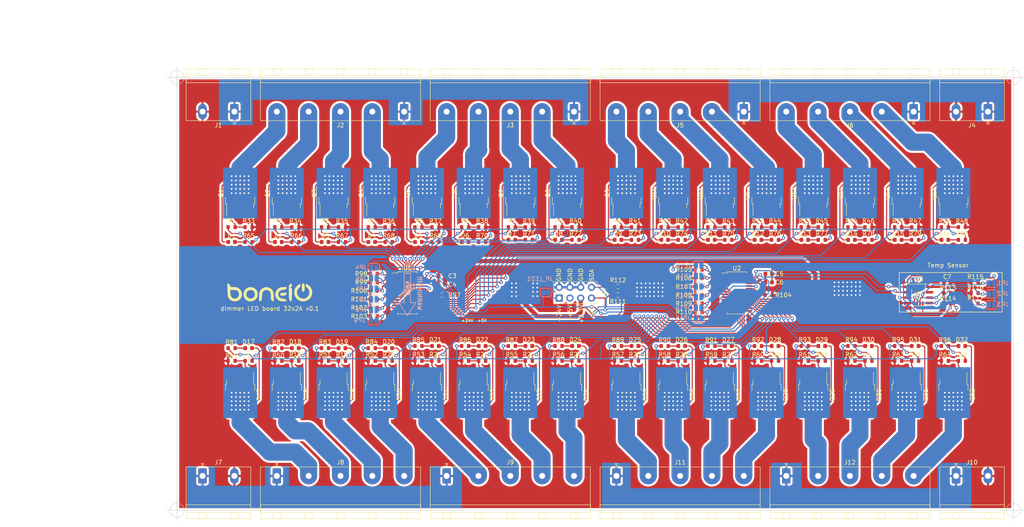
<source format=kicad_pcb>
(kicad_pcb (version 20211014) (generator pcbnew)
  (title_block (title "relay board 32x5A") (rev "0.1"))
  (layers (0 "F.Cu" signal) (31 "B.Cu" signal) (34 "B.Paste" user) (35 "F.Paste" user) (36 "B.SilkS" user "B.Silkscreen") (37 "F.SilkS" user "F.Silkscreen") (38 "B.Mask" user) (39 "F.Mask" user) (44 "Edge.Cuts" user))
  (net 0 "")
  (net 1 "GND")
  (net 2 "+3V3")
  (net 3 "SDA")
  (net 4 "SCL")
  (net 5 "+24V")
  (net 6 "+5V")
  (net 7 "Net-(Q1-Pad1)")
  (net 8 "LED1")
  (net 9 "Net-(Q2-Pad1)")
  (net 10 "LED5")
  (net 11 "Net-(Q3-Pad1)")
  (net 12 "LED9")
  (net 13 "Net-(Q4-Pad1)")
  (net 14 "LED13")
  (net 15 "Net-(Q5-Pad1)")
  (net 16 "LED2")
  (net 17 "Net-(Q6-Pad1)")
  (net 18 "LED6")
  (net 19 "Net-(Q7-Pad1)")
  (net 20 "LED10")
  (net 21 "Net-(Q8-Pad1)")
  (net 22 "LED14")
  (net 23 "Net-(Q9-Pad1)")
  (net 24 "LED3")
  (net 25 "Net-(Q10-Pad1)")
  (net 26 "LED7")
  (net 27 "Net-(Q11-Pad1)")
  (net 28 "LED11")
  (net 29 "Net-(Q12-Pad1)")
  (net 30 "LED15")
  (net 31 "Net-(Q13-Pad1)")
  (net 32 "LED4")
  (net 33 "Net-(Q14-Pad1)")
  (net 34 "LED8")
  (net 35 "Net-(Q15-Pad1)")
  (net 36 "LED12")
  (net 37 "Net-(Q16-Pad1)")
  (net 38 "LED16")
  (net 39 "LED_1")
  (net 40 "LED_2")
  (net 41 "LED_3")
  (net 42 "LED_4")
  (net 43 "Net-(D1-Pad2)")
  (net 44 "Net-(Q17-Pad1)")
  (net 45 "Net-(Q18-Pad1)")
  (net 46 "Net-(Q19-Pad1)")
  (net 47 "Net-(Q20-Pad1)")
  (net 48 "Net-(Q21-Pad1)")
  (net 49 "Net-(Q22-Pad1)")
  (net 50 "Net-(Q23-Pad1)")
  (net 51 "Net-(Q24-Pad1)")
  (net 52 "Net-(Q25-Pad1)")
  (net 53 "Net-(Q26-Pad1)")
  (net 54 "Net-(Q27-Pad1)")
  (net 55 "Net-(Q28-Pad1)")
  (net 56 "Net-(Q29-Pad1)")
  (net 57 "Net-(Q30-Pad1)")
  (net 58 "Net-(Q31-Pad1)")
  (net 59 "Net-(Q32-Pad1)")
  (net 60 "LED17")
  (net 61 "LED21")
  (net 62 "LED25")
  (net 63 "LED29")
  (net 64 "LED18")
  (net 65 "LED22")
  (net 66 "LED26")
  (net 67 "LED30")
  (net 68 "LED19")
  (net 69 "LED23")
  (net 70 "LED27")
  (net 71 "LED31")
  (net 72 "LED20")
  (net 73 "LED24")
  (net 74 "LED28")
  (net 75 "LED32")
  (net 76 "LED_17")
  (net 77 "LED_21")
  (net 78 "LED_25")
  (net 79 "LED_29")
  (net 80 "LED_18")
  (net 81 "LED_22")
  (net 82 "LED_26")
  (net 83 "LED_30")
  (net 84 "LED_19")
  (net 85 "LED_23")
  (net 86 "LED_27")
  (net 87 "LED_31")
  (net 88 "LED_20")
  (net 89 "LED_24")
  (net 90 "LED_28")
  (net 91 "LED_32")
  (net 92 "Net-(D2-Pad2)")
  (net 93 "Net-(R113-Pad2)")
  (net 94 "Net-(R114-Pad2)")
  (net 95 "Net-(JP1-Pad2)")
  (net 96 "Net-(JP2-Pad2)")
  (net 97 "Net-(JP3-Pad2)")
  (net 98 "Net-(JP4-Pad2)")
  (net 99 "Net-(JP5-Pad2)")
  (net 100 "Net-(JP6-Pad2)")
  (net 101 "Net-(JP7-Pad2)")
  (net 102 "Net-(JP8-Pad2)")
  (net 103 "Net-(JP9-Pad2)")
  (net 104 "Net-(JP10-Pad2)")
  (net 105 "Net-(JP11-Pad2)")
  (net 106 "Net-(JP12-Pad2)")
  (net 107 "Net-(JP13-Pad2)")
  (net 108 "Net-(JP14-Pad2)")
  (net 109 "Net-(JP15-Pad2)")
  (net 110 "Net-(R97-Pad1)")
  (net 111 "Net-(R104-Pad1)")
  (net 112 "Net-(D3-Pad2)")
  (net 113 "Net-(D4-Pad2)")
  (net 114 "Net-(D5-Pad2)")
  (net 115 "Net-(D6-Pad2)")
  (net 116 "Net-(D7-Pad2)")
  (net 117 "Net-(D8-Pad2)")
  (net 118 "Net-(D17-Pad2)")
  (net 119 "Net-(D9-Pad2)")
  (net 120 "Net-(D10-Pad2)")
  (net 121 "Net-(D11-Pad2)")
  (net 122 "Net-(D12-Pad2)")
  (net 123 "Net-(D13-Pad2)")
  (net 124 "Net-(D14-Pad2)")
  (net 125 "Net-(D15-Pad2)")
  (net 126 "LED_9")
  (net 127 "Net-(D16-Pad2)")
  (net 128 "Net-(D18-Pad2)")
  (net 129 "Net-(D19-Pad2)")
  (net 130 "Net-(D20-Pad2)")
  (net 131 "Net-(D21-Pad2)")
  (net 132 "Net-(D22-Pad2)")
  (net 133 "Net-(D23-Pad2)")
  (net 134 "Net-(D24-Pad2)")
  (net 135 "Net-(D25-Pad2)")
  (net 136 "Net-(D26-Pad2)")
  (net 137 "Net-(D27-Pad2)")
  (net 138 "Net-(D28-Pad2)")
  (net 139 "Net-(D29-Pad2)")
  (net 140 "Net-(D30-Pad2)")
  (net 141 "Net-(D31-Pad2)")
  (net 142 "Net-(D32-Pad2)")
  (net 143 "LED_10")
  (net 144 "LED_11")
  (net 145 "LED_12")
  (net 146 "LED_16")
  (net 147 "LED_13")
  (net 148 "LED_14")
  (net 149 "LED_15")
  (net 150 "LED_5")
  (net 151 "LED_6")
  (net 152 "LED_7")
  (net 153 "LED_8")
  (net 154 "VCC1")
  (net 155 "VCC2")
  (net 156 "VCC3")
  (net 157 "VCC4")
  (net 158 "VCC_LED")
  (footprint "Capacitor_SMD:C_0603_1608Metric" (layer "F.Cu") (at 350.5 307.5)
    (fp_text reference "C3")
    (fp_text value "100nF")
  )
  (footprint "Resistor_SMD:R_0603_1608Metric" (layer "F.Cu") (at 392 312)
    (fp_text reference "R111")
    (fp_text value "4.7k")
  )
  (footprint "boneIO_LOGO:boneIO_LOGO" (layer "F.Cu") (at 310 311.381)
    (fp_text reference "G***" hide)
    (fp_text value "LOGO" hide)
  )
  (footprint "Connector_PinHeader_2.54mm:PinHeader_2x04_P2.54mm_Vertical" (layer "F.Cu") (at 378.14 312.708 90)
    (fp_text reference "J17")
    (fp_text value "Conn_02x04_Odd_Even")
  )
  (footprint "Package_SO:SO-8_3.9x4.9mm_P1.27mm" (layer "F.Cu") (at 462.808 311.977)
    (fp_text reference "U3")
    (fp_text value "MCP9808_SO8")
  )
  (footprint "Package_SO:MSOP-8_3x3mm_P0.65mm" (layer "F.Cu") (at 462.808 312.1795 -90)
    (fp_text reference "U4")
    (fp_text value "MCP9808_MSOP")
  )
  (footprint "Capacitor_SMD:C_0603_1608Metric" (layer "F.Cu") (at 469.545 309)
    (fp_text reference "C7")
    (fp_text value "100nF")
  )
  (footprint "Resistor_SMD:R_0603_1608Metric" (layer "F.Cu") (at 392 310)
    (fp_text reference "R112")
    (fp_text value "4.7k")
  )
  (footprint "Resistor_SMD:R_0603_1608Metric" (layer "F.Cu") (at 476 309 180)
    (fp_text reference "R115")
    (fp_text value "10k")
  )
  (footprint "Resistor_SMD:R_0603_1608Metric" (layer "F.Cu") (at 476 311.5 180)
    (fp_text reference "R116")
    (fp_text value "10k")
  )
  (footprint "Resistor_SMD:R_0603_1608Metric" (layer "F.Cu") (at 476 314 180)
    (fp_text reference "R117")
    (fp_text value "10k")
  )
  (footprint "Resistor_SMD:R_0603_1608Metric" (layer "F.Cu") (at 469.545 314)
    (fp_text reference "R114")
    (fp_text value "4.7k")
  )
  (footprint "Resistor_SMD:R_0603_1608Metric" (layer "F.Cu") (at 469.545 311.5)
    (fp_text reference "R113")
    (fp_text value "4.7k")
  )
  (footprint "Resistor_SMD:R_0603_1608Metric" (layer "F.Cu") (at 349 299.5 180)
    (fp_text reference "R69")
    (fp_text value "2k")
  )
  (footprint "Resistor_SMD:R_0603_1608Metric" (layer "F.Cu") (at 356 324)
    (fp_text reference "R86")
    (fp_text value "2k")
  )
  (footprint "LED_SMD:LED_0603_1608Metric" (layer "F.Cu") (at 367 299)
    (fp_text reference "D7")
    (fp_text value "LED_RED")
  )
  (footprint "Resistor_SMD:R_0603_1608Metric" (layer "F.Cu") (at 447 296 180)
    (fp_text reference "R14")
    (fp_text value "220R")
  )
  (footprint "LED_SMD:LED_0603_1608Metric" (layer "F.Cu") (at 345 299.5)
    (fp_text reference "D5")
    (fp_text value "LED_RED")
  )
  (footprint "Capacitor_SMD:C_0603_1608Metric" (layer "F.Cu") (at 427.5 309)
    (fp_text reference "C6")
    (fp_text value "10uF")
  )
  (footprint "Package_SO:TSSOP-28_4.4x9.7mm_P0.65mm" (layer "F.Cu") (at 342.42 311.5)
    (fp_text reference "U1")
    (fp_text value "PCA9685PW")
  )
  (footprint "Resistor_SMD:R_0603_1608Metric" (layer "F.Cu") (at 451 327.5)
    (fp_text reference "R30")
    (fp_text value "220R")
  )
  (footprint "Resistor_SMD:R_0603_1608Metric" (layer "F.Cu") (at 312 327.5 180)
    (fp_text reference "R50")
    (fp_text value "47k")
  )
  (footprint "Resistor_SMD:R_0603_1608Metric" (layer "F.Cu") (at 334.5 309 180)
    (fp_text reference "R99")
    (fp_text value "10k")
  )
  (footprint "Resistor_SMD:R_0603_1608Metric" (layer "F.Cu") (at 305 296)
    (fp_text reference "R33")
    (fp_text value "47k")
  )
  (footprint "Resistor_SMD:R_0603_1608Metric" (layer "F.Cu") (at 338 296)
    (fp_text reference "R36")
    (fp_text value "47k")
  )
  (footprint "Resistor_SMD:R_0603_1608Metric" (layer "F.Cu") (at 301 327.5 180)
    (fp_text reference "R49")
    (fp_text value "47k")
  )
  (footprint "Resistor_SMD:R_0603_1608Metric" (layer "F.Cu") (at 382 327.5)
    (fp_text reference "R24")
    (fp_text value "220R")
  )
  (footprint "Resistor_SMD:R_0603_1608Metric" (layer "F.Cu") (at 425 327.5 180)
    (fp_text reference "R60")
    (fp_text value "47k")
  )
  (footprint "Package_TO_SOT_SMD:TO-252-2" (layer "F.Cu") (at 460 335.5 -90)
    (fp_text reference "Q31")
    (fp_text value "AOD4184")
  )
  (footprint "Resistor_SMD:R_0603_1608Metric" (layer "F.Cu") (at 436 296 180)
    (fp_text reference "R13")
    (fp_text value "220R")
  )
  (footprint "Resistor_SMD:R_0603_1608Metric" (layer "F.Cu") (at 458 296 180)
    (fp_text reference "R15")
    (fp_text value "220R")
  )
  (footprint "Resistor_SMD:R_0603_1608Metric" (layer "F.Cu") (at 378 296 180)
    (fp_text reference "R8")
    (fp_text value "220R")
  )
  (footprint "LED_SMD:LED_0603_1608Metric" (layer "F.Cu") (at 396 324 180)
    (fp_text reference "D25")
    (fp_text value "LED_RED")
  )
  (footprint "LED_SMD:LED_0603_1608Metric" (layer "F.Cu") (at 473 324 180)
    (fp_text reference "D32")
    (fp_text value "LED_RED")
  )
  (footprint "Capacitor_SMD:C_0603_1608Metric" (layer "F.Cu") (at 427.5 307)
    (fp_text reference "C5")
    (fp_text value "100nF")
  )
  (footprint "Resistor_SMD:R_0603_1608Metric" (layer "F.Cu") (at 334.5 307 180)
    (fp_text reference "R98")
    (fp_text value "10k")
  )
  (footprint "Package_TO_SOT_SMD:TO-252-2" (layer "F.Cu") (at 449 288 90)
    (fp_text reference "Q14")
    (fp_text value "AOD4184")
  )
  (footprint "LED_SMD:LED_0603_1608Metric" (layer "F.Cu") (at 414 299)
    (fp_text reference "D11")
    (fp_text value "LED_RED")
  )
  (footprint "Capacitor_SMD:C_0603_1608Metric" (layer "F.Cu") (at 350.5 309.5)
    (fp_text reference "C4")
    (fp_text value "10uF")
  )
  (footprint "Resistor_SMD:R_0603_1608Metric" (layer "F.Cu") (at 345 296 180)
    (fp_text reference "R5")
    (fp_text value "220R")
  )
  (footprint "Package_TO_SOT_SMD:TO-252-2" (layer "F.Cu") (at 369 288 90)
    (fp_text reference "Q7")
    (fp_text value "AOD4184")
  )
  (footprint "Connector_Phoenix_GMSTB:PhoenixContact_GMSTBA_2,5_2-G_1x02_P7.50mm_Horizontal" (layer "F.Cu") (at 301.64 268.8 180)
    (fp_text reference "J1")
    (fp_text value "Screw_Terminal_01x02")
  )
  (footprint "Resistor_SMD:R_0603_1608Metric" (layer "F.Cu") (at 458 327.5 180)
    (fp_text reference "R63")
    (fp_text value "47k")
  )
  (footprint "Connector_Phoenix_GMSTB:PhoenixContact_GMSTBA_2,5_2-G_1x02_P7.50mm_Horizontal" (layer "F.Cu") (at 471.64 354.6)
    (fp_text reference "J10")
    (fp_text value "Screw_Terminal_01x02")
  )
  (footprint "Resistor_SMD:R_0603_1608Metric" (layer "F.Cu") (at 349 296)
    (fp_text reference "R37")
    (fp_text value "47k")
  )
  (footprint "Resistor_SMD:R_0603_1608Metric" (layer "F.Cu") (at 429 299 180)
    (fp_text reference "R76")
    (fp_text value "2k")
  )
  (footprint "LED_SMD:LED_0603_1608Metric" (layer "F.Cu") (at 301 299.5)
    (fp_text reference "D1")
    (fp_text value "LED_RED")
  )
  (footprint "Resistor_SMD:R_0603_1608Metric" (layer "F.Cu") (at 327 299.5 180)
    (fp_text reference "R67")
    (fp_text value "2k")
  )
  (footprint "Resistor_SMD:R_0603_1608Metric" (layer "F.Cu") (at 469 324)
    (fp_text reference "R96")
    (fp_text value "2k")
  )
  (footprint "Resistor_SMD:R_0603_1608Metric" (layer "F.Cu") (at 411 316 180)
    (fp_text reference "R110")
    (fp_text value "10k")
  )
  (footprint "Package_TO_SOT_SMD:TO-252-2" (layer "F.Cu") (at 369 335.5 -90)
    (fp_text reference "Q23")
    (fp_text value "AOD4184")
  )
  (footprint "Resistor_SMD:R_0603_1608Metric" (layer "F.Cu") (at 338 327.5)
    (fp_text reference "R20")
    (fp_text value "220R")
  )
  (footprint "Resistor_SMD:R_0603_1608Metric" (layer "F.Cu") (at 411 314 180)
    (fp_text reference "R109")
    (fp_text value "10k")
  )
  (footprint "Resistor_SMD:R_0603_1608Metric" (layer "F.Cu") (at 403 296 180)
    (fp_text reference "R10")
    (fp_text value "220R")
  )
  (footprint "LED_SMD:LED_0603_1608Metric" (layer "F.Cu") (at 382 324 180)
    (fp_text reference "D24")
    (fp_text value "LED_RED")
  )
  (footprint "Resistor_SMD:R_0603_1608Metric" (layer "F.Cu") (at 316 296)
    (fp_text reference "R34")
    (fp_text value "47k")
  )
  (footprint "Resistor_SMD:R_0603_1608Metric" (layer "F.Cu") (at 382 299 180)
    (fp_text reference "R72")
    (fp_text value "2k")
  )
  (footprint "Resistor_SMD:R_0603_1608Metric" (layer "F.Cu") (at 429 327.5)
    (fp_text reference "R28")
    (fp_text value "220R")
  )
  (footprint "Resistor_SMD:R_0603_1608Metric" (layer "F.Cu") (at 392 296 180)
    (fp_text reference "R9")
    (fp_text value "220R")
  )
  (footprint "Resistor_SMD:R_0603_1608Metric" (layer "F.Cu") (at 392 324)
    (fp_text reference "R89")
    (fp_text value "2k")
  )
  (footprint "Resistor_SMD:R_0603_1608Metric" (layer "F.Cu") (at 371 327.5)
    (fp_text reference "R23")
    (fp_text value "220R")
  )
  (footprint "Resistor_SMD:R_0603_1608Metric" (layer "F.Cu") (at 473 299 180)
    (fp_text reference "R80")
    (fp_text value "2k")
  )
  (footprint "Resistor_SMD:R_0603_1608Metric" (layer "F.Cu") (at 316 327.5)
    (fp_text reference "R18")
    (fp_text value "220R")
  )
  (footprint "Package_TO_SOT_SMD:TO-252-2" (layer "F.Cu") (at 380 288 90)
    (fp_text reference "Q8")
    (fp_text value "AOD4184")
  )
  (footprint "Resistor_SMD:R_0603_1608Metric" (layer "F.Cu") (at 334.5 317 180)
    (fp_text reference "R103")
    (fp_text value "10k")
  )
  (footprint "Package_TO_SOT_SMD:TO-252-2" (layer "F.Cu") (at 394 288 90)
    (fp_text reference "Q9")
    (fp_text value "AOD4184")
  )
  (footprint "Resistor_SMD:R_0603_1608Metric" (layer "F.Cu") (at 396 296)
    (fp_text reference "R41")
    (fp_text value "47k")
  )
  (footprint "Package_TO_SOT_SMD:TO-252-2" (layer "F.Cu") (at 336 335.5 -90)
    (fp_text reference "Q20")
    (fp_text value "AOD4184")
  )
  (footprint "LED_SMD:LED_0603_1608Metric" (layer "F.Cu") (at 334 299.5)
    (fp_text reference "D4")
    (fp_text value "LED_RED")
  )
  (footprint "Resistor_SMD:R_0603_1608Metric" (layer "F.Cu") (at 334 324.5)
    (fp_text reference "R84")
    (fp_text value "2k")
  )
  (footprint "Package_TO_SOT_SMD:TO-252-2" (layer "F.Cu") (at 405 288 90)
    (fp_text reference "Q10")
    (fp_text value "AOD4184")
  )
  (footprint "LED_SMD:LED_0603_1608Metric" (layer "F.Cu") (at 440 324 180)
    (fp_text reference "D29")
    (fp_text value "LED_RED")
  )
  (footprint "Resistor_SMD:R_0603_1608Metric" (layer "F.Cu") (at 414 324)
    (fp_text reference "R91")
    (fp_text value "2k")
  )
  (footprint "LED_SMD:LED_0603_1608Metric" (layer "F.Cu") (at 349 324 180)
    (fp_text reference "D21")
    (fp_text value "LED_RED")
  )
  (footprint "Package_TO_SOT_SMD:TO-252-2" (layer "F.Cu") (at 471 288 90)
    (fp_text reference "Q16")
    (fp_text value "AOD4184")
  )
  (footprint "Resistor_SMD:R_0603_1608Metric" (layer "F.Cu") (at 425 324)
    (fp_text reference "R92")
    (fp_text value "2k")
  )
  (footprint "Resistor_SMD:R_0603_1608Metric" (layer "F.Cu") (at 411 310 180)
    (fp_text reference "R107")
    (fp_text value "10k")
  )
  (footprint "Resistor_SMD:R_0603_1608Metric" (layer "F.Cu") (at 312 324.5)
    (fp_text reference "R82")
    (fp_text value "2k")
  )
  (footprint "Package_TO_SOT_SMD:TO-252-2" (layer "F.Cu") (at 380 335.5 -90)
    (fp_text reference "Q24")
    (fp_text value "AOD4184")
  )
  (footprint "Resistor_SMD:R_0603_1608Metric" (layer "F.Cu") (at 447 327.5 180)
    (fp_text reference "R62")
    (fp_text value "47k")
  )
  (footprint "Resistor_SMD:R_0603_1608Metric" (layer "F.Cu") (at 436 324)
    (fp_text reference "R93")
    (fp_text value "2k")
  )
  (footprint "Resistor_SMD:R_0603_1608Metric" (layer "F.Cu") (at 334.5 315 180)
    (fp_text reference "R102")
    (fp_text value "10k")
  )
  (footprint "Resistor_SMD:R_0603_1608Metric" (layer "F.Cu") (at 378 327.5 180)
    (fp_text reference "R56")
    (fp_text value "47k")
  )
  (footprint "Resistor_SMD:R_0603_1608Metric" (layer "F.Cu") (at 473 296)
    (fp_text reference "R48")
    (fp_text value "47k")
  )
  (footprint "Resistor_SMD:R_0603_1608Metric" (layer "F.Cu") (at 356 327.5 180)
    (fp_text reference "R54")
    (fp_text value "47k")
  )
  (footprint "Resistor_SMD:R_0603_1608Metric" (layer "F.Cu") (at 418 296)
    (fp_text reference "R43")
    (fp_text value "47k")
  )
  (footprint "Package_TO_SOT_SMD:TO-252-2" (layer "F.Cu") (at 416 288 90)
    (fp_text reference "Q11")
    (fp_text value "AOD4184")
  )
  (footprint "Resistor_SMD:R_0603_1608Metric" (layer "F.Cu") (at 367 296 180)
    (fp_text reference "R7")
    (fp_text value "220R")
  )
  (footprint "Resistor_SMD:R_0603_1608Metric" (layer "F.Cu") (at 403 327.5 180)
    (fp_text reference "R58")
    (fp_text value "47k")
  )
  (footprint "Connector_Phoenix_GMSTB:PhoenixContact_GMSTBA_2,5_5-G_1x05_P7.50mm_Horizontal" (layer "F.Cu") (at 431.64 354.6)
    (fp_text reference "J12")
    (fp_text value "Screw_Terminal_01x05")
  )
  (footprint "Resistor_SMD:R_0603_1608Metric" (layer "F.Cu") (at 414 327.5 180)
    (fp_text reference "R59")
    (fp_text value "47k")
  )
  (footprint "Resistor_SMD:R_0603_1608Metric" (layer "F.Cu") (at 447 324)
    (fp_text reference "R94")
    (fp_text value "2k")
  )
  (footprint "Resistor_SMD:R_0603_1608Metric" (layer "F.Cu") (at 436 327.5 180)
    (fp_text reference "R61")
    (fp_text value "47k")
  )
  (footprint "Resistor_SMD:R_0603_1608Metric" (layer "F.Cu") (at 367 324)
    (fp_text reference "R87")
    (fp_text value "2k")
  )
  (footprint "Resistor_SMD:R_0603_1608Metric" (layer "F.Cu") (at 451 296)
    (fp_text reference "R46")
    (fp_text value "47k")
  )
  (footprint "Resistor_SMD:R_0603_1608Metric" (layer "F.Cu") (at 301 296 180)
    (fp_text reference "R1")
    (fp_text value "220R")
  )
  (footprint "Resistor_SMD:R_0603_1608Metric" (layer "F.Cu") (at 469 327.5 180)
    (fp_text reference "R64")
    (fp_text value "47k")
  )
  (footprint "Resistor_SMD:R_0603_1608Metric" (layer "F.Cu") (at 360 299.5 180)
    (fp_text reference "R70")
    (fp_text value "2k")
  )
  (footprint "Package_TO_SOT_SMD:TO-252-2" (layer "F.Cu") (at 358 335.5 -90)
    (fp_text reference "Q22")
    (fp_text value "AOD4184")
  )
  (footprint "LED_SMD:LED_0603_1608Metric" (layer "F.Cu") (at 356 299.5)
    (fp_text reference "D6")
    (fp_text value "LED_RED")
  )
  (footprint "Resistor_SMD:R_0603_1608Metric" (layer "F.Cu") (at 367 327.5 180)
    (fp_text reference "R55")
    (fp_text value "47k")
  )
  (footprint "Resistor_SMD:R_0603_1608Metric" (layer "F.Cu") (at 407 327.5)
    (fp_text reference "R26")
    (fp_text value "220R")
  )
  (footprint "Resistor_SMD:R_0603_1608Metric" (layer "F.Cu") (at 403 324)
    (fp_text reference "R90")
    (fp_text value "2k")
  )
  (footprint "Resistor_SMD:R_0603_1608Metric" (layer "F.Cu") (at 411 306 180)
    (fp_text reference "R105")
    (fp_text value "10k")
  )
  (footprint "Resistor_SMD:R_0603_1608Metric" (layer "F.Cu") (at 334.5 311 180)
    (fp_text reference "R100")
    (fp_text value "10k")
  )
  (footprint "Resistor_SMD:R_0603_1608Metric" (layer "F.Cu") (at 316 299.5 180)
    (fp_text reference "R66")
    (fp_text value "2k")
  )
  (footprint "Resistor_SMD:R_0603_1608Metric" (layer "F.Cu") (at 418 327.5)
    (fp_text reference "R27")
    (fp_text value "220R")
  )
  (footprint "Resistor_SMD:R_0603_1608Metric" (layer "F.Cu") (at 323 324.5)
    (fp_text reference "R83")
    (fp_text value "2k")
  )
  (footprint "LED_SMD:LED_0603_1608Metric" (layer "F.Cu") (at 403 299)
    (fp_text reference "D10")
    (fp_text value "LED_RED")
  )
  (footprint "Package_TO_SOT_SMD:TO-252-2" (layer "F.Cu") (at 336 288 90)
    (fp_text reference "Q4")
    (fp_text value "AOD4184")
  )
  (footprint "Connector_Phoenix_GMSTB:PhoenixContact_GMSTBA_2,5_2-G_1x02_P7.50mm_Horizontal" (layer "F.Cu") (at 479.14 268.8 180)
    (fp_text reference "J4")
    (fp_text value "Screw_Terminal_01x02")
  )
  (footprint "Resistor_SMD:R_0603_1608Metric" (layer "F.Cu") (at 427.5 312)
    (fp_text reference "R104")
    (fp_text value "10k")
  )
  (footprint "Package_TO_SOT_SMD:TO-252-2" (layer "F.Cu") (at 438 288 90)
    (fp_text reference "Q13")
    (fp_text value "AOD4184")
  )
  (footprint "Resistor_SMD:R_0603_1608Metric" (layer "F.Cu") (at 323 327.5 180)
    (fp_text reference "R51")
    (fp_text value "47k")
  )
  (footprint "Resistor_SMD:R_0603_1608Metric" (layer "F.Cu") (at 334 327.5 180)
    (fp_text reference "R52")
    (fp_text value "47k")
  )
  (footprint "Package_SO:TSSOP-28_4.4x9.7mm_P0.65mm" (layer "F.Cu") (at 420 311.5)
    (fp_text reference "U2")
    (fp_text value "PCA9685PW")
  )
  (footprint "Resistor_SMD:R_0603_1608Metric" (layer "F.Cu") (at 301 324.5)
    (fp_text reference "R81")
    (fp_text value "2k")
  )
  (footprint "Connector_Phoenix_GMSTB:PhoenixContact_GMSTBA_2,5_5-G_1x05_P7.50mm_Horizontal" (layer "F.Cu") (at 381.64 268.8 180)
    (fp_text reference "J3")
    (fp_text value "Screw_Terminal_01x05")
  )
  (footprint "Resistor_SMD:R_0603_1608Metric" (layer "F.Cu") (at 305 299.5 180)
    (fp_text reference "R65")
    (fp_text value "2k")
  )
  (footprint "Resistor_SMD:R_0603_1608Metric" (layer "F.Cu") (at 440 296)
    (fp_text reference "R45")
    (fp_text value "47k")
  )
  (footprint "Resistor_SMD:R_0603_1608Metric" (layer "F.Cu") (at 458 324)
    (fp_text reference "R95")
    (fp_text value "2k")
  )
  (footprint "Resistor_SMD:R_0603_1608Metric" (layer "F.Cu") (at 350.5 312)
    (fp_text reference "R97")
    (fp_text value "10k")
  )
  (footprint "LED_SMD:LED_0603_1608Metric" (layer "F.Cu") (at 458 299)
    (fp_text reference "D15")
    (fp_text value "LED_RED")
  )
  (footprint "Resistor_SMD:R_0603_1608Metric" (layer "F.Cu") (at 327 296)
    (fp_text reference "R35")
    (fp_text value "47k")
  )
  (footprint "Package_TO_SOT_SMD:TO-252-2" (layer "F.Cu") (at 416 335.5 -90)
    (fp_text reference "Q27")
    (fp_text value "AOD4184")
  )
  (footprint "LED_SMD:LED_0603_1608Metric" (layer "F.Cu") (at 469 299)
    (fp_text reference "D16")
    (fp_text value "LED_RED")
  )
  (footprint "Package_TO_SOT_SMD:TO-252-2" (layer "F.Cu") (at 347 288 90)
    (fp_text reference "Q5")
    (fp_text value "AOD4184")
  )
  (footprint "Package_TO_SOT_SMD:TO-252-2" (layer "F.Cu") (at 405 335.5 -90)
    (fp_text reference "Q26")
    (fp_text value "AOD4184")
  )
  (footprint "Package_TO_SOT_SMD:TO-252-2" (layer "F.Cu") (at 460 288 90)
    (fp_text reference "Q15")
    (fp_text value "AOD4184")
  )
  (footprint "Connector_Phoenix_GMSTB:PhoenixContact_GMSTBA_2,5_2-G_1x02_P7.50mm_Horizontal" (layer "F.Cu") (at 294.14 354.6)
    (fp_text reference "J7")
    (fp_text value "Screw_Terminal_01x02")
  )
  (footprint "Resistor_SMD:R_0603_1608Metric" (layer "F.Cu") (at 429 296)
    (fp_text reference "R44")
    (fp_text value "47k")
  )
  (footprint "Package_TO_SOT_SMD:TO-252-2" (layer "F.Cu") (at 303 335.5 -90)
    (fp_text reference "Q17")
    (fp_text value "AOD4184")
  )
  (footprint "Package_TO_SOT_SMD:TO-252-2" (layer "F.Cu") (at 358 288 90)
    (fp_text reference "Q6")
    (fp_text value "AOD4184")
  )
  (footprint "Package_TO_SOT_SMD:TO-252-2" (layer "F.Cu") (at 325 335.5 -90)
    (fp_text reference "Q19")
    (fp_text value "AOD4184")
  )
  (footprint "Resistor_SMD:R_0603_1608Metric" (layer "F.Cu") (at 323 296 180)
    (fp_text reference "R3")
    (fp_text value "220R")
  )
  (footprint "Resistor_SMD:R_0603_1608Metric" (layer "F.Cu") (at 418 299 180)
    (fp_text reference "R75")
    (fp_text value "2k")
  )
  (footprint "Package_TO_SOT_SMD:TO-252-2" (layer "F.Cu") (at 427 288 90)
    (fp_text reference "Q12")
    (fp_text value "AOD4184")
  )
  (footprint "Resistor_SMD:R_0603_1608Metric" (layer "F.Cu") (at 356 296 180)
    (fp_text reference "R6")
    (fp_text value "220R")
  )
  (footprint "Resistor_SMD:R_0603_1608Metric" (layer "F.Cu") (at 382 296)
    (fp_text reference "R40")
    (fp_text value "47k")
  )
  (footprint "Resistor_SMD:R_0603_1608Metric" (layer "F.Cu") (at 414 296 180)
    (fp_text reference "R11")
    (fp_text value "220R")
  )
  (footprint "LED_SMD:LED_0603_1608Metric" (layer "F.Cu") (at 392 299)
    (fp_text reference "D9")
    (fp_text value "LED_RED")
  )
  (footprint "LED_SMD:LED_0603_1608Metric" (layer "F.Cu") (at 447 299)
    (fp_text reference "D14")
    (fp_text value "LED_RED")
  )
  (footprint "Resistor_SMD:R_0603_1608Metric" (layer "F.Cu") (at 334 296 180)
    (fp_text reference "R4")
    (fp_text value "220R")
  )
  (footprint "Resistor_SMD:R_0603_1608Metric" (layer "F.Cu") (at 327 327.5)
    (fp_text reference "R19")
    (fp_text value "220R")
  )
  (footprint "LED_SMD:LED_0603_1608Metric" (layer "F.Cu") (at 323 299.5)
    (fp_text reference "D3")
    (fp_text value "LED_RED")
  )
  (footprint "Resistor_SMD:R_0603_1608Metric" (layer "F.Cu") (at 334.5 313 180)
    (fp_text reference "R101")
    (fp_text value "10k")
  )
  (footprint "LED_SMD:LED_0603_1608Metric" (layer "F.Cu") (at 371 324 180)
    (fp_text reference "D23")
    (fp_text value "LED_RED")
  )
  (footprint "Resistor_SMD:R_0603_1608Metric" (layer "F.Cu") (at 396 327.5)
    (fp_text reference "R25")
    (fp_text value "220R")
  )
  (footprint "Package_TO_SOT_SMD:TO-252-2" (layer "F.Cu") (at 438 335.5 -90)
    (fp_text reference "Q29")
    (fp_text value "AOD4184")
  )
  (footprint "Package_TO_SOT_SMD:TO-252-2" (layer "F.Cu") (at 427 335.5 -90)
    (fp_text reference "Q28")
    (fp_text value "AOD4184")
  )
  (footprint "Resistor_SMD:R_0603_1608Metric" (layer "F.Cu") (at 462 327.5)
    (fp_text reference "R31")
    (fp_text value "220R")
  )
  (footprint "Package_TO_SOT_SMD:TO-252-2" (layer "F.Cu") (at 394 335.5 -90)
    (fp_text reference "Q25")
    (fp_text value "AOD4184")
  )
  (footprint "Resistor_SMD:R_0603_1608Metric" (layer "F.Cu") (at 407 299 180)
    (fp_text reference "R74")
    (fp_text value "2k")
  )
  (footprint "Resistor_SMD:R_0603_1608Metric" (layer "F.Cu") (at 371 299 180)
    (fp_text reference "R71")
    (fp_text value "2k")
  )
  (footprint "Resistor_SMD:R_0603_1608Metric" (layer "F.Cu") (at 338 299.5 180)
    (fp_text reference "R68")
    (fp_text value "2k")
  )
  (footprint "LED_SMD:LED_0603_1608Metric" (layer "F.Cu") (at 436 299)
    (fp_text reference "D13")
    (fp_text value "LED_RED")
  )
  (footprint "Resistor_SMD:R_0603_1608Metric" (layer "F.Cu") (at 396 299 180)
    (fp_text reference "R73")
    (fp_text value "2k")
  )
  (footprint "Package_TO_SOT_SMD:TO-252-2" (layer "F.Cu") (at 347 335.5 -90)
    (fp_text reference "Q21")
    (fp_text value "AOD4184")
  )
  (footprint "LED_SMD:LED_0603_1608Metric" (layer "F.Cu") (at 316 324.5 180)
    (fp_text reference "D18")
    (fp_text value "LED_RED")
  )
  (footprint "LED_SMD:LED_0603_1608Metric" (layer "F.Cu") (at 327 324.5 180)
    (fp_text reference "D19")
    (fp_text value "LED_RED")
  )
  (footprint "Resistor_SMD:R_0603_1608Metric" (layer "F.Cu") (at 411 308 180)
    (fp_text reference "R106")
    (fp_text value "10k")
  )
  (footprint "Resistor_SMD:R_0603_1608Metric" (layer "F.Cu") (at 469 296 180)
    (fp_text reference "R16")
    (fp_text value "220R")
  )
  (footprint "Connector_Phoenix_GMSTB:PhoenixContact_GMSTBA_2,5_5-G_1x05_P7.50mm_Horizontal" (layer "F.Cu") (at 461.64 268.8 180)
    (fp_text reference "J6")
    (fp_text value "Screw_Terminal_01x05")
  )
  (footprint "Resistor_SMD:R_0603_1608Metric" (layer "F.Cu") (at 473 327.5)
    (fp_text reference "R32")
    (fp_text value "220R")
  )
  (footprint "Package_TO_SOT_SMD:TO-252-2" (layer "F.Cu") (at 449 335.5 -90)
    (fp_text reference "Q30")
    (fp_text value "AOD4184")
  )
  (footprint "Resistor_SMD:R_0603_1608Metric" (layer "F.Cu") (at 407 296)
    (fp_text reference "R42")
    (fp_text value "47k")
  )
  (footprint "Connector_Phoenix_GMSTB:PhoenixContact_GMSTBA_2,5_5-G_1x05_P7.50mm_Horizontal" (layer "F.Cu") (at 341.64 268.8 180)
    (fp_text reference "J2")
    (fp_text value "Screw_Terminal_01x05")
  )
  (footprint "Resistor_SMD:R_0603_1608Metric" (layer "F.Cu") (at 312 296 180)
    (fp_text reference "R2")
    (fp_text value "220R")
  )
  (footprint "Resistor_SMD:R_0603_1608Metric" (layer "F.Cu") (at 349 327.5)
    (fp_text reference "R21")
    (fp_text value "220R")
  )
  (footprint "Resistor_SMD:R_0603_1608Metric" (layer "F.Cu") (at 360 296)
    (fp_text reference "R38")
    (fp_text value "47k")
  )
  (footprint "LED_SMD:LED_0603_1608Metric" (layer "F.Cu") (at 360 324 180)
    (fp_text reference "D22")
    (fp_text value "LED_RED")
  )
  (footprint "Resistor_SMD:R_0603_1608Metric" (layer "F.Cu") (at 378 324)
    (fp_text reference "R88")
    (fp_text value "2k")
  )
  (footprint "Resistor_SMD:R_0603_1608Metric" (layer "F.Cu") (at 392 327.5 180)
    (fp_text reference "R57")
    (fp_text value "47k")
  )
  (footprint "Resistor_SMD:R_0603_1608Metric" (layer "F.Cu") (at 305 327.5)
    (fp_text reference "R17")
    (fp_text value "220R")
  )
  (footprint "Resistor_SMD:R_0603_1608Metric" (layer "F.Cu") (at 345 324)
    (fp_text reference "R85")
    (fp_text value "2k")
  )
  (footprint "Resistor_SMD:R_0603_1608Metric" (layer "F.Cu") (at 462 299 180)
    (fp_text reference "R79")
    (fp_text value "2k")
  )
  (footprint "LED_SMD:LED_0603_1608Metric" (layer "F.Cu") (at 462 324 180)
    (fp_text reference "D31")
    (fp_text value "LED_RED")
  )
  (footprint "Resistor_SMD:R_0603_1608Metric" (layer "F.Cu") (at 462 296)
    (fp_text reference "R47")
    (fp_text value "47k")
  )
  (footprint "LED_SMD:LED_0603_1608Metric" (layer "F.Cu") (at 425 299)
    (fp_text reference "D12")
    (fp_text value "LED_RED")
  )
  (footprint "Package_TO_SOT_SMD:TO-252-2" (layer "F.Cu") (at 471 335.5 -90)
    (fp_text reference "Q32")
    (fp_text value "AOD4184")
  )
  (footprint "LED_SMD:LED_0603_1608Metric" (layer "F.Cu") (at 407 324 180)
    (fp_text reference "D26")
    (fp_text value "LED_RED")
  )
  (footprint "LED_SMD:LED_0603_1608Metric" (layer "F.Cu") (at 429 324 180)
    (fp_text reference "D28")
    (fp_text value "LED_RED")
  )
  (footprint "Connector_Phoenix_GMSTB:PhoenixContact_GMSTBA_2,5_5-G_1x05_P7.50mm_Horizontal" (layer "F.Cu") (at 311.64 354.6)
    (fp_text reference "J8")
    (fp_text value "Screw_Terminal_01x05")
  )
  (footprint "LED_SMD:LED_0603_1608Metric" (layer "F.Cu") (at 338 324.5 180)
    (fp_text reference "D20")
    (fp_text value "LED_RED")
  )
  (footprint "Resistor_SMD:R_0603_1608Metric" (layer "F.Cu") (at 440 299 180)
    (fp_text reference "R77")
    (fp_text value "2k")
  )
  (footprint "LED_SMD:LED_0603_1608Metric" (layer "F.Cu") (at 378 299)
    (fp_text reference "D8")
    (fp_text value "LED_RED")
  )
  (footprint "Resistor_SMD:R_0603_1608Metric" (layer "F.Cu") (at 345 327.5 180)
    (fp_text reference "R53")
    (fp_text value "47k")
  )
  (footprint "Resistor_SMD:R_0603_1608Metric" (layer "F.Cu") (at 360 327.5)
    (fp_text reference "R22")
    (fp_text value "220R")
  )
  (footprint "LED_SMD:LED_0603_1608Metric" (layer "F.Cu") (at 451 324 180)
    (fp_text reference "D30")
    (fp_text value "LED_RED")
  )
  (footprint "Package_TO_SOT_SMD:TO-252-2" (layer "F.Cu") (at 303 288 90)
    (fp_text reference "Q1")
    (fp_text value "AOD4184")
  )
  (footprint "Package_TO_SOT_SMD:TO-252-2" (layer "F.Cu") (at 314 288 90)
    (fp_text reference "Q2")
    (fp_text value "AOD4184")
  )
  (footprint "LED_SMD:LED_0603_1608Metric" (layer "F.Cu") (at 418 324 180)
    (fp_text reference "D27")
    (fp_text value "LED_RED")
  )
  (footprint "Connector_Phoenix_GMSTB:PhoenixContact_GMSTBA_2,5_5-G_1x05_P7.50mm_Horizontal" (layer "F.Cu") (at 421.64 268.8 180)
    (fp_text reference "J5")
    (fp_text value "Screw_Terminal_01x05")
  )
  (footprint "Connector_Phoenix_GMSTB:PhoenixContact_GMSTBA_2,5_5-G_1x05_P7.50mm_Horizontal" (layer "F.Cu") (at 351.64 354.6)
    (fp_text reference "J9")
    (fp_text value "Screw_Terminal_01x05")
  )
  (footprint "LED_SMD:LED_0603_1608Metric" (layer "F.Cu") (at 305 324.5 180)
    (fp_text reference "D17")
    (fp_text value "LED_RED")
  )
  (footprint "Connector_Phoenix_GMSTB:PhoenixContact_GMSTBA_2,5_5-G_1x05_P7.50mm_Horizontal" (layer "F.Cu") (at 391.64 354.6)
    (fp_text reference "J11")
    (fp_text value "Screw_Terminal_01x05")
  )
  (footprint "Package_TO_SOT_SMD:TO-252-2" (layer "F.Cu") (at 314 335.5 -90)
    (fp_text reference "Q18")
    (fp_text value "AOD4184")
  )
  (footprint "Resistor_SMD:R_0603_1608Metric" (layer "F.Cu") (at 425 296 180)
    (fp_text reference "R12")
    (fp_text value "220R")
  )
  (footprint "LED_SMD:LED_0603_1608Metric" (layer "F.Cu") (at 312 299.5)
    (fp_text reference "D2")
    (fp_text value "LED_RED")
  )
  (footprint "Resistor_SMD:R_0603_1608Metric" (layer "F.Cu") (at 371 296)
    (fp_text reference "R39")
    (fp_text value "47k")
  )
  (footprint "Package_TO_SOT_SMD:TO-252-2" (layer "F.Cu") (at 325 288 90)
    (fp_text reference "Q3")
    (fp_text value "AOD4184")
  )
  (footprint "Resistor_SMD:R_0603_1608Metric" (layer "F.Cu") (at 440 327.5)
    (fp_text reference "R29")
    (fp_text value "220R")
  )
  (footprint "Resistor_SMD:R_0603_1608Metric" (layer "F.Cu") (at 411 312 180)
    (fp_text reference "R108")
    (fp_text value "10k")
  )
  (footprint "Resistor_SMD:R_0603_1608Metric" (layer "F.Cu") (at 451 299 180)
    (fp_text reference "R78")
    (fp_text value "2k")
  )
  (footprint "Jumper:SolderJumper-2_P1.3mm_Open_RoundedPad1.0x1.5mm" (layer "B.Cu") (at 480 309.222 180)
    (fp_text reference "JP1")
    (fp_text value "NO_Small")
  )
  (footprint "Jumper:SolderJumper-2_P1.3mm_Open_RoundedPad1.0x1.5mm" (layer "B.Cu") (at 480 311.762 180)
    (fp_text reference "JP2")
    (fp_text value "NO_Small")
  )
  (footprint "Jumper:SolderJumper-2_P1.3mm_Open_RoundedPad1.0x1.5mm" (layer "B.Cu") (at 480 314.302 180)
    (fp_text reference "JP3")
    (fp_text value "NO_Small")
  )
  (footprint "Jumper:SolderJumper-2_P1.3mm_Open_RoundedPad1.0x1.5mm" (layer "B.Cu") (at 411 317.5)
    (fp_text reference "JP15")
    (fp_text value "NO_Small")
  )
  (footprint "Jumper:SolderJumper-2_P1.3mm_Open_RoundedPad1.0x1.5mm" (layer "B.Cu") (at 334.5 315.5)
    (fp_text reference "JP8")
    (fp_text value "NO_Small")
  )
  (footprint "Jumper:SolderJumper-2_P1.3mm_Open_RoundedPad1.0x1.5mm" (layer "B.Cu") (at 334.5 305.5)
    (fp_text reference "JP4")
    (fp_text value "NO_Small")
  )
  (footprint "Jumper:SolderJumper-2_P1.3mm_Open_RoundedPad1.0x1.5mm" (layer "B.Cu") (at 334.5 308)
    (fp_text reference "JP5")
    (fp_text value "NO_Small")
  )
  (footprint "Jumper:SolderJumper-2_P1.3mm_Open_RoundedPad1.0x1.5mm" (layer "B.Cu") (at 411 315)
    (fp_text reference "JP14")
    (fp_text value "NO_Small")
  )
  (footprint "Jumper:SolderJumper-2_P1.3mm_Open_RoundedPad1.0x1.5mm" (layer "B.Cu") (at 411 307.5)
    (fp_text reference "JP11")
    (fp_text value "NO_Small")
  )
  (footprint "Jumper:SolderJumper-2_P1.3mm_Bridged_RoundedPad1.0x1.5mm" (layer "B.Cu") (at 375 311.4 180)
    (fp_text reference "JP_LED1")
    (fp_text value "SolderJumper_2_Bridged")
  )
  (footprint "Jumper:SolderJumper-2_P1.3mm_Open_RoundedPad1.0x1.5mm" (layer "B.Cu") (at 334.5 318)
    (fp_text reference "JP9")
    (fp_text value "NO_Small")
  )
  (footprint "Jumper:SolderJumper-2_P1.3mm_Open_RoundedPad1.0x1.5mm" (layer "B.Cu") (at 411 312.5)
    (fp_text reference "JP13")
    (fp_text value "NO_Small")
  )
  (footprint "Jumper:SolderJumper-2_P1.3mm_Open_RoundedPad1.0x1.5mm" (layer "B.Cu") (at 411 310)
    (fp_text reference "JP12")
    (fp_text value "NO_Small")
  )
  (footprint "Jumper:SolderJumper-2_P1.3mm_Open_RoundedPad1.0x1.5mm" (layer "B.Cu") (at 411 305)
    (fp_text reference "JP10")
    (fp_text value "NO_Small")
  )
  (footprint "Jumper:SolderJumper-2_P1.3mm_Open_RoundedPad1.0x1.5mm" (layer "B.Cu") (at 334.5 310.5)
    (fp_text reference "JP6")
    (fp_text value "NO_Small")
  )
  (footprint "Jumper:SolderJumper-2_P1.3mm_Open_RoundedPad1.0x1.5mm" (layer "B.Cu") (at 334.5 313)
    (fp_text reference "JP7")
    (fp_text value "NO_Small")
  )
  (gr_line (start 342.4 316.868) (end 340.4 313.778) (layer "B.SilkS") (width 0.15))
  (gr_line (start 341.65 306.918) (end 341.65 313.778) (layer "B.SilkS") (width 0.15))
  (gr_line (start 344.41 313.808) (end 342.4 316.868) (layer "B.SilkS") (width 0.15))
  (gr_line (start 343.16 306.918) (end 341.65 306.918) (layer "B.SilkS") (width 0.15))
  (gr_line (start 343.16 313.808) (end 344.41 313.808) (layer "B.SilkS") (width 0.15))
  (gr_line (start 340.4 313.778) (end 341.65 313.778) (layer "B.SilkS") (width 0.15))
  (gr_line (start 343.16 306.928) (end 343.16 313.788) (layer "B.SilkS") (width 0.15))
  (gr_line (start 482.5 316) (end 458.253 316) (layer "F.SilkS") (width 0.15))
  (gr_line (start 482.5 306.682) (end 482.5 316) (layer "F.SilkS") (width 0.15))
  (gr_line (start 482.5 306.682) (end 458.253 306.682) (layer "F.SilkS") (width 0.15))
  (gr_line (start 458.253 306.682) (end 458.253 316) (layer "F.SilkS") (width 0.15))
  (gr_line (start 288.14 362.7) (end 288.14 260.7) (layer "Edge.Cuts") (width 0.1))
  (gr_line (start 485.14 362.7) (end 288.14 362.7) (layer "Edge.Cuts") (width 0.1))
  (gr_line (start 485.14 260.7) (end 485.14 362.7) (layer "Edge.Cuts") (width 0.1))
  (gr_line (start 288.14 260.7) (end 485.14 260.7) (layer "Edge.Cuts") (width 0.1))
  (gr_text "WARNING!!! " (at 345.27 311.248 270) (layer "B.SilkS") (effects (font (size 1 1) (thickness 0.2)) (justify mirror)))
  (gr_text "DOWN\n" (at 342.39 310.378 270) (layer "B.SilkS") (effects (font (size 0.8 0.8) (thickness 0.2)) (justify mirror)))
  (gr_text "GND" (at 383.263 307.19 90) (layer "F.SilkS") (effects (font (size 1 1))))
  (gr_text "+24V" (at 356.5 318) (layer "F.SilkS") (effects (font (size 0.7 0.7))))
  (gr_text "dimmer LED board 32x2A v0.1" (at 310 315.191) (layer "F.SilkS") (effects (font (size 1 1))))
  (gr_text "+24V" (at 378.183 316.334 90) (layer "F.SilkS") (effects (font (size 1 1))))
  (gr_text "+3.3V" (at 383.39 316.461 90) (layer "F.SilkS") (effects (font (size 1 1))))
  (gr_text "SDA" (at 385.803 307.317 90) (layer "F.SilkS") (effects (font (size 1 1))))
  (gr_text "SCL" (at 385.93 315.572 90) (layer "F.SilkS") (effects (font (size 1 1))))
  (gr_text "Temp Sensor" (at 469.75 305) (layer "F.SilkS") (effects (font (size 1 1))))
  (gr_text "GND" (at 380.723 307.19 90) (layer "F.SilkS") (effects (font (size 1 1))))
  (gr_text "+5V" (at 380.723 315.826 90) (layer "F.SilkS") (effects (font (size 1 1))))
  (gr_text "+5V" (at 360 318) (layer "F.SilkS") (effects (font (size 0.7 0.7))))
  (gr_text "GND\n" (at 378.056 307.19 90) (layer "F.SilkS") (effects (font (size 1 1))))
  (target plus (at 288.14 362.7) (size 5) (width 0.1) (layer "Edge.Cuts"))
  (target plus (at 288.14 260.7) (size 5) (width 0.1) (layer "Edge.Cuts"))
  (target plus (at 485.14 362.7) (size 5) (width 0.1) (layer "Edge.Cuts"))
  (target plus (at 485.14 260.7) (size 5) (width 0.1) (layer "Edge.Cuts"))
  (segment (start 345.2825 309.225) (end 347.9995 309.225) (width 0.25) (layer "F.Cu") (net 1))
  (segment (start 426.5 307.275) (end 426.725 307.5) (width 0.25) (layer "F.Cu") (net 1))
  (segment (start 425.275 309.225) (end 425.5 309) (width 0.25) (layer "F.Cu") (net 1))
  (segment (start 347.9995 309.225) (end 348 309.2245) (width 0.25) (layer "F.Cu") (net 1))
  (segment (start 461.833 310.067) (end 461.833 309.404) (width 0.5) (layer "F.Cu") (net 1))
  (segment (start 461.833 309.404) (end 461.143 308.714) (width 0.5) (layer "F.Cu") (net 1))
  (segment (start 426.725 307.5) (end 426.725 309.5) (width 0.25) (layer "F.Cu") (net 1))
  (segment (start 422.8625 309.225) (end 425.275 309.225) (width 0.25) (layer "F.Cu") (net 1))
  (via (at 461.143 308.714) (size 0.8) (drill 0.4) (layers "F.Cu" "B.Cu") (net 1))
  (via (at 446 310) (size 0.8) (drill 0.4) (layers "F.Cu" "B.Cu") (net 1))
  (via (at 401.5 309.25) (size 0.8) (drill 0.4) (layers "F.Cu" "B.Cu") (net 1))
  (via (at 444 311) (size 0.8) (drill 0.4) (layers "F.Cu" "B.Cu") (net 1))
  (via (at 399.5 310.25) (size 0.8) (drill 0.4) (layers "F.Cu" "B.Cu") (net 1))
  (via (at 368 310.25) (size 0.8) (drill 0.4) (layers "F.Cu" "B.Cu") (net 1))
  (via (at 400.5 312.25) (size 0.8) (drill 0.4) (layers "F.Cu" "B.Cu") (net 1))
  (via (at 397.5 309.25) (size 0.8) (drill 0.4) (layers "F.Cu" "B.Cu") (net 1))
  (via (at 397.5 311.25) (size 0.8) (drill 0.4) (layers "F.Cu" "B.Cu") (net 1))
  (via (at 447 309) (size 0.8) (drill 0.4) (layers "F.Cu" "B.Cu") (net 1))
  (via (at 449 310) (size 0.8) (drill 0.4) (layers "F.Cu" "B.Cu") (net 1))
  (via (at 448 312) (size 0.8) (drill 0.4) (layers "F.Cu" "B.Cu") (net 1))
  (via (at 396.5 311.25) (size 0.8) (drill 0.4) (layers "F.Cu" "B.Cu") (net 1))
  (via (at 372 310.25) (size 0.8) (drill 0.4) (layers "F.Cu" "B.Cu") (net 1))
  (via (at 373 309.25) (size 0.8) (drill 0.4) (layers "F.Cu" "B.Cu") (net 1))
  (via (at 446 309) (size 0.8) (drill 0.4) (layers "F.Cu" "B.Cu") (net 1))
  (via (at 443 309) (size 0.8) (drill 0.4) (layers "F.Cu" "B.Cu") (net 1))
  (via (at 368 311.25) (size 0.8) (drill 0.4) (layers "F.Cu" "B.Cu") (net 1))
  (via (at 447 310) (size 0.8) (drill 0.4) (layers "F.Cu" "B.Cu") (net 1))
  (via (at 373 310.25) (size 0.8) (drill 0.4) (layers "F.Cu" "B.Cu") (net 1))
  (via (at 373 311.25) (size 0.8) (drill 0.4) (layers "F.Cu" "B.Cu") (net 1))
  (via (at 443 312) (size 0.8) (drill 0.4) (layers "F.Cu" "B.Cu") (net 1))
  (via (at 348 309.2245) (size 0.8) (drill 0.4) (layers "F.Cu" "B.Cu") (net 1))
  (via (at 449 309) (size 0.8) (drill 0.4) (layers "F.Cu" "B.Cu") (net 1))
  (via (at 398.5 310.25) (size 0.8) (drill 0.4) (layers "F.Cu" "B.Cu") (net 1))
  (via (at 445 309) (size 0.8) (drill 0.4) (layers "F.Cu" "B.Cu") (net 1))
  (via (at 444 312) (size 0.8) (drill 0.4) (layers "F.Cu" "B.Cu") (net 1))
  (via (at 445 312) (size 0.8) (drill 0.4) (layers "F.Cu" "B.Cu") (net 1))
  (via (at 399.5 309.25) (size 0.8) (drill 0.4) (layers "F.Cu" "B.Cu") (net 1))
  (via (at 447 311) (size 0.8) (drill 0.4) (layers "F.Cu" "B.Cu") (net 1))
  (via (at 367 311.25) (size 0.8) (drill 0.4) (layers "F.Cu" "B.Cu") (net 1))
  (via (at 400.5 309.25) (size 0.8) (drill 0.4) (layers "F.Cu" "B.Cu") (net 1))
  (via (at 367 312.25) (size 0.8) (drill 0.4) (layers "F.Cu" "B.Cu") (net 1))
  (via (at 402.5 310.25) (size 0.8) (drill 0.4) (layers "F.Cu" "B.Cu") (net 1))
  (via (at 400.5 310.25) (size 0.8) (drill 0.4) (layers "F.Cu" "B.Cu") (net 1))
  (via (at 368 309.25) (size 0.8) (drill 0.4) (layers "F.Cu" "B.Cu") (net 1))
  (via (at 448 311) (size 0.8) (drill 0.4) (layers "F.Cu" "B.Cu") (net 1))
  (via (at 400.5 311.25) (size 0.8) (drill 0.4) (layers "F.Cu" "B.Cu") (net 1))
  (via (at 397.5 312.25) (size 0.8) (drill 0.4) (layers "F.Cu" "B.Cu") (net 1))
  (via (at 401.5 312.25) (size 0.8) (drill 0.4) (layers "F.Cu" "B.Cu") (net 1))
  (via (at 449 312) (size 0.8) (drill 0.4) (layers "F.Cu" "B.Cu") (net 1))
  (via (at 396.5 310.25) (size 0.8) (drill 0.4) (layers "F.Cu" "B.Cu") (net 1))
  (via (at 367 309.25) (size 0.8) (drill 0.4) (layers "F.Cu" "B.Cu") (net 1))
  (via (at 398.5 311.25) (size 0.8) (drill 0.4) (layers "F.Cu" "B.Cu") (net 1))
  (via (at 425.5 309) (size 0.8) (drill 0.4) (layers "F.Cu" "B.Cu") (net 1))
  (via (at 373 312.25) (size 0.8) (drill 0.4) (layers "F.Cu" "B.Cu") (net 1))
  (via (at 399.5 312.25) (size 0.8) (drill 0.4) (layers "F.Cu" "B.Cu") (net 1))
  (via (at 444 310) (size 0.8) (drill 0.4) (layers "F.Cu" "B.Cu") (net 1))
  (via (at 401.5 310.25) (size 0.8) (drill 0.4) (layers "F.Cu" "B.Cu") (net 1))
  (via (at 399.5 311.25) (size 0.8) (drill 0.4) (layers "F.Cu" "B.Cu") (net 1))
  (via (at 372 312.25) (size 0.8) (drill 0.4) (layers "F.Cu" "B.Cu") (net 1))
  (via (at 402.5 309.25) (size 0.8) (drill 0.4) (layers "F.Cu" "B.Cu") (net 1))
  (via (at 367 310.25) (size 0.8) (drill 0.4) (layers "F.Cu" "B.Cu") (net 1))
  (via (at 396.5 312.25) (size 0.8) (drill 0.4) (layers "F.Cu" "B.Cu") (net 1))
  (via (at 448 310) (size 0.8) (drill 0.4) (layers "F.Cu" "B.Cu") (net 1))
  (via (at 443 311) (size 0.8) (drill 0.4) (layers "F.Cu" "B.Cu") (net 1))
  (via (at 368 312.25) (size 0.8) (drill 0.4) (layers "F.Cu" "B.Cu") (net 1))
  (via (at 449 311) (size 0.8) (drill 0.4) (layers "F.Cu" "B.Cu") (net 1))
  (via (at 448 309) (size 0.8) (drill 0.4) (layers "F.Cu" "B.Cu") (net 1))
  (via (at 402.5 311.25) (size 0.8) (drill 0.4) (layers "F.Cu" "B.Cu") (net 1))
  (via (at 397.5 310.25) (size 0.8) (drill 0.4) (layers "F.Cu" "B.Cu") (net 1))
  (via (at 445 311) (size 0.8) (drill 0.4) (layers "F.Cu" "B.Cu") (net 1))
  (via (at 372 311.25) (size 0.8) (drill 0.4) (layers "F.Cu" "B.Cu") (net 1))
  (via (at 444 309) (size 0.8) (drill 0.4) (layers "F.Cu" "B.Cu") (net 1))
  (via (at 443 310) (size 0.8) (drill 0.4) (layers "F.Cu" "B.Cu") (net 1))
  (via (at 447 312) (size 0.8) (drill 0.4) (layers "F.Cu" "B.Cu") (net 1))
  (via (at 446 311) (size 0.8) (drill 0.4) (layers "F.Cu" "B.Cu") (net 1))
  (via (at 372 309.25) (size 0.8) (drill 0.4) (layers "F.Cu" "B.Cu") (net 1))
  (via (at 401.5 311.25) (size 0.8) (drill 0.4) (layers "F.Cu" "B.Cu") (net 1))
  (via (at 396.5 309.25) (size 0.8) (drill 0.4) (layers "F.Cu" "B.Cu") (net 1))
  (via (at 398.5 312.25) (size 0.8) (drill 0.4) (layers "F.Cu" "B.Cu") (net 1))
  (via (at 445 310) (size 0.8) (drill 0.4) (layers "F.Cu" "B.Cu") (net 1))
  (via (at 446 312) (size 0.8) (drill 0.4) (layers "F.Cu" "B.Cu") (net 1))
  (via (at 398.5 309.25) (size 0.8) (drill 0.4) (layers "F.Cu" "B.Cu") (net 1))
  (via (at 402.5 312.25) (size 0.8) (drill 0.4) (layers "F.Cu" "B.Cu") (net 1))
  (segment (start 383.22 316.03) (end 383.22 314.97) (width 1) (layer "F.Cu") (net 2))
  (segment (start 392.825 310) (end 392.825 312) (width 0.25) (layer "F.Cu") (net 2))
  (segment (start 468.77 308.275) (end 469.093 307.952) (width 0.3) (layer "F.Cu") (net 2))
  (segment (start 463.783 314.292) (end 463.783 316.238) (width 0.25) (layer "F.Cu") (net 2))
  (segment (start 470.497 307.952) (end 471.952 307.952) (width 0.3) (layer "F.Cu") (net 2))
  (segment (start 392.825 312) (end 392.825 315.925) (width 0.25) (layer "F.Cu") (net 2))
  (segment (start 370 314) (end 373 317) (width 1) (layer "F.Cu") (net 2))
  (segment (start 345.2825 307.275) (end 345.2825 305.7175) (width 0.25) (layer "F.Cu") (net 2))
  (segment (start 384.47 314.97) (end 383.22 314.97) (width 0.25) (layer "F.Cu") (net 2))
  (segment (start 435.5 304) (end 438.5 307) (width 1) (layer "F.Cu") (net 2))
  (segment (start 469.545 308) (end 469.511 307.966) (width 0.3) (layer "F.Cu") (net 2))
  (segment (start 469.593 307.952) (end 469.545 308) (width 0.3) (layer "F.Cu") (net 2))
  (segment (start 391.69952 317.05048) (end 386.55048 317.05048) (width 0.25) (layer "F.Cu") (net 2))
  (segment (start 353 304) (end 370.5 304) (width 1) (layer "F.Cu") (net 2))
  (segment (start 465.383 310.072) (end 468.617 310.072) (width 0.5) (layer "F.Cu") (net 2))
  (segment (start 467.545 316.5) (end 468.72 315.325) (width 1) (layer "F.Cu") (net 2))
  (segment (start 404.25 304) (end 370 304) (width 1) (layer "F.Cu") (net 2))
  (segment (start 382.25 317) (end 383.22 316.03) (width 1) (layer "F.Cu") (net 2))
  (segment (start 428.25 305.5) (end 428.275 305.525) (width 0.25) (layer "F.Cu") (net 2))
  (segment (start 480.114 307.952) (end 480.608 307.458) (width 0.3) (layer "F.Cu") (net 2))
  (segment (start 416 304) (end 428.25 304) (width 1) (layer "F.Cu") (net 2))
  (segment (start 468.72 314) (end 468.72 311.5) (width 0.5) (layer "F.Cu") (net 2))
  (segment (start 428.275 305.525) (end 428.275 304.025) (width 0.25) (layer "F.Cu") (net 2))
  (segment (start 404.25 304) (end 416 304) (width 1) (layer "F.Cu") (net 2))
  (segment (start 463.783 316.238) (end 464.045 316.5) (width 0.25) (layer "F.Cu") (net 2))
  (segment (start 370 304) (end 370 314) (width 1) (layer "F.Cu") (net 2))
  (segment (start 373 317) (end 382.25 317) (width 1) (layer "F.Cu") (net 2))
  (segment (start 427.25 305.5) (end 428.25 305.5) (width 0.25) (layer "F.Cu") (net 2))
  (segment (start 474.452 307.952) (end 471.952 307.952) (width 0.3) (layer "F.Cu") (net 2))
  (segment (start 345.2825 305.7175) (end 345.5 305.5) (width 0.25) (layer "F.Cu") (net 2))
  (segment (start 469.511 307.966) (end 469.525 307.952) (width 0.3) (layer "F.Cu") (net 2))
  (segment (start 468.545 315.5) (end 468.545 314.175) (width 0.5) (layer "F.Cu") (net 2))
  (segment (start 468.545 314.175) (end 468.72 314) (width 0.5) (layer "F.Cu") (net 2))
  (segment (start 468.72 315.325) (end 468.72 314) (width 1) (layer "F.Cu") (net 2))
  (segment (start 428.25 304) (end 435.5 304) (width 1) (layer "F.Cu") (net 2))
  (segment (start 464.545 316.5) (end 467.545 316.5) (width 1) (layer "F.Cu") (net 2))
  (segment (start 468.77 309) (end 468.77 308.275) (width 0.3) (layer "F.Cu") (net 2))
  (segment (start 351.05 305.5) (end 351.275 305.725) (width 0.25) (layer "F.Cu") (net 2))
  (segment (start 464.045 316.5) (end 464.545 316.5) (width 1) (layer "F.Cu") (net 2))
  (segment (start 345.5 305.5) (end 351.05 305.5) (width 0.25) (layer "F.Cu") (net 2))
  (segment (start 351.275 309.5) (end 351.275 307.5) (width 1) (layer "F.Cu") (net 2))
  (segment (start 351.275 307.5) (end 351.275 306.725) (width 1) (layer "F.Cu") (net 2))
  (segment (start 383.22 314.97) (end 383.22 312.708) (width 1) (layer "F.Cu") (net 2))
  (segment (start 469.093 307.952) (end 470.497 307.952) (width 0.3) (layer "F.Cu") (net 2))
  (segment (start 392.825 315.925) (end 391.69952 317.05048) (width 0.25) (layer "F.Cu") (net 2))
  (segment (start 422.8625 306.6375) (end 424 305.5) (width 0.25) (layer "F.Cu") (net 2))
  (segment (start 424 305.5) (end 427.25 305.5) (width 0.25) (layer "F.Cu") (net 2))
  (segment (start 422.8625 307.275) (end 422.8625 306.6375) (width 0.25) (layer "F.Cu") (net 2))
  (segment (start 351.275 305.725) (end 353 304) (width 1) (layer "F.Cu") (net 2))
  (segment (start 428.275 309) (end 428.275 307) (width 0.25) (layer "F.Cu") (net 2))
  (segment (start 405 304) (end 405 306) (width 0.25) (layer "F.Cu") (net 2))
  (segment (start 404.25 304) (end 405 304) (width 0.25) (layer "F.Cu") (net 2))
  (segment (start 438.5 307) (end 438.5 313.75) (width 1) (layer "F.Cu") (net 2))
  (segment (start 438.5 313.75) (end 441.25 316.5) (width 1) (layer "F.Cu") (net 2))
  (segment (start 441.292 316.5) (end 464.045 316.5) (width 1) (layer "F.Cu") (net 2))
  (segment (start 351.275 306.725) (end 351.275 305.725) (width 1) (layer "F.Cu") (net 2))
  (segment (start 474.452 307.952) (end 480.114 307.952) (width 0.3) (layer "F.Cu") (net 2))
  (segment (start 470.497 307.952) (end 469.593 307.952) (width 0.3) (layer "F.Cu") (net 2))
  (segment (start 468.72 311.5) (end 468.72 309.05) (width 0.5) (layer "F.Cu") (net 2))
  (segment (start 386.55048 317.05048) (end 384.47 314.97) (width 0.25) (layer "F.Cu") (net 2))
  (segment (start 428.275 304.025) (end 428.25 304) (width 0.25) (layer "F.Cu") (net 2))
  (segment (start 428.275 307) (end 428.275 305.525) (width 0.25) (layer "F.Cu") (net 2))
  (segment (start 468.72 309.05) (end 468.77 309) (width 0.3) (layer "F.Cu") (net 2))
  (via (at 480.608 307.458) (size 0.8) (drill 0.4) (layers "F.Cu" "B.Cu") (net 2))
  (via (at 345.5 305.5) (size 0.8) (drill 0.4) (layers "F.Cu" "B.Cu") (net 2))
  (via (at 405 306) (size 0.8) (drill 0.4) (layers "F.Cu" "B.Cu") (net 2))
  (segment (start 410.35 310) (end 410.35 312.5) (width 0.25) (layer "B.Cu") (net 2))
  (segment (start 333.85 313) (end 333.85 310.5) (width 0.25) (layer "B.Cu") (net 2))
  (segment (start 334 304.5) (end 334 304.94106) (width 0.25) (layer "B.Cu") (net 2))
  (segment (start 480.65 311.762) (end 480.65 314.302) (width 0.3) (layer "B.Cu") (net 2))
  (segment (start 334.5 304) (end 334 304.5) (width 0.25) (layer "B.Cu") (net 2))
  (segment (start 406 305) (end 410.35 305) (width 0.25) (layer "B.Cu") (net 2))
  (segment (start 333.85 305.5) (end 333.85 308) (width 0.25) (layer "B.Cu") (net 2))
  (segment (start 333.85 313) (end 333.85 315.5) (width 0.25) (layer "B.Cu") (net 2))
  (segment (start 337.5 304) (end 334.5 304) (width 0.25) (layer "B.Cu") (net 2))
  (segment (start 410.35 305) (end 410.35 307.5) (width 0.25) (layer "B.Cu") (net 2))
  (segment (start 333.85 310.5) (end 333.85 308) (width 0.25) (layer "B.Cu") (net 2))
  (segment (start 410.35 315) (end 410.35 312.5) (width 0.25) (layer "B.Cu") (net 2))
  (segment (start 480.608 307.458) (end 480.608 309.18) (width 0.3) (layer "B.Cu") (net 2))
  (segment (start 333.85 305.09106) (end 333.85 305.5) (width 0.25) (layer "B.Cu") (net 2))
  (segment (start 333.85 318) (end 333.85 315.5) (width 0.25) (layer "B.Cu") (net 2))
  (segment (start 410.35 307.5) (end 410.35 310) (width 0.25) (layer "B.Cu") (net 2))
  (segment (start 345.5 305.5) (end 339 305.5) (width 0.25) (layer "B.Cu") (net 2))
  (segment (start 480.65 309.222) (end 480.65 311.762) (width 0.3) (layer "B.Cu") (net 2))
  (segment (start 339 305.5) (end 337.5 304) (width 0.25) (layer "B.Cu") (net 2))
  (segment (start 334 304.94106) (end 333.85 305.09106) (width 0.25) (layer "B.Cu") (net 2))
  (segment (start 410.35 317.5) (end 410.35 315) (width 0.25) (layer "B.Cu") (net 2))
  (segment (start 405 306) (end 406 305) (width 0.25) (layer "B.Cu") (net 2))
  (segment (start 480.608 309.18) (end 480.65 309.222) (width 0.3) (layer "B.Cu") (net 2))
  (segment (start 458.325 310.072) (end 455.825 310.072) (width 0.25) (layer "F.Cu") (net 3))
  (segment (start 424.5 307.364282) (end 423.939282 307.925) (width 0.25) (layer "F.Cu") (net 3))
  (segment (start 389 310) (end 388.832 310.168) (width 0.25) (layer "F.Cu") (net 3))
  (segment (start 455.825 310.072) (end 455.753 310) (width 0.25) (layer "F.Cu") (net 3))
  (segment (start 459.117 310.072) (end 458.325 310.072) (width 0.25) (layer "F.Cu") (net 3))
  (segment (start 423.939282 307.925) (end 422.8625 307.925) (width 0.25) (layer "F.Cu") (net 3))
  (segment (start 388.832 310.168) (end 385.76 310.168) (width 0.25) (layer "F.Cu") (net 3))
  (segment (start 463.783 308.052) (end 463.783 310.067) (width 0.25) (layer "F.Cu") (net 3))
  (segment (start 460.233 308.354) (end 461.106001 307.480999) (width 0.25) (layer "F.Cu") (net 3))
  (segment (start 391.175 310) (end 389 310) (width 0.25) (layer "F.Cu") (net 3))
  (segment (start 347 307) (end 347 307.5) (width 0.25) (layer "F.Cu") (net 3))
  (segment (start 463.211999 307.480999) (end 463.783 308.052) (width 0.25) (layer "F.Cu") (net 3))
  (segment (start 347 307.5) (end 346.575 307.925) (width 0.25) (layer "F.Cu") (net 3))
  (segment (start 461.106001 307.480999) (end 463.211999 307.480999) (width 0.25) (layer "F.Cu") (net 3))
  (segment (start 346.575 307.925) (end 345.2825 307.925) (width 0.25) (layer "F.Cu") (net 3))
  (segment (start 459.117 310.072) (end 460.233 310.072) (width 0.25) (layer "F.Cu") (net 3))
  (segment (start 424.5 306.5) (end 424.5 307.364282) (width 0.25) (layer "F.Cu") (net 3))
  (segment (start 460.233 310.072) (end 460.233 308.354) (width 0.25) (layer "F.Cu") (net 3))
  (via (at 455.753 310) (size 0.8) (drill 0.4) (layers "F.Cu" "B.Cu") (net 3))
  (via (at 424.5 306.5) (size 0.8) (drill 0.4) (layers "F.Cu" "B.Cu") (net 3))
  (via (at 347 307) (size 0.8) (drill 0.4) (layers "F.Cu" "B.Cu") (net 3))
  (segment (start 389.25 314.75) (end 389.25 312) (width 0.25) (layer "B.Cu") (net 3))
  (segment (start 387.418 310.168) (end 385.76 310.168) (width 0.25) (layer "B.Cu") (net 3))
  (segment (start 409 320) (end 403.75 314.75) (width 0.25) (layer "B.Cu") (net 3))
  (segment (start 428.5 307) (end 427.75 306.25) (width 0.25) (layer "B.Cu") (net 3))
  (segment (start 403.75 314.75) (end 389.25 314.75) (width 0.25) (layer "B.Cu") (net 3))
  (segment (start 347.25 306.75) (end 347 307) (width 0.25) (layer "B.Cu") (net 3))
  (segment (start 453.5 310) (end 450.5 307) (width 0.25) (layer "B.Cu") (net 3))
  (segment (start 453.5 310) (end 455.753 310) (width 0.25) (layer "B.Cu") (net 3))
  (segment (start 389.25 314.75) (end 387.5 314.75) (width 0.25) (layer "B.Cu") (net 3))
  (segment (start 427.5 311.5) (end 419 320) (width 0.25) (layer "B.Cu") (net 3))
  (segment (start 419 320) (end 409 320) (width 0.25) (layer "B.Cu") (net 3))
  (segment (start 425.25 308.25) (end 427 308.25) (width 0.25) (layer "B.Cu") (net 3))
  (segment (start 427.5 308.75) (end 427.5 311.5) (width 0.25) (layer "B.Cu") (net 3))
  (segment (start 353.5 311.25) (end 349 306.75) (width 0.25) (layer "B.Cu") (net 3))
  (segment (start 389.25 312) (end 387.418 310.168) (width 0.25) (layer "B.Cu") (net 3))
  (segment (start 353.5 314.75) (end 353.5 311.25) (width 0.25) (layer "B.Cu") (net 3))
  (segment (start 385.5 316.75) (end 355.5 316.75) (width 0.25) (layer "B.Cu") (net 3))
  (segment (start 450.5 307) (end 428.5 307) (width 0.25) (layer "B.Cu") (net 3))
  (segment (start 349 306.75) (end 347.25 306.75) (width 0.25) (layer "B.Cu") (net 3))
  (segment (start 427.75 306.25) (end 424.75 306.25) (width 0.25) (layer "B.Cu") (net 3))
  (segment (start 424.5 307.5) (end 425.25 308.25) (width 0.25) (layer "B.Cu") (net 3))
  (segment (start 424.5 306.5) (end 424.5 307.5) (width 0.25) (layer "B.Cu") (net 3))
  (segment (start 355.5 316.75) (end 353.5 314.75) (width 0.25) (layer "B.Cu") (net 3))
  (segment (start 387.5 314.75) (end 385.5 316.75) (width 0.25) (layer "B.Cu") (net 3))
  (segment (start 427 308.25) (end 427.5 308.75) (width 0.25) (layer "B.Cu") (net 3))
  (segment (start 424.75 306.25) (end 424.5 306.5) (width 0.25) (layer "B.Cu") (net 3))
  (segment (start 460.238 311.347) (end 462.698 311.347) (width 0.25) (layer "F.Cu") (net 4))
  (segment (start 462.698 311.347) (end 463.138 310.907) (width 0.25) (layer "F.Cu") (net 4))
  (segment (start 463.138 310.907) (end 463.138 309.782) (width 0.25) (layer "F.Cu") (net 4))
  (segment (start 385.76 312.708) (end 387.708 312.708) (width 0.25) (layer "F.Cu") (net 4))
  (segment (start 348 307.5) (end 348 308) (width 0.25) (layer "F.Cu") (net 4))
  (segment (start 389 312.75) (end 388.958 312.708) (width 0.25) (layer "F.Cu") (net 4))
  (segment (start 457.595 311.342) (end 460.233 311.342) (width 0.25) (layer "F.Cu") (net 4))
  (segment (start 425.5 307.2245) (end 425.5 307.25) (width 0.25) (layer "F.Cu") (net 4))
  (segment (start 425.5 307.2245) (end 425.2755 307.2245) (width 0.25) (layer "F.Cu") (net 4))
  (segment (start 391.175 312) (end 390 312) (width 0.25) (layer "F.Cu") (net 4))
  (segment (start 389 315.5) (end 389 312.75) (width 0.25) (layer "F.Cu") (net 4))
  (segment (start 389.292 312.708) (end 390 312) (width 0.25) (layer "F.Cu") (net 4))
  (segment (start 388.958 312.708) (end 388.792 312.708) (width 0.25) (layer "F.Cu") (net 4))
  (segment (start 387.708 312.708) (end 388.792 312.708) (width 0.25) (layer "F.Cu") (net 4))
  (segment (start 425.2755 307.2245) (end 423.925 308.575) (width 0.25) (layer "F.Cu") (net 4))
  (segment (start 347.425 308.575) (end 345.2825 308.575) (width 0.25) (layer "F.Cu") (net 4))
  (segment (start 348 308) (end 347.425 308.575) (width 0.25) (layer "F.Cu") (net 4))
  (segment (start 388.792 312.708) (end 389.292 312.708) (width 0.25) (layer "F.Cu") (net 4))
  (segment (start 457.253 311) (end 457.595 311.342) (width 0.25) (layer "F.Cu") (net 4))
  (segment (start 423.925 308.575) (end 422.8625 308.575) (width 0.25) (layer "F.Cu") (net 4))
  (via (at 389 315.5) (size 0.8) (drill 0.4) (layers "F.Cu" "B.Cu") (net 4))
  (via (at 457.253 311) (size 0.8) (drill 0.4) (layers "F.Cu" "B.Cu") (net 4))
  (via (at 425.5 307.25) (size 0.8) (drill 0.4) (layers "F.Cu" "B.Cu") (net 4))
  (via (at 348 307.5) (size 0.8) (drill 0.4) (layers "F.Cu" "B.Cu") (net 4))
  (segment (start 408.5 320.5) (end 419.5 320.5) (width 0.25) (layer "B.Cu") (net 4))
  (segment (start 385.75 317.25) (end 355.25 317.25) (width 0.25) (layer "B.Cu") (net 4))
  (segment (start 430 307.75) (end 449.75 307.75) (width 0.25) (layer "B.Cu") (net 4))
  (segment (start 353 315) (end 353 311.5) (width 0.25) (layer "B.Cu") (net 4))
  (segment (start 430 310) (end 430 307.75) (width 0.25) (layer "B.Cu") (net 4))
  (segment (start 403.25 315.25) (end 408.5 320.5) (width 0.25) (layer "B.Cu") (net 4))
  (segment (start 419.5 320.5) (end 430 310) (width 0.25) (layer "B.Cu") (net 4))
  (segment (start 389 315.5) (end 389.385717 315.5) (width 0.25) (layer "B.Cu") (net 4))
  (segment (start 425.5 307.25) (end 426 307.75) (width 0.25) (layer "B.Cu") (net 4))
  (segment (start 349 307.5) (end 348 307.5) (width 0.25) (layer "B.Cu") (net 4))
  (segment (start 426 307.75) (end 430 307.75) (width 0.25) (layer "B.Cu") (net 4))
  (segment (start 389.635717 315.25) (end 403.25 315.25) (width 0.25) (layer "B.Cu") (net 4))
  (segment (start 353 311.5) (end 349 307.5) (width 0.25) (layer "B.Cu") (net 4))
  (segment (start 387.5 315.5) (end 385.75 317.25) (width 0.25) (layer "B.Cu") (net 4))
  (segment (start 449.75 307.75) (end 453 311) (width 0.25) (layer "B.Cu") (net 4))
  (segment (start 355.25 317.25) (end 353 315) (width 0.25) (layer "B.Cu") (net 4))
  (segment (start 389.385717 315.5) (end 389.635717 315.25) (width 0.25) (layer "B.Cu") (net 4))
  (segment (start 389 315.5) (end 387.5 315.5) (width 0.25) (layer "B.Cu") (net 4))
  (segment (start 453 311) (end 457.253 311) (width 0.25) (layer "B.Cu") (net 4))
  (segment (start 376.308 312.708) (end 375.65 312.05) (width 0.25) (layer "B.Cu") (net 5))
  (segment (start 375.65 312.05) (end 375.65 311.4) (width 0.25) (layer "B.Cu") (net 5))
  (segment (start 378.14 312.708) (end 376.308 312.708) (width 0.25) (layer "B.Cu") (net 5))
  (segment (start 300.72 292.2) (end 300.72 294.22) (width 0.25) (layer "F.Cu") (net 7))
  (segment (start 301.825 296) (end 304.175 296) (width 0.25) (layer "F.Cu") (net 7))
  (segment (start 301.825 295.325) (end 301.825 296) (width 0.25) (layer "F.Cu") (net 7))
  (segment (start 300.72 294.22) (end 301.825 295.325) (width 0.25) (layer "F.Cu") (net 7))
  (segment (start 299 299.5) (end 300.2125 299.5) (width 0.25) (layer "F.Cu") (net 8))
  (segment (start 298.75 299.25) (end 299 299.5) (width 0.25) (layer "F.Cu") (net 8))
  (segment (start 303 286) (end 303 282) (width 4) (layer "F.Cu") (net 8))
  (segment (start 302.9 285.9) (end 299.1 285.9) (width 0.25) (layer "F.Cu") (net 8))
  (segment (start 303 286) (end 302.9 285.9) (width 0.25) (layer "F.Cu") (net 8))
  (segment (start 299.1 285.9) (end 298.75 286.25) (width 0.25) (layer "F.Cu") (net 8))
  (segment (start 302.974123 281.994285) (end 311.614123 273.354285) (width 4) (layer "F.Cu") (net 8))
  (segment (start 311.64 273.36) (end 311.64 268.8) (width 4) (layer "F.Cu") (net 8))
  (segment (start 298.75 286.25) (end 298.75 299.25) (width 0.25) (layer "F.Cu") (net 8))
  (via (at 301 286) (size 0.8) (drill 0.4) (layers "F.Cu" "B.Cu") (net 8))
  (via (at 305 285) (size 0.8) (drill 0.4) (layers "F.Cu" "B.Cu") (net 8))
  (via (at 303 284) (size 0.8) (drill 0.4) (layers "F.Cu" "B.Cu") (net 8))
  (via (at 302 285) (size 0.8) (drill 0.4) (layers "F.Cu" "B.Cu") (net 8))
  (via (at 303 285) (size 0.8) (drill 0.4) (layers "F.Cu" "B.Cu") (net 8))
  (via (at 302 288) (size 0.8) (drill 0.4) (layers "F.Cu" "B.Cu") (net 8))
  (via (at 302 287) (size 0.8) (drill 0.4) (layers "F.Cu" "B.Cu") (net 8))
  (via (at 304 287) (size 0.8) (drill 0.4) (layers "F.Cu" "B.Cu") (net 8))
  (via (at 302 286) (size 0.8) (drill 0.4) (layers "F.Cu" "B.Cu") (net 8))
  (via (at 304 286) (size 0.8) (drill 0.4) (layers "F.Cu" "B.Cu") (net 8))
  (via (at 303 288) (size 0.8) (drill 0.4) (layers "F.Cu" "B.Cu") (net 8))
  (via (at 305 286) (size 0.8) (drill 0.4) (layers "F.Cu" "B.Cu") (net 8))
  (via (at 301 287) (size 0.8) (drill 0.4) (layers "F.Cu" "B.Cu") (net 8))
  (via (at 305 288) (size 0.8) (drill 0.4) (layers "F.Cu" "B.Cu") (net 8))
  (via (at 305 287) (size 0.8) (drill 0.4) (layers "F.Cu" "B.Cu") (net 8))
  (via (at 301 288) (size 0.8) (drill 0.4) (layers "F.Cu" "B.Cu") (net 8))
  (via (at 302 284) (size 0.8) (drill 0.4) (layers "F.Cu" "B.Cu") (net 8))
  (via (at 304 284) (size 0.8) (drill 0.4) (layers "F.Cu" "B.Cu") (net 8))
  (via (at 301 285) (size 0.8) (drill 0.4) (layers "F.Cu" "B.Cu") (net 8))
  (via (at 304 288) (size 0.8) (drill 0.4) (layers "F.Cu" "B.Cu") (net 8))
  (via (at 303 287) (size 0.8) (drill 0.4) (layers "F.Cu" "B.Cu") (net 8))
  (via (at 304 285) (size 0.8) (drill 0.4) (layers "F.Cu" "B.Cu") (net 8))
  (via (at 305 284) (size 0.8) (drill 0.4) (layers "F.Cu" "B.Cu") (net 8))
  (via (at 303 286) (size 0.8) (drill 0.4) (layers "F.Cu" "B.Cu") (net 8))
  (via (at 301 284) (size 0.8) (drill 0.4) (layers "F.Cu" "B.Cu") (net 8))
  (segment (start 302.997842 285.887764) (end 302.997842 281.987764) (width 4) (layer "B.Cu") (net 8))
  (segment (start 311.64 273.36) (end 311.64 268.8) (width 4) (layer "B.Cu") (net 8))
  (segment (start 303 282) (end 311.64 273.36) (width 4) (layer "B.Cu") (net 8))
  (segment (start 312.825 296) (end 315.175 296) (width 0.25) (layer "F.Cu") (net 9))
  (segment (start 311.72 294.22) (end 312.825 295.325) (width 0.25) (layer "F.Cu") (net 9))
  (segment (start 312.825 295.325) (end 312.825 296) (width 0.25) (layer "F.Cu") (net 9))
  (segment (start 311.72 292.2) (end 311.72 294.22) (width 0.25) (layer "F.Cu") (net 9))
  (segment (start 346.9 285.9) (end 343.1 285.9) (width 0.25) (layer "F.Cu") (net 10))
  (segment (start 342.275489 286.724511) (end 342.275489 298.775489) (width 0.25) (layer "F.Cu") (net 10))
  (segment (start 342.275489 298.775489) (end 343 299.5) (width 0.25) (layer "F.Cu") (net 10))
  (segment (start 346.98319 279.492975) (end 351.62319 274.852975) (width 4) (layer "F.Cu") (net 10))
  (segment (start 343.1 285.9) (end 342.275489 286.724511) (width 0.25) (layer "F.Cu") (net 10))
  (segment (start 351.633896 274.839844) (end 351.633896 268.779844) (width 4) (layer "F.Cu") (net 10))
  (segment (start 346.997545 285.986596) (end 346.997545 279.486596) (width 4) (layer "F.Cu") (net 10))
  (segment (start 343 299.5) (end 344.2125 299.5) (width 0.25) (layer "F.Cu") (net 10))
  (segment (start 347 286) (end 346.9 285.9) (width 0.25) (layer "F.Cu") (net 10))
  (via (at 346 285) (size 0.8) (drill 0.4) (layers "F.Cu" "B.Cu") (net 10))
  (via (at 345 284) (size 0.8) (drill 0.4) (layers "F.Cu" "B.Cu") (net 10))
  (via (at 349 285) (size 0.8) (drill 0.4) (layers "F.Cu" "B.Cu") (net 10))
  (via (at 346 284) (size 0.8) (drill 0.4) (layers "F.Cu" "B.Cu") (net 10))
  (via (at 347 284) (size 0.8) (drill 0.4) (layers "F.Cu" "B.Cu") (net 10))
  (via (at 347 288) (size 0.8) (drill 0.4) (layers "F.Cu" "B.Cu") (net 10))
  (via (at 347 285) (size 0.8) (drill 0.4) (layers "F.Cu" "B.Cu") (net 10))
  (via (at 346 288) (size 0.8) (drill 0.4) (layers "F.Cu" "B.Cu") (net 10))
  (via (at 347 286) (size 0.8) (drill 0.4) (layers "F.Cu" "B.Cu") (net 10))
  (via (at 349 287) (size 0.8) (drill 0.4) (layers "F.Cu" "B.Cu") (net 10))
  (via (at 345 285) (size 0.8) (drill 0.4) (layers "F.Cu" "B.Cu") (net 10))
  (via (at 348 285) (size 0.8) (drill 0.4) (layers "F.Cu" "B.Cu") (net 10))
  (via (at 349 286) (size 0.8) (drill 0.4) (layers "F.Cu" "B.Cu") (net 10))
  (via (at 349 284) (size 0.8) (drill 0.4) (layers "F.Cu" "B.Cu") (net 10))
  (via (at 346 287) (size 0.8) (drill 0.4) (layers "F.Cu" "B.Cu") (net 10))
  (via (at 346 286) (size 0.8) (drill 0.4) (layers "F.Cu" "B.Cu") (net 10))
  (via (at 348 286) (size 0.8) (drill 0.4) (layers "F.Cu" "B.Cu") (net 10))
  (via (at 345 286) (size 0.8) (drill 0.4) (layers "F.Cu" "B.Cu") (net 10))
  (via (at 348 288) (size 0.8) (drill 0.4) (layers "F.Cu" "B.Cu") (net 10))
  (via (at 345 287) (size 0.8) (drill 0.4) (layers "F.Cu" "B.Cu") (net 10))
  (via (at 347 287.02) (size 0.8) (drill 0.4) (layers "F.Cu" "B.Cu") (net 10))
  (via (at 345 288) (size 0.8) (drill 0.4) (layers "F.Cu" "B.Cu") (net 10))
  (via (at 348 287) (size 0.8) (drill 0.4) (layers "F.Cu" "B.Cu") (net 10))
  (via (at 348 284) (size 0.8) (drill 0.4) (layers "F.Cu" "B.Cu") (net 10))
  (via (at 349 288) (size 0.8) (drill 0.4) (layers "F.Cu" "B.Cu") (net 10))
  (segment (start 351.64 274.86) (end 351.64 268.8) (width 4) (layer "B.Cu") (net 10))
  (segment (start 347 286) (end 347 279.5) (width 4) (layer "B.Cu") (net 10))
  (segment (start 347 279.5) (end 351.64 274.86) (width 4) (layer "B.Cu") (net 10))
  (segment (start 326.175 296) (end 323.825 296) (width 0.25) (layer "F.Cu") (net 11))
  (segment (start 323.825 295.325) (end 323.825 296) (width 0.25) (layer "F.Cu") (net 11))
  (segment (start 322.72 294.22) (end 323.825 295.325) (width 0.25) (layer "F.Cu") (net 11))
  (segment (start 322.72 292.2) (end 322.72 294.22) (width 0.25) (layer "F.Cu") (net 11))
  (segment (start 394 286) (end 393.9 285.9) (width 0.25) (layer "F.Cu") (net 12))
  (segment (start 393.9 285.9) (end 390.1 285.9) (width 0.25) (layer "F.Cu") (net 12))
  (segment (start 390 299) (end 391.2125 299) (width 0.25) (layer "F.Cu") (net 12))
  (segment (start 393.984859 285.993129) (end 393.984859 277.993129) (width 4) (layer "F.Cu") (net 12))
  (segment (start 390.1 285.9) (end 389.75 286.25) (width 0.25) (layer "F.Cu") (net 12))
  (segment (start 393.984859 277.998905) (end 391.624859 275.638905) (width 4) (layer "F.Cu") (net 12))
  (segment (start 389.75 298.75) (end 390 299) (width 0.25) (layer "F.Cu") (net 12))
  (segment (start 389.75 286.25) (end 389.75 298.75) (width 0.25) (layer "F.Cu") (net 12))
  (segment (start 391.632433 275.635857) (end 391.632433 268.795857) (width 4) (layer "F.Cu") (net 12))
  (via (at 394 284) (size 0.8) (drill 0.4) (layers "F.Cu" "B.Cu") (net 12))
  (via (at 396 284) (size 0.8) (drill 0.4) (layers "F.Cu" "B.Cu") (net 12))
  (via (at 396 286) (size 0.8) (drill 0.4) (layers "F.Cu" "B.Cu") (net 12))
  (via (at 392 284) (size 0.8) (drill 0.4) (layers "F.Cu" "B.Cu") (net 12))
  (via (at 395 287) (size 0.8) (drill 0.4) (layers "F.Cu" "B.Cu") (net 12))
  (via (at 394 287) (size 0.8) (drill 0.4) (layers "F.Cu" "B.Cu") (net 12))
  (via (at 396 285) (size 0.8) (drill 0.4) (layers "F.Cu" "B.Cu") (net 12))
  (via (at 394 285) (size 0.8) (drill 0.4) (layers "F.Cu" "B.Cu") (net 12))
  (via (at 394 286) (size 0.8) (drill 0.4) (layers "F.Cu" "B.Cu") (net 12))
  (via (at 395 288) (size 0.8) (drill 0.4) (layers "F.Cu" "B.Cu") (net 12))
  (via (at 395 284) (size 0.8) (drill 0.4) (layers "F.Cu" "B.Cu") (net 12))
  (via (at 393 284) (size 0.8) (drill 0.4) (layers "F.Cu" "B.Cu") (net 12))
  (via (at 395 286) (size 0.8) (drill 0.4) (layers "F.Cu" "B.Cu") (net 12))
  (via (at 393 288) (size 0.8) (drill 0.4) (layers "F.Cu" "B.Cu") (net 12))
  (via (at 394 288) (size 0.8) (drill 0.4) (layers "F.Cu" "B.Cu") (net 12))
  (via (at 396 287) (size 0.8) (drill 0.4) (layers "F.Cu" "B.Cu") (net 12))
  (via (at 393 287) (size 0.8) (drill 0.4) (layers "F.Cu" "B.Cu") (net 12))
  (via (at 395 285) (size 0.8) (drill 0.4) (layers "F.Cu" "B.Cu") (net 12))
  (via (at 392 286) (size 0.8) (drill 0.4) (layers "F.Cu" "B.Cu") (net 12))
  (via (at 392 288) (size 0.8) (drill 0.4) (layers "F.Cu" "B.Cu") (net 12))
  (via (at 396 288) (size 0.8) (drill 0.4) (layers "F.Cu" "B.Cu") (net 12))
  (via (at 392 287) (size 0.8) (drill 0.4) (layers "F.Cu" "B.Cu") (net 12))
  (via (at 392 285) (size 0.8) (drill 0.4) (layers "F.Cu" "B.Cu") (net 12))
  (via (at 393 286) (size 0.8) (drill 0.4) (layers "F.Cu" "B.Cu") (net 12))
  (via (at 393 285) (size 0.8) (drill 0.4) (layers "F.Cu" "B.Cu") (net 12))
  (segment (start 394 278) (end 391.64 275.64) (width 4) (layer "B.Cu") (net 12))
  (segment (start 394 286) (end 394 278) (width 4) (layer "B.Cu") (net 12))
  (segment (start 391.64 275.64) (end 391.64 268.8) (width 4) (layer "B.Cu") (net 12))
  (segment (start 333.72 294.22) (end 334.825 295.325) (width 0.25) (layer "F.Cu") (net 13))
  (segment (start 334.825 296) (end 337.175 296) (width 0.25) (layer "F.Cu") (net 13))
  (segment (start 334.825 295.325) (end 334.825 296) (width 0.25) (layer "F.Cu") (net 13))
  (segment (start 333.72 292.2) (end 333.72 294.22) (width 0.25) (layer "F.Cu") (net 13))
  (segment (start 433.275489 286.724511) (end 433.275489 298.275489) (width 0.25) (layer "F.Cu") (net 14))
  (segment (start 431.64 272.64) (end 431.64 268.8) (width 4) (layer "F.Cu") (net 14))
  (segment (start 437.9 285.9) (end 434.1 285.9) (width 0.25) (layer "F.Cu") (net 14))
  (segment (start 433.275489 298.275489) (end 434 299) (width 0.25) (layer "F.Cu") (net 14))
  (segment (start 434.1 285.9) (end 433.275489 286.724511) (width 0.25) (layer "F.Cu") (net 14))
  (segment (start 438 286) (end 438 279) (width 4) (layer "F.Cu") (net 14))
  (segment (start 434 299) (end 435.2125 299) (width 0.25) (layer "F.Cu") (net 14))
  (segment (start 437.988646 278.98974) (end 431.628646 272.62974) (width 4) (layer "F.Cu") (net 14))
  (segment (start 438 286) (end 437.9 285.9) (width 0.25) (layer "F.Cu") (net 14))
  (via (at 438 285) (size 0.8) (drill 0.4) (layers "F.Cu" "B.Cu") (net 14))
  (via (at 439 288) (size 0.8) (drill 0.4) (layers "F.Cu" "B.Cu") (net 14))
  (via (at 436 285) (size 0.8) (drill 0.4) (layers "F.Cu" "B.Cu") (net 14))
  (via (at 438 286) (size 0.8) (drill 0.4) (layers "F.Cu" "B.Cu") (net 14))
  (via (at 440 284) (size 0.8) (drill 0.4) (layers "F.Cu" "B.Cu") (net 14))
  (via (at 437 288) (size 0.8) (drill 0.4) (layers "F.Cu" "B.Cu") (net 14))
  (via (at 436 288) (size 0.8) (drill 0.4) (layers "F.Cu" "B.Cu") (net 14))
  (via (at 436 287) (size 0.8) (drill 0.4) (layers "F.Cu" "B.Cu") (net 14))
  (via (at 440 288) (size 0.8) (drill 0.4) (layers "F.Cu" "B.Cu") (net 14))
  (via (at 438 284) (size 0.8) (drill 0.4) (layers "F.Cu" "B.Cu") (net 14))
  (via (at 440 286) (size 0.8) (drill 0.4) (layers "F.Cu" "B.Cu") (net 14))
  (via (at 436 286) (size 0.8) (drill 0.4) (layers "F.Cu" "B.Cu") (net 14))
  (via (at 437 285) (size 0.8) (drill 0.4) (layers "F.Cu" "B.Cu") (net 14))
  (via (at 437 286) (size 0.8) (drill 0.4) (layers "F.Cu" "B.Cu") (net 14))
  (via (at 439 287) (size 0.8) (drill 0.4) (layers "F.Cu" "B.Cu") (net 14))
  (via (at 436 284) (size 0.8) (drill 0.4) (layers "F.Cu" "B.Cu") (net 14))
  (via (at 437 287) (size 0.8) (drill 0.4) (layers "F.Cu" "B.Cu") (net 14))
  (via (at 437 284) (size 0.8) (drill 0.4) (layers "F.Cu" "B.Cu") (net 14))
  (via (at 439 286) (size 0.8) (drill 0.4) (layers "F.Cu" "B.Cu") (net 14))
  (via (at 438 288) (size 0.8) (drill 0.4) (layers "F.Cu" "B.Cu") (net 14))
  (via (at 438 287) (size 0.8) (drill 0.4) (layers "F.Cu" "B.Cu") (net 14))
  (via (at 439 285) (size 0.8) (drill 0.4) (layers "F.Cu" "B.Cu") (net 14))
  (via (at 440 287) (size 0.8) (drill 0.4) (layers "F.Cu" "B.Cu") (net 14))
  (via (at 439 284) (size 0.8) (drill 0.4) (layers "F.Cu" "B.Cu") (net 14))
  (via (at 440 285) (size 0.8) (drill 0.4) (layers "F.Cu" "B.Cu") (net 14))
  (segment (start 431.621975 272.636405) (end 431.621975 268.796405) (width 4) (layer "B.Cu") (net 14))
  (segment (start 438 279) (end 431.64 272.64) (width 4) (layer "B.Cu") (net 14))
  (segment (start 437.988447 285.980724) (end 437.988447 278.980724) (width 4) (layer "B.Cu") (net 14))
  (segment (start 344.72 294.22) (end 345.825 295.325) (width 0.25) (layer "F.Cu") (net 15))
  (segment (start 344.72 292.2) (end 344.72 294.22) (width 0.25) (layer "F.Cu") (net 15))
  (segment (start 345.825 295.325) (end 345.825 296) (width 0.25) (layer "F.Cu") (net 15))
  (segment (start 345.825 296) (end 348.175 296) (width 0.25) (layer "F.Cu") (net 15))
  (segment (start 319.126361 276.358795) (end 319.126361 268.798795) (width 4) (layer "F.Cu") (net 16))
  (segment (start 309.75 286.25) (end 309.75 299.25) (width 0.25) (layer "F.Cu") (net 16))
  (segment (start 314 286) (end 313.9 285.9) (width 0.25) (layer "F.Cu") (net 16))
  (segment (start 310 299.5) (end 311.2125 299.5) (width 0.25) (layer "F.Cu") (net 16))
  (segment (start 310.1 285.9) (end 309.75 286.25) (width 0.25) (layer "F.Cu") (net 16))
  (segment (start 314 286) (end 314 281.5) (width 4) (layer "F.Cu") (net 16))
  (segment (start 309.75 299.25) (end 310 299.5) (width 0.25) (layer "F.Cu") (net 16))
  (segment (start 313.9 285.9) (end 310.1 285.9) (width 0.25) (layer "F.Cu") (net 16))
  (segment (start 313.987016 281.487916) (end 319.127016 276.347916) (width 4) (layer "F.Cu") (net 16))
  (via (at 312 287) (size 0.8) (drill 0.4) (layers "F.Cu" "B.Cu") (net 16))
  (via (at 312 284) (size 0.8) (drill 0.4) (layers "F.Cu" "B.Cu") (net 16))
  (via (at 313 287) (size 0.8) (drill 0.4) (layers "F.Cu" "B.Cu") (net 16))
  (via (at 314 285) (size 0.8) (drill 0.4) (layers "F.Cu" "B.Cu") (net 16))
  (via (at 314 288) (size 0.8) (drill 0.4) (layers "F.Cu" "B.Cu") (net 16))
  (via (at 315 285) (size 0.8) (drill 0.4) (layers "F.Cu" "B.Cu") (net 16))
  (via (at 313 284) (size 0.8) (drill 0.4) (layers "F.Cu" "B.Cu") (net 16))
  (via (at 314 287) (size 0.8) (drill 0.4) (layers "F.Cu" "B.Cu") (net 16))
  (via (at 313 285) (size 0.8) (drill 0.4) (layers "F.Cu" "B.Cu") (net 16))
  (via (at 316 287) (size 0.8) (drill 0.4) (layers "F.Cu" "B.Cu") (net 16))
  (via (at 316 286) (size 0.8) (drill 0.4) (layers "F.Cu" "B.Cu") (net 16))
  (via (at 312 288) (size 0.8) (drill 0.4) (layers "F.Cu" "B.Cu") (net 16))
  (via (at 316 288) (size 0.8) (drill 0.4) (layers "F.Cu" "B.Cu") (net 16))
  (via (at 315 287) (size 0.8) (drill 0.4) (layers "F.Cu" "B.Cu") (net 16))
  (via (at 315 288) (size 0.8) (drill 0.4) (layers "F.Cu" "B.Cu") (net 16))
  (via (at 312 285) (size 0.8) (drill 0.4) (layers "F.Cu" "B.Cu") (net 16))
  (via (at 314 284) (size 0.8) (drill 0.4) (layers "F.Cu" "B.Cu") (net 16))
  (via (at 316 284) (size 0.8) (drill 0.4) (layers "F.Cu" "B.Cu") (net 16))
  (via (at 314 286) (size 0.8) (drill 0.4) (layers "F.Cu" "B.Cu") (net 16))
  (via (at 313 288) (size 0.8) (drill 0.4) (layers "F.Cu" "B.Cu") (net 16))
  (via (at 316 285) (size 0.8) (drill 0.4) (layers "F.Cu" "B.Cu") (net 16))
  (via (at 313 286) (size 0.8) (drill 0.4) (layers "F.Cu" "B.Cu") (net 16))
  (via (at 312 286) (size 0.8) (drill 0.4) (layers "F.Cu" "B.Cu") (net 16))
  (via (at 315 284) (size 0.8) (drill 0.4) (layers "F.Cu" "B.Cu") (net 16))
  (via (at 315 286) (size 0.8) (drill 0.4) (layers "F.Cu" "B.Cu") (net 16))
  (segment (start 313.99928 285.990548) (end 313.99928 281.490548) (width 4) (layer "B.Cu") (net 16))
  (segment (start 314 281.5) (end 319.14 276.36) (width 4) (layer "B.Cu") (net 16))
  (segment (start 319.14 276.36) (end 319.14 268.8) (width 4) (layer "B.Cu") (net 16))
  (segment (start 356.825 295.325) (end 356.825 296) (width 0.25) (layer "F.Cu") (net 17))
  (segment (start 355.72 292.2) (end 355.72 294.22) (width 0.25) (layer "F.Cu") (net 17))
  (segment (start 359.175 296) (end 356.825 296) (width 0.25) (layer "F.Cu") (net 17))
  (segment (start 355.72 294.22) (end 356.825 295.325) (width 0.25) (layer "F.Cu") (net 17))
  (segment (start 354.5 299.5) (end 355.2125 299.5) (width 0.25) (layer "F.Cu") (net 18))
  (segment (start 357.9 285.9) (end 354.1 285.9) (width 0.25) (layer "F.Cu") (net 18))
  (segment (start 357.983542 278.999999) (end 359.183542 277.799999) (width 4) (layer "F.Cu") (net 18))
  (segment (start 358 286) (end 358 279) (width 4) (layer "F.Cu") (net 18))
  (segment (start 359.2 277.8) (end 359.14 277.74) (width 4) (layer "F.Cu") (net 18))
  (segment (start 359.111303 277.718418) (end 359.111303 268.778418) (width 4) (layer "F.Cu") (net 18))
  (segment (start 353.5 298.5) (end 354.5 299.5) (width 0.25) (layer "F.Cu") (net 18))
  (segment (start 353.5 286.5) (end 353.5 298.5) (width 0.25) (layer "F.Cu") (net 18))
  (segment (start 354.1 285.9) (end 353.5 286.5) (width 0.25) (layer "F.Cu") (net 18))
  (segment (start 358 286) (end 357.9 285.9) (width 0.25) (layer "F.Cu") (net 18))
  (via (at 360 288) (size 0.8) (drill 0.4) (layers "F.Cu" "B.Cu") (net 18))
  (via (at 356 284) (size 0.8) (drill 0.4) (layers "F.Cu" "B.Cu") (net 18))
  (via (at 359 287) (size 0.8) (drill 0.4) (layers "F.Cu" "B.Cu") (net 18))
  (via (at 357 285) (size 0.8) (drill 0.4) (layers "F.Cu" "B.Cu") (net 18))
  (via (at 358 287) (size 0.8) (drill 0.4) (layers "F.Cu" "B.Cu") (net 18))
  (via (at 359 284) (size 0.8) (drill 0.4) (layers "F.Cu" "B.Cu") (net 18))
  (via (at 358 286) (size 0.8) (drill 0.4) (layers "F.Cu" "B.Cu") (net 18))
  (via (at 358 284) (size 0.8) (drill 0.4) (layers "F.Cu" "B.Cu") (net 18))
  (via (at 360 285) (size 0.8) (drill 0.4) (layers "F.Cu" "B.Cu") (net 18))
  (via (at 357 287) (size 0.8) (drill 0.4) (layers "F.Cu" "B.Cu") (net 18))
  (via (at 356 287) (size 0.8) (drill 0.4) (layers "F.Cu" "B.Cu") (net 18))
  (via (at 357 288) (size 0.8) (drill 0.4) (layers "F.Cu" "B.Cu") (net 18))
  (via (at 357 284) (size 0.8) (drill 0.4) (layers "F.Cu" "B.Cu") (net 18))
  (via (at 360 287) (size 0.8) (drill 0.4) (layers "F.Cu" "B.Cu") (net 18))
  (via (at 357 286) (size 0.8) (drill 0.4) (layers "F.Cu" "B.Cu") (net 18))
  (via (at 356 285) (size 0.8) (drill 0.4) (layers "F.Cu" "B.Cu") (net 18))
  (via (at 358 285) (size 0.8) (drill 0.4) (layers "F.Cu" "B.Cu") (net 18))
  (via (at 356 286) (size 0.8) (drill 0.4) (layers "F.Cu" "B.Cu") (net 18))
  (via (at 356 288) (size 0.8) (drill 0.4) (layers "F.Cu" "B.Cu") (net 18))
  (via (at 359 286) (size 0.8) (drill 0.4) (layers "F.Cu" "B.Cu") (net 18))
  (via (at 360 284) (size 0.8) (drill 0.4) (layers "F.Cu" "B.Cu") (net 18))
  (via (at 360 286) (size 0.8) (drill 0.4) (layers "F.Cu" "B.Cu") (net 18))
  (via (at 359 288) (size 0.8) (drill 0.4) (layers "F.Cu" "B.Cu") (net 18))
  (via (at 359 285) (size 0.8) (drill 0.4) (layers "F.Cu" "B.Cu") (net 18))
  (via (at 358 288) (size 0.8) (drill 0.4) (layers "F.Cu" "B.Cu") (net 18))
  (segment (start 358 279) (end 359.2 277.8) (width 4) (layer "B.Cu") (net 18))
  (segment (start 359.14 277.74) (end 359.14 268.8) (width 4) (layer "B.Cu") (net 18))
  (segment (start 357.983542 285.996059) (end 357.983542 278.996059) (width 4) (layer "B.Cu") (net 18))
  (segment (start 370.175 296) (end 367.825 296) (width 0.25) (layer "F.Cu") (net 19))
  (segment (start 366.72 292.2) (end 366.72 294.22) (width 0.25) (layer "F.Cu") (net 19))
  (segment (start 366.72 294.22) (end 367.825 295.325) (width 0.25) (layer "F.Cu") (net 19))
  (segment (start 367.825 295.325) (end 367.825 296) (width 0.25) (layer "F.Cu") (net 19))
  (segment (start 400.275489 298.275489) (end 401 299) (width 0.25) (layer "F.Cu") (net 20))
  (segment (start 404.976194 285.997811) (end 404.976194 279.997811) (width 4) (layer "F.Cu") (net 20))
  (segment (start 405 286) (end 404.9 285.9) (width 0.25) (layer "F.Cu") (net 20))
  (segment (start 401 299) (end 402.2125 299) (width 0.25) (layer "F.Cu") (net 20))
  (segment (start 401.1 285.9) (end 400.275489 286.724511) (width 0.25) (layer "F.Cu") (net 20))
  (segment (start 404.9 285.9) (end 401.1 285.9) (width 0.25) (layer "F.Cu") (net 20))
  (segment (start 400.275489 286.724511) (end 400.275489 298.275489) (width 0.25) (layer "F.Cu") (net 20))
  (segment (start 405 280) (end 399.14 274.14) (width 4) (layer "F.Cu") (net 20))
  (segment (start 399.131886 274.12622) (end 399.131886 268.78622) (width 4) (layer "F.Cu") (net 20))
  (via (at 407 286) (size 0.8) (drill 0.4) (layers "F.Cu" "B.Cu") (net 20))
  (via (at 407 288) (size 0.8) (drill 0.4) (layers "F.Cu" "B.Cu") (net 20))
  (via (at 403 288) (size 0.8) (drill 0.4) (layers "F.Cu" "B.Cu") (net 20))
  (via (at 404 285) (size 0.8) (drill 0.4) (layers "F.Cu" "B.Cu") (net 20))
  (via (at 405 286) (size 0.8) (drill 0.4) (layers "F.Cu" "B.Cu") (net 20))
  (via (at 403 287) (size 0.8) (drill 0.4) (layers "F.Cu" "B.Cu") (net 20))
  (via (at 404 288) (size 0.8) (drill 0.4) (layers "F.Cu" "B.Cu") (net 20))
  (via (at 404 287) (size 0.8) (drill 0.4) (layers "F.Cu" "B.Cu") (net 20))
  (via (at 403 285) (size 0.8) (drill 0.4) (layers "F.Cu" "B.Cu") (net 20))
  (via (at 405 284) (size 0.8) (drill 0.4) (layers "F.Cu" "B.Cu") (net 20))
  (via (at 406 288) (size 0.8) (drill 0.4) (layers "F.Cu" "B.Cu") (net 20))
  (via (at 406 287) (size 0.8) (drill 0.4) (layers "F.Cu" "B.Cu") (net 20))
  (via (at 405 285) (size 0.8) (drill 0.4) (layers "F.Cu" "B.Cu") (net 20))
  (via (at 407 284) (size 0.8) (drill 0.4) (layers "F.Cu" "B.Cu") (net 20))
  (via (at 406 285) (size 0.8) (drill 0.4) (layers "F.Cu" "B.Cu") (net 20))
  (via (at 403 284) (size 0.8) (drill 0.4) (layers "F.Cu" "B.Cu") (net 20))
  (via (at 406.960355 285.078195) (size 0.8) (drill 0.4) (layers "F.Cu" "B.Cu") (net 20))
  (via (at 403 286) (size 0.8) (drill 0.4) (layers "F.Cu" "B.Cu") (net 20))
  (via (at 405 287) (size 0.8) (drill 0.4) (layers "F.Cu" "B.Cu") (net 20))
  (via (at 405 288) (size 0.8) (drill 0.4) (layers "F.Cu" "B.Cu") (net 20))
  (via (at 404 286) (size 0.8) (drill 0.4) (layers "F.Cu" "B.Cu") (net 20))
  (via (at 406 284) (size 0.8) (drill 0.4) (layers "F.Cu" "B.Cu") (net 20))
  (via (at 407 287) (size 0.8) (drill 0.4) (layers "F.Cu" "B.Cu") (net 20))
  (via (at 404 284) (size 0.8) (drill 0.4) (layers "F.Cu" "B.Cu") (net 20))
  (via (at 406 286) (size 0.8) (drill 0.4) (layers "F.Cu" "B.Cu") (net 20))
  (segment (start 399.14 274.14) (end 399.14 268.8) (width 4) (layer "B.Cu") (net 20))
  (segment (start 405 280) (end 399.14 274.14) (width 4) (layer "B.Cu") (net 20))
  (segment (start 405 286) (end 405 280) (width 4) (layer "B.Cu") (net 20))
  (segment (start 377.72 292.2) (end 377.72 293.97) (width 0.25) (layer "F.Cu") (net 21))
  (segment (start 378.825 296) (end 381.175 296) (width 0.25) (layer "F.Cu") (net 21))
  (segment (start 378.825 295.075) (end 378.825 296) (width 0.25) (layer "F.Cu") (net 21))
  (segment (start 377.72 293.97) (end 378.825 295.075) (width 0.25) (layer "F.Cu") (net 21))
  (segment (start 444.275489 286.724511) (end 444.275489 298.275489) (width 0.25) (layer "F.Cu") (net 22))
  (segment (start 439.14 271.14) (end 439.14 268.8) (width 4) (layer "F.Cu") (net 22))
  (segment (start 445.1 285.9) (end 444.275489 286.724511) (width 0.25) (layer "F.Cu") (net 22))
  (segment (start 445 299) (end 446.2125 299) (width 0.25) (layer "F.Cu") (net 22))
  (segment (start 444.275489 298.275489) (end 445 299) (width 0.25) (layer "F.Cu") (net 22))
  (segment (start 449 286) (end 448.9 285.9) (width 0.25) (layer "F.Cu") (net 22))
  (segment (start 449 286) (end 449 281) (width 4) (layer "F.Cu") (net 22))
  (segment (start 448.9 285.9) (end 445.1 285.9) (width 0.25) (layer "F.Cu") (net 22))
  (segment (start 449 281) (end 439.14 271.14) (width 4) (layer "F.Cu") (net 22))
  (via (at 450 283.930736) (size 0.8) (drill 0.4) (layers "F.Cu" "B.Cu") (net 22))
  (via (at 448 284) (size 0.8) (drill 0.4) (layers "F.Cu" "B.Cu") (net 22))
  (via (at 449 285) (size 0.8) (drill 0.4) (layers "F.Cu" "B.Cu") (net 22))
  (via (at 450 285) (size 0.8) (drill 0.4) (layers "F.Cu" "B.Cu") (net 22))
  (via (at 451 285) (size 0.8) (drill 0.4) (layers "F.Cu" "B.Cu") (net 22))
  (via (at 448 287) (size 0.8) (drill 0.4) (layers "F.Cu" "B.Cu") (net 22))
  (via (at 449 284) (size 0.8) (drill 0.4) (layers "F.Cu" "B.Cu") (net 22))
  (via (at 447 286) (size 0.8) (drill 0.4) (layers "F.Cu" "B.Cu") (net 22))
  (via (at 447 285) (size 0.8) (drill 0.4) (layers "F.Cu" "B.Cu") (net 22))
  (via (at 450 288) (size 0.8) (drill 0.4) (layers "F.Cu" "B.Cu") (net 22))
  (via (at 449 286) (size 0.8) (drill 0.4) (layers "F.Cu" "B.Cu") (net 22))
  (via (at 448 285) (size 0.8) (drill 0.4) (layers "F.Cu" "B.Cu") (net 22))
  (via (at 450 287) (size 0.8) (drill 0.4) (layers "F.Cu" "B.Cu") (net 22))
  (via (at 449 287) (size 0.8) (drill 0.4) (layers "F.Cu" "B.Cu") (net 22))
  (via (at 447 284) (size 0.8) (drill 0.4) (layers "F.Cu" "B.Cu") (net 22))
  (via (at 447 288) (size 0.8) (drill 0.4) (layers "F.Cu" "B.Cu") (net 22))
  (via (at 451 288) (size 0.8) (drill 0.4) (layers "F.Cu" "B.Cu") (net 22))
  (via (at 451 287) (size 0.8) (drill 0.4) (layers "F.Cu" "B.Cu") (net 22))
  (via (at 451 283.930736) (size 0.8) (drill 0.4) (layers "F.Cu" "B.Cu") (net 22))
  (via (at 450 286) (size 0.8) (drill 0.4) (layers "F.Cu" "B.Cu") (net 22))
  (via (at 451 286) (size 0.8) (drill 0.4) (layers "F.Cu" "B.Cu") (net 22))
  (via (at 448 288) (size 0.8) (drill 0.4) (layers "F.Cu" "B.Cu") (net 22))
  (via (at 449 288) (size 0.8) (drill 0.4) (layers "F.Cu" "B.Cu") (net 22))
  (via (at 448 286) (size 0.8) (drill 0.4) (layers "F.Cu" "B.Cu") (net 22))
  (via (at 447 287) (size 0.8) (drill 0.4) (layers "F.Cu" "B.Cu") (net 22))
  (segment (start 439.11784 271.121648) (end 439.11784 268.781648) (width 4) (layer "B.Cu") (net 22))
  (segment (start 449 281) (end 439.14 271.14) (width 4) (layer "B.Cu") (net 22))
  (segment (start 448.968624 285.984859) (end 448.968624 280.984859) (width 4) (layer "B.Cu") (net 22))
  (segment (start 391.72 294.22) (end 392.825 295.325) (width 0.25) (layer "F.Cu") (net 23))
  (segment (start 391.72 292.2) (end 391.72 294.22) (width 0.25) (layer "F.Cu") (net 23))
  (segment (start 392.825 296) (end 395.175 296) (width 0.25) (layer "F.Cu") (net 23))
  (segment (start 392.825 295.325) (end 392.825 296) (width 0.25) (layer "F.Cu") (net 23))
  (segment (start 320.75 286.25) (end 320.75 299.25) (width 0.25) (layer "F.Cu") (net 24))
  (segment (start 325 286) (end 324.9 285.9) (width 0.25) (layer "F.Cu") (net 24))
  (segment (start 326.63725 278.849909) (end 326.63725 268.789909) (width 4) (layer "F.Cu") (net 24))
  (segment (start 321 299.5) (end 322.2125 299.5) (width 0.25) (layer "F.Cu") (net 24))
  (segment (start 325 286) (end 325 280.5) (width 4) (layer "F.Cu") (net 24))
  (segment (start 320.75 299.25) (end 321 299.5) (width 0.25) (layer "F.Cu") (net 24))
  (segment (start 321.1 285.9) (end 320.75 286.25) (width 0.25) (layer "F.Cu") (net 24))
  (segment (start 324.9 285.9) (end 321.1 285.9) (width 0.25) (layer "F.Cu") (net 24))
  (segment (start 325 280.5) (end 326.64 278.86) (width 4) (layer "F.Cu") (net 24))
  (via (at 327 284) (size 0.8) (drill 0.4) (layers "F.Cu" "B.Cu") (net 24))
  (via (at 324 288) (size 0.8) (drill 0.4) (layers "F.Cu" "B.Cu") (net 24))
  (via (at 327 287) (size 0.8) (drill 0.4) (layers "F.Cu" "B.Cu") (net 24))
  (via (at 326 287) (size 0.8) (drill 0.4) (layers "F.Cu" "B.Cu") (net 24))
  (via (at 323 286) (size 0.8) (drill 0.4) (layers "F.Cu" "B.Cu") (net 24))
  (via (at 327 286) (size 0.8) (drill 0.4) (layers "F.Cu" "B.Cu") (net 24))
  (via (at 324 286) (size 0.8) (drill 0.4) (layers "F.Cu" "B.Cu") (net 24))
  (via (at 323 287) (size 0.8) (drill 0.4) (layers "F.Cu" "B.Cu") (net 24))
  (via (at 325 284) (size 0.8) (drill 0.4) (layers "F.Cu" "B.Cu") (net 24))
  (via (at 326 288) (size 0.8) (drill 0.4) (layers "F.Cu" "B.Cu") (net 24))
  (via (at 325 285) (size 0.8) (drill 0.4) (layers "F.Cu" "B.Cu") (net 24))
  (via (at 327 288) (size 0.8) (drill 0.4) (layers "F.Cu" "B.Cu") (net 24))
  (via (at 326 286) (size 0.8) (drill 0.4) (layers "F.Cu" "B.Cu") (net 24))
  (via (at 324 287) (size 0.8) (drill 0.4) (layers "F.Cu" "B.Cu") (net 24))
  (via (at 327 285) (size 0.8) (drill 0.4) (layers "F.Cu" "B.Cu") (net 24))
  (via (at 326 285) (size 0.8) (drill 0.4) (layers "F.Cu" "B.Cu") (net 24))
  (via (at 323 285) (size 0.8) (drill 0.4) (layers "F.Cu" "B.Cu") (net 24))
  (via (at 324 284) (size 0.8) (drill 0.4) (layers "F.Cu" "B.Cu") (net 24))
  (via (at 325 288) (size 0.8) (drill 0.4) (layers "F.Cu" "B.Cu") (net 24))
  (via (at 326 284) (size 0.8) (drill 0.4) (layers "F.Cu" "B.Cu") (net 24))
  (via (at 325 286) (size 0.8) (drill 0.4) (layers "F.Cu" "B.Cu") (net 24))
  (via (at 323 288) (size 0.8) (drill 0.4) (layers "F.Cu" "B.Cu") (net 24))
  (via (at 323 284) (size 0.8) (drill 0.4) (layers "F.Cu" "B.Cu") (net 24))
  (via (at 325 287) (size 0.8) (drill 0.4) (layers "F.Cu" "B.Cu") (net 24))
  (via (at 324 285) (size 0.8) (drill 0.4) (layers "F.Cu" "B.Cu") (net 24))
  (segment (start 326.64 278.86) (end 326.64 268.8) (width 4) (layer "B.Cu") (net 24))
  (segment (start 324.994555 285.891699) (end 324.994555 280.491699) (width 4) (layer "B.Cu") (net 24))
  (segment (start 325 280.5) (end 326.64 278.86) (width 4) (layer "B.Cu") (net 24))
  (segment (start 402.72 292.2) (end 402.72 294.22) (width 0.25) (layer "F.Cu") (net 25))
  (segment (start 403.825 295.325) (end 403.825 296) (width 0.25) (layer "F.Cu") (net 25))
  (segment (start 403.825 296) (end 406.175 296) (width 0.25) (layer "F.Cu") (net 25))
  (segment (start 402.72 294.22) (end 403.825 295.325) (width 0.25) (layer "F.Cu") (net 25))
  (segment (start 365 299) (end 366.2125 299) (width 0.25) (layer "F.Cu") (net 26))
  (segment (start 368.977392 279.999999) (end 366.617392 277.639999) (width 4) (layer "F.Cu") (net 26))
  (segment (start 366.618652 277.622945) (end 366.618652 268.782945) (width 4) (layer "F.Cu") (net 26))
  (segment (start 364.75 286.25) (end 364.75 298.75) (width 0.25) (layer "F.Cu") (net 26))
  (segment (start 365.1 285.9) (end 364.75 286.25) (width 0.25) (layer "F.Cu") (net 26))
  (segment (start 368.9 285.9) (end 365.1 285.9) (width 0.25) (layer "F.Cu") (net 26))
  (segment (start 364.75 298.75) (end 365 299) (width 0.25) (layer "F.Cu") (net 26))
  (segment (start 369 286) (end 368.9 285.9) (width 0.25) (layer "F.Cu") (net 26))
  (segment (start 369 286) (end 369 280) (width 4) (layer "F.Cu") (net 26))
  (via (at 369 286) (size 0.8) (drill 0.4) (layers "F.Cu" "B.Cu") (net 26))
  (via (at 371 285) (size 0.8) (drill 0.4) (layers "F.Cu" "B.Cu") (net 26))
  (via (at 371 288) (size 0.8) (drill 0.4) (layers "F.Cu" "B.Cu") (net 26))
  (via (at 371 284) (size 0.8) (drill 0.4) (layers "F.Cu" "B.Cu") (net 26))
  (via (at 368 284) (size 0.8) (drill 0.4) (layers "F.Cu" "B.Cu") (net 26))
  (via (at 369 288) (size 0.8) (drill 0.4) (layers "F.Cu" "B.Cu") (net 26))
  (via (at 367 288) (size 0.8) (drill 0.4) (layers "F.Cu" "B.Cu") (net 26))
  (via (at 370 284) (size 0.8) (drill 0.4) (layers "F.Cu" "B.Cu") (net 26))
  (via (at 369 284) (size 0.8) (drill 0.4) (layers "F.Cu" "B.Cu") (net 26))
  (via (at 367 284) (size 0.8) (drill 0.4) (layers "F.Cu" "B.Cu") (net 26))
  (via (at 371 286) (size 0.8) (drill 0.4) (layers "F.Cu" "B.Cu") (net 26))
  (via (at 368 287) (size 0.8) (drill 0.4) (layers "F.Cu" "B.Cu") (net 26))
  (via (at 367 287) (size 0.8) (drill 0.4) (layers "F.Cu" "B.Cu") (net 26))
  (via (at 367 285) (size 0.8) (drill 0.4) (layers "F.Cu" "B.Cu") (net 26))
  (via (at 371.064313 286.928198) (size 0.8) (drill 0.4) (layers "F.Cu" "B.Cu") (net 26))
  (via (at 369 287) (size 0.8) (drill 0.4) (layers "F.Cu" "B.Cu") (net 26))
  (via (at 370 285) (size 0.8) (drill 0.4) (layers "F.Cu" "B.Cu") (net 26))
  (via (at 368 286) (size 0.8) (drill 0.4) (layers "F.Cu" "B.Cu") (net 26))
  (via (at 368 288) (size 0.8) (drill 0.4) (layers "F.Cu" "B.Cu") (net 26))
  (via (at 368 285) (size 0.8) (drill 0.4) (layers "F.Cu" "B.Cu") (net 26))
  (via (at 369 285) (size 0.8) (drill 0.4) (layers "F.Cu" "B.Cu") (net 26))
  (via (at 367 286) (size 0.8) (drill 0.4) (layers "F.Cu" "B.Cu") (net 26))
  (via (at 370 288) (size 0.8) (drill 0.4) (layers "F.Cu" "B.Cu") (net 26))
  (via (at 370 286) (size 0.8) (drill 0.4) (layers "F.Cu" "B.Cu") (net 26))
  (via (at 370 287) (size 0.8) (drill 0.4) (layers "F.Cu" "B.Cu") (net 26))
  (segment (start 366.64 277.64) (end 366.64 268.8) (width 4) (layer "B.Cu") (net 26))
  (segment (start 368.977392 285.982301) (end 368.977392 279.982301) (width 4) (layer "B.Cu") (net 26))
  (segment (start 369 280) (end 366.64 277.64) (width 4) (layer "B.Cu") (net 26))
  (segment (start 413.72 294.22) (end 414.825 295.325) (width 0.25) (layer "F.Cu") (net 27))
  (segment (start 413.72 292.2) (end 413.72 294.22) (width 0.25) (layer "F.Cu") (net 27))
  (segment (start 414.825 296) (end 417.175 296) (width 0.25) (layer "F.Cu") (net 27))
  (segment (start 414.825 295.325) (end 414.825 296) (width 0.25) (layer "F.Cu") (net 27))
  (segment (start 416 280) (end 406.64 270.64) (width 4) (layer "F.Cu") (net 28))
  (segment (start 415.9 285.9) (end 412.1 285.9) (width 0.25) (layer "F.Cu") (net 28))
  (segment (start 411.275489 286.724511) (end 411.275489 298.275489) (width 0.25) (layer "F.Cu") (net 28))
  (segment (start 411.275489 298.275489) (end 412 299) (width 0.25) (layer "F.Cu") (net 28))
  (segment (start 416 286) (end 415.9 285.9) (width 0.25) (layer "F.Cu") (net 28))
  (segment (start 412.1 285.9) (end 411.275489 286.724511) (width 0.25) (layer "F.Cu") (net 28))
  (segment (start 406.630244 270.6119) (end 406.630244 268.7719) (width 4) (layer "F.Cu") (net 28))
  (segment (start 412 299) (end 413.2125 299) (width 0.25) (layer "F.Cu") (net 28))
  (segment (start 415.966436 285.9751) (end 415.966436 279.9751) (width 4) (layer "F.Cu") (net 28))
  (via (at 414 288) (size 0.8) (drill 0.4) (layers "F.Cu" "B.Cu") (net 28))
  (via (at 415 286) (size 0.8) (drill 0.4) (layers "F.Cu" "B.Cu") (net 28))
  (via (at 417 287) (size 0.8) (drill 0.4) (layers "F.Cu" "B.Cu") (net 28))
  (via (at 418 285) (size 0.8) (drill 0.4) (layers "F.Cu" "B.Cu") (net 28))
  (via (at 415 287) (size 0.8) (drill 0.4) (layers "F.Cu" "B.Cu") (net 28))
  (via (at 416 288) (size 0.8) (drill 0.4) (layers "F.Cu" "B.Cu") (net 28))
  (via (at 416 287) (size 0.8) (drill 0.4) (layers "F.Cu" "B.Cu") (net 28))
  (via (at 417 284) (size 0.8) (drill 0.4) (layers "F.Cu" "B.Cu") (net 28))
  (via (at 418 286) (size 0.8) (drill 0.4) (layers "F.Cu" "B.Cu") (net 28))
  (via (at 417 288) (size 0.8) (drill 0.4) (layers "F.Cu" "B.Cu") (net 28))
  (via (at 418 288) (size 0.8) (drill 0.4) (layers "F.Cu" "B.Cu") (net 28))
  (via (at 418 287) (size 0.8) (drill 0.4) (layers "F.Cu" "B.Cu") (net 28))
  (via (at 414 285) (size 0.8) (drill 0.4) (layers "F.Cu" "B.Cu") (net 28))
  (via (at 414 286) (size 0.8) (drill 0.4) (layers "F.Cu" "B.Cu") (net 28))
  (via (at 415 288) (size 0.8) (drill 0.4) (layers "F.Cu" "B.Cu") (net 28))
  (via (at 416 285) (size 0.8) (drill 0.4) (layers "F.Cu" "B.Cu") (net 28))
  (via (at 417 286) (size 0.8) (drill 0.4) (layers "F.Cu" "B.Cu") (net 28))
  (via (at 416 286) (size 0.8) (drill 0.4) (layers "F.Cu" "B.Cu") (net 28))
  (via (at 418 284) (size 0.8) (drill 0.4) (layers "F.Cu" "B.Cu") (net 28))
  (via (at 415 285.059467) (size 0.8) (drill 0.4) (layers "F.Cu" "B.Cu") (net 28))
  (via (at 414 287) (size 0.8) (drill 0.4) (layers "F.Cu" "B.Cu") (net 28))
  (via (at 414 284) (size 0.8) (drill 0.4) (layers "F.Cu" "B.Cu") (net 28))
  (via (at 415 284) (size 0.8) (drill 0.4) (layers "F.Cu" "B.Cu") (net 28))
  (via (at 417 285) (size 0.8) (drill 0.4) (layers "F.Cu" "B.Cu") (net 28))
  (via (at 416 284) (size 0.8) (drill 0.4) (layers "F.Cu" "B.Cu") (net 28))
  (segment (start 406.64 270.64) (end 406.64 268.8) (width 4) (layer "B.Cu") (net 28))
  (segment (start 416 280) (end 406.64 270.64) (width 4) (layer "B.Cu") (net 28))
  (segment (start 416 286) (end 416 280) (width 4) (layer "B.Cu") (net 28))
  (segment (start 425.825 294.825) (end 425.825 296) (width 0.25) (layer "F.Cu") (net 29))
  (segment (start 425.825 296) (end 428.175 296) (width 0.25) (layer "F.Cu") (net 29))
  (segment (start 424.72 292.2) (end 424.72 293.72) (width 0.25) (layer "F.Cu") (net 29))
  (segment (start 424.72 293.72) (end 425.825 294.825) (width 0.25) (layer "F.Cu") (net 29))
  (segment (start 460 283) (end 446.64 269.64) (width 4) (layer "F.Cu") (net 30))
  (segment (start 455.275489 298.275489) (end 456 299) (width 0.25) (layer "F.Cu") (net 30))
  (segment (start 460 286) (end 460 283) (width 4) (layer "F.Cu") (net 30))
  (segment (start 456 299) (end 457.2125 299) (width 0.25) (layer "F.Cu") (net 30))
  (segment (start 456.1 285.9) (end 455.275489 286.724511) (width 0.25) (layer "F.Cu") (net 30))
  (segment (start 446.64 269.64) (end 446.64 268.8) (width 4) (layer "F.Cu") (net 30))
  (segment (start 455.275489 286.724511) (end 455.275489 298.275489) (width 0.25) (layer "F.Cu") (net 30))
  (segment (start 459.9 285.9) (end 456.1 285.9) (width 0.25) (layer "F.Cu") (net 30))
  (segment (start 460 286) (end 459.9 285.9) (width 0.25) (layer "F.Cu") (net 30))
  (via (at 458 287) (size 0.8) (drill 0.4) (layers "F.Cu" "B.Cu") (net 30))
  (via (at 459 288) (size 0.8) (drill 0.4) (layers "F.Cu" "B.Cu") (net 30))
  (via (at 461 284) (size 0.8) (drill 0.4) (layers "F.Cu" "B.Cu") (net 30))
  (via (at 462 286) (size 0.8) (drill 0.4) (layers "F.Cu" "B.Cu") (net 30))
  (via (at 461 285) (size 0.8) (drill 0.4) (layers "F.Cu" "B.Cu") (net 30))
  (via (at 458 288) (size 0.8) (drill 0.4) (layers "F.Cu" "B.Cu") (net 30))
  (via (at 460 288) (size 0.8) (drill 0.4) (layers "F.Cu" "B.Cu") (net 30))
  (via (at 460 284) (size 0.8) (drill 0.4) (layers "F.Cu" "B.Cu") (net 30))
  (via (at 461 287) (size 0.8) (drill 0.4) (layers "F.Cu" "B.Cu") (net 30))
  (via (at 462 287) (size 0.8) (drill 0.4) (layers "F.Cu" "B.Cu") (net 30))
  (via (at 458 284) (size 0.8) (drill 0.4) (layers "F.Cu" "B.Cu") (net 30))
  (via (at 460 286) (size 0.8) (drill 0.4) (layers "F.Cu" "B.Cu") (net 30))
  (via (at 459 287) (size 0.8) (drill 0.4) (layers "F.Cu" "B.Cu") (net 30))
  (via (at 462 288) (size 0.8) (drill 0.4) (layers "F.Cu" "B.Cu") (net 30))
  (via (at 461 288) (size 0.8) (drill 0.4) (layers "F.Cu" "B.Cu") (net 30))
  (via (at 459 286) (size 0.8) (drill 0.4) (layers "F.Cu" "B.Cu") (net 30))
  (via (at 460 287) (size 0.8) (drill 0.4) (layers "F.Cu" "B.Cu") (net 30))
  (via (at 459 285) (size 0.8) (drill 0.4) (layers "F.Cu" "B.Cu") (net 30))
  (via (at 462 285) (size 0.8) (drill 0.4) (layers "F.Cu" "B.Cu") (net 30))
  (via (at 462 284) (size 0.8) (drill 0.4) (layers "F.Cu" "B.Cu") (net 30))
  (via (at 458 285) (size 0.8) (drill 0.4) (layers "F.Cu" "B.Cu") (net 30))
  (via (at 461 286) (size 0.8) (drill 0.4) (layers "F.Cu" "B.Cu") (net 30))
  (via (at 458 286) (size 0.8) (drill 0.4) (layers "F.Cu" "B.Cu") (net 30))
  (via (at 459 284) (size 0.8) (drill 0.4) (layers "F.Cu" "B.Cu") (net 30))
  (via (at 460 285) (size 0.8) (drill 0.4) (layers "F.Cu" "B.Cu") (net 30))
  (segment (start 460 286) (end 460 283) (width 4) (layer "B.Cu") (net 30))
  (segment (start 460 283) (end 446.64 269.64) (width 4) (layer "B.Cu") (net 30))
  (segment (start 446.64 269.64) (end 446.64 268.8) (width 4) (layer "B.Cu") (net 30))
  (segment (start 436.825 294.825) (end 436.825 296) (width 0.25) (layer "F.Cu") (net 31))
  (segment (start 435.72 293.72) (end 436.825 294.825) (width 0.25) (layer "F.Cu") (net 31))
  (segment (start 436.825 296) (end 439.175 296) (width 0.25) (layer "F.Cu") (net 31))
  (segment (start 435.72 292.2) (end 435.72 293.72) (width 0.25) (layer "F.Cu") (net 31))
  (segment (start 331.75 299.25) (end 332 299.5) (width 0.25) (layer "F.Cu") (net 32))
  (segment (start 334.14 278.17) (end 334.14 268.83) (width 4) (layer "F.Cu") (net 32))
  (segment (start 332.1 285.9) (end 331.75 286.25) (width 0.25) (layer "F.Cu") (net 32))
  (segment (start 336 280) (end 334.14 278.14) (width 4) (layer "F.Cu") (net 32))
  (segment (start 335.993297 285.886541) (end 335.993297 279.986541) (width 4) (layer "F.Cu") (net 32))
  (segment (start 335.9 285.9) (end 332.1 285.9) (width 0.25) (layer "F.Cu") (net 32))
  (segment (start 331.75 286.25) (end 331.75 299.25) (width 0.25) (layer "F.Cu") (net 32))
  (segment (start 336 286) (end 335.9 285.9) (width 0.25) (layer "F.Cu") (net 32))
  (segment (start 332 299.5) (end 333.2125 299.5) (width 0.25) (layer "F.Cu") (net 32))
  (via (at 338 287) (size 0.8) (drill 0.4) (layers "F.Cu" "B.Cu") (net 32))
  (via (at 338 286) (size 0.8) (drill 0.4) (layers "F.Cu" "B.Cu") (net 32))
  (via (at 338 288) (size 0.8) (drill 0.4) (layers "F.Cu" "B.Cu") (net 32))
  (via (at 337 284) (size 0.8) (drill 0.4) (layers "F.Cu" "B.Cu") (net 32))
  (via (at 336 284) (size 0.8) (drill 0.4) (layers "F.Cu" "B.Cu") (net 32))
  (via (at 336 288) (size 0.8) (drill 0.4) (layers "F.Cu" "B.Cu") (net 32))
  (via (at 334 286) (size 0.8) (drill 0.4) (layers "F.Cu" "B.Cu") (net 32))
  (via (at 335 285) (size 0.8) (drill 0.4) (layers "F.Cu" "B.Cu") (net 32))
  (via (at 334 285) (size 0.8) (drill 0.4) (layers "F.Cu" "B.Cu") (net 32))
  (via (at 334 288) (size 0.8) (drill 0.4) (layers "F.Cu" "B.Cu") (net 32))
  (via (at 336 287) (size 0.8) (drill 0.4) (layers "F.Cu" "B.Cu") (net 32))
  (via (at 336 286) (size 0.8) (drill 0.4) (layers "F.Cu" "B.Cu") (net 32))
  (via (at 335 288) (size 0.8) (drill 0.4) (layers "F.Cu" "B.Cu") (net 32))
  (via (at 338 285) (size 0.8) (drill 0.4) (layers "F.Cu" "B.Cu") (net 32))
  (via (at 334 284) (size 0.8) (drill 0.4) (layers "F.Cu" "B.Cu") (net 32))
  (via (at 337 285) (size 0.8) (drill 0.4) (layers "F.Cu" "B.Cu") (net 32))
  (via (at 335 284) (size 0.8) (drill 0.4) (layers "F.Cu" "B.Cu") (net 32))
  (via (at 337 286) (size 0.8) (drill 0.4) (layers "F.Cu" "B.Cu") (net 32))
  (via (at 336 285) (size 0.8) (drill 0.4) (layers "F.Cu" "B.Cu") (net 32))
  (via (at 335 287) (size 0.8) (drill 0.4) (layers "F.Cu" "B.Cu") (net 32))
  (via (at 335 286) (size 0.8) (drill 0.4) (layers "F.Cu" "B.Cu") (net 32))
  (via (at 337 287) (size 0.8) (drill 0.4) (layers "F.Cu" "B.Cu") (net 32))
  (via (at 334 287) (size 0.8) (drill 0.4) (layers "F.Cu" "B.Cu") (net 32))
  (via (at 338 284) (size 0.8) (drill 0.4) (layers "F.Cu" "B.Cu") (net 32))
  (via (at 337 288) (size 0.8) (drill 0.4) (layers "F.Cu" "B.Cu") (net 32))
  (segment (start 336 286) (end 336 280) (width 4) (layer "B.Cu") (net 32))
  (segment (start 334.14 278.14) (end 334.14 268.8) (width 4) (layer "B.Cu") (net 32))
  (segment (start 336 280) (end 334.14 278.14) (width 4) (layer "B.Cu") (net 32))
  (segment (start 447.825 295.325) (end 447.825 296) (width 0.25) (layer "F.Cu") (net 33))
  (segment (start 447.825 296) (end 450.175 296) (width 0.25) (layer "F.Cu") (net 33))
  (segment (start 446.72 294.22) (end 447.825 295.325) (width 0.25) (layer "F.Cu") (net 33))
  (segment (start 446.72 292.2) (end 446.72 294.22) (width 0.25) (layer "F.Cu") (net 33))
  (segment (start 374.14 275.64) (end 374.14 268.8) (width 4) (layer "F.Cu") (net 34))
  (segment (start 375.75 286.25) (end 375.75 298.5) (width 0.25) (layer "F.Cu") (net 34))
  (segment (start 376.1 285.9) (end 375.75 286.25) (width 0.25) (layer "F.Cu") (net 34))
  (segment (start 379.9 285.9) (end 376.1 285.9) (width 0.25) (layer "F.Cu") (net 34))
  (segment (start 379.997562 281.463651) (end 374.137562 275.603651) (width 4) (layer "F.Cu") (net 34))
  (segment (start 375.75 298.5) (end 376.25 299) (width 0.25) (layer "F.Cu") (net 34))
  (segment (start 380 286) (end 379.9 285.9) (width 0.25) (layer "F.Cu") (net 34))
  (segment (start 380 286) (end 380 281.5) (width 4) (layer "F.Cu") (net 34))
  (segment (start 376.25 299) (end 377.2125 299) (width 0.25) (layer "F.Cu") (net 34))
  (via (at 380 286) (size 0.8) (drill 0.4) (layers "F.Cu" "B.Cu") (net 34))
  (via (at 379 288) (size 0.8) (drill 0.4) (layers "F.Cu" "B.Cu") (net 34))
  (via (at 380 285) (size 0.8) (drill 0.4) (layers "F.Cu" "B.Cu") (net 34))
  (via (at 378 287) (size 0.8) (drill 0.4) (layers "F.Cu" "B.Cu") (net 34))
  (via (at 382 284) (size 0.8) (drill 0.4) (layers "F.Cu" "B.Cu") (net 34))
  (via (at 382 285) (size 0.8) (drill 0.4) (layers "F.Cu" "B.Cu") (net 34))
  (via (at 378 285) (size 0.8) (drill 0.4) (layers "F.Cu" "B.Cu") (net 34))
  (via (at 382 288) (size 0.8) (drill 0.4) (layers "F.Cu" "B.Cu") (net 34))
  (via (at 382 286) (size 0.8) (drill 0.4) (layers "F.Cu" "B.Cu") (net 34))
  (via (at 379 287) (size 0.8) (drill 0.4) (layers "F.Cu" "B.Cu") (net 34))
  (via (at 380 287) (size 0.8) (drill 0.4) (layers "F.Cu" "B.Cu") (net 34))
  (via (at 381 287) (size 0.8) (drill 0.4) (layers "F.Cu" "B.Cu") (net 34))
  (via (at 381 285) (size 0.8) (drill 0.4) (layers "F.Cu" "B.Cu") (net 34))
  (via (at 379 284) (size 0.8) (drill 0.4) (layers "F.Cu" "B.Cu") (net 34))
  (via (at 379 286) (size 0.8) (drill 0.4) (layers "F.Cu" "B.Cu") (net 34))
  (via (at 380 284) (size 0.8) (drill 0.4) (layers "F.Cu" "B.Cu") (net 34))
  (via (at 378 286) (size 0.8) (drill 0.4) (layers "F.Cu" "B.Cu") (net 34))
  (via (at 381 288) (size 0.8) (drill 0.4) (layers "F.Cu" "B.Cu") (net 34))
  (via (at 381 286) (size 0.8) (drill 0.4) (layers "F.Cu" "B.Cu") (net 34))
  (via (at 380 288) (size 0.8) (drill 0.4) (layers "F.Cu" "B.Cu") (net 34))
  (via (at 378 284) (size 0.8) (drill 0.4) (layers "F.Cu" "B.Cu") (net 34))
  (via (at 382 287) (size 0.8) (drill 0.4) (layers "F.Cu" "B.Cu") (net 34))
  (via (at 381 284) (size 0.8) (drill 0.4) (layers "F.Cu" "B.Cu") (net 34))
  (via (at 379 285) (size 0.8) (drill 0.4) (layers "F.Cu" "B.Cu") (net 34))
  (via (at 378 288) (size 0.8) (drill 0.4) (layers "F.Cu" "B.Cu") (net 34))
  (segment (start 380 281.5) (end 374.14 275.64) (width 4) (layer "B.Cu") (net 34))
  (segment (start 379.99974 285.976874) (end 379.99974 281.476874) (width 4) (layer "B.Cu") (net 34))
  (segment (start 374.14 275.64) (end 374.14 268.8) (width 4) (layer "B.Cu") (net 34))
  (segment (start 457.72 293.72) (end 458.825 294.825) (width 0.25) (layer "F.Cu") (net 35))
  (segment (start 461.175 296) (end 458.825 296) (width 0.25) (layer "F.Cu") (net 35))
  (segment (start 458.825 294.825) (end 458.825 296) (width 0.25) (layer "F.Cu") (net 35))
  (segment (start 457.72 292.2) (end 457.72 293.72) (width 0.25) (layer "F.Cu") (net 35))
  (segment (start 422.275489 298.275489) (end 423 299) (width 0.25) (layer "F.Cu") (net 36))
  (segment (start 426.976745 281.994074) (end 414.116745 269.134074) (width 4) (layer "F.Cu") (net 36))
  (segment (start 414.14 269.14) (end 414.14 268.8) (width 4) (layer "F.Cu") (net 36))
  (segment (start 426.9 285.9) (end 423.1 285.9) (width 0.25) (layer "F.Cu") (net 36))
  (segment (start 423.1 285.9) (end 422.275489 286.724511) (width 0.25) (layer "F.Cu") (net 36))
  (segment (start 422.275489 286.724511) (end 422.275489 298.275489) (width 0.25) (layer "F.Cu") (net 36))
  (segment (start 427 286) (end 426.9 285.9) (width 0.25) (layer "F.Cu") (net 36))
  (segment (start 423 299) (end 424.2125 299) (width 0.25) (layer "F.Cu") (net 36))
  (segment (start 414.116745 269.134074) (end 414.116745 268.794074) (width 4) (layer "F.Cu") (net 36))
  (via (at 428 284) (size 0.8) (drill 0.4) (layers "F.Cu" "B.Cu") (net 36))
  (via (at 426 286) (size 0.8) (drill 0.4) (layers "F.Cu" "B.Cu") (net 36))
  (via (at 429 288) (size 0.8) (drill 0.4) (layers "F.Cu" "B.Cu") (net 36))
  (via (at 427 288) (size 0.8) (drill 0.4) (layers "F.Cu" "B.Cu") (net 36))
  (via (at 427 287) (size 0.8) (drill 0.4) (layers "F.Cu" "B.Cu") (net 36))
  (via (at 429 284) (size 0.8) (drill 0.4) (layers "F.Cu" "B.Cu") (net 36))
  (via (at 427 285) (size 0.8) (drill 0.4) (layers "F.Cu" "B.Cu") (net 36))
  (via (at 425 286) (size 0.8) (drill 0.4) (layers "F.Cu" "B.Cu") (net 36))
  (via (at 428 288) (size 0.8) (drill 0.4) (layers "F.Cu" "B.Cu") (net 36))
  (via (at 428 286) (size 0.8) (drill 0.4) (layers "F.Cu" "B.Cu") (net 36))
  (via (at 426 284) (size 0.8) (drill 0.4) (layers "F.Cu" "B.Cu") (net 36))
  (via (at 427 284) (size 0.8) (drill 0.4) (layers "F.Cu" "B.Cu") (net 36))
  (via (at 429 286) (size 0.8) (drill 0.4) (layers "F.Cu" "B.Cu") (net 36))
  (via (at 425 285) (size 0.8) (drill 0.4) (layers "F.Cu" "B.Cu") (net 36))
  (via (at 429 285) (size 0.8) (drill 0.4) (layers "F.Cu" "B.Cu") (net 36))
  (via (at 429 287) (size 0.8) (drill 0.4) (layers "F.Cu" "B.Cu") (net 36))
  (via (at 428 285) (size 0.8) (drill 0.4) (layers "F.Cu" "B.Cu") (net 36))
  (via (at 428 287) (size 0.8) (drill 0.4) (layers "F.Cu" "B.Cu") (net 36))
  (via (at 425 287) (size 0.8) (drill 0.4) (layers "F.Cu" "B.Cu") (net 36))
  (via (at 425 284) (size 0.8) (drill 0.4) (layers "F.Cu" "B.Cu") (net 36))
  (via (at 426 287) (size 0.8) (drill 0.4) (layers "F.Cu" "B.Cu") (net 36))
  (via (at 427 286) (size 0.8) (drill 0.4) (layers "F.Cu" "B.Cu") (net 36))
  (via (at 426 285) (size 0.8) (drill 0.4) (layers "F.Cu" "B.Cu") (net 36))
  (via (at 425 288) (size 0.8) (drill 0.4) (layers "F.Cu" "B.Cu") (net 36))
  (via (at 426 288) (size 0.8) (drill 0.4) (layers "F.Cu" "B.Cu") (net 36))
  (segment (start 414 269.134074) (end 414 268.794074) (width 4) (layer "B.Cu") (net 36))
  (segment (start 427 282) (end 414.14 269.14) (width 4) (layer "B.Cu") (net 36))
  (segment (start 427 286) (end 427 282) (width 4) (layer "B.Cu") (net 36))
  (segment (start 468.72 292.2) (end 468.72 293.72) (width 0.25) (layer "F.Cu") (net 37))
  (segment (start 469.825 294.825) (end 469.825 296) (width 0.25) (layer "F.Cu") (net 37))
  (segment (start 469.825 296) (end 472.175 296) (width 0.25) (layer "F.Cu") (net 37))
  (segment (start 468.72 293.72) (end 469.825 294.825) (width 0.25) (layer "F.Cu") (net 37))
  (segment (start 465 276) (end 461.34 276) (width 4) (layer "F.Cu") (net 38))
  (segment (start 471 286) (end 471 282) (width 4) (layer "F.Cu") (net 38))
  (segment (start 466.275489 298.275489) (end 467 299) (width 0.25) (layer "F.Cu") (net 38))
  (segment (start 467.1 285.9) (end 466.275489 286.724511) (width 0.25) (layer "F.Cu") (net 38))
  (segment (start 466.275489 286.724511) (end 466.275489 298.275489) (width 0.25) (layer "F.Cu") (net 38))
  (segment (start 471 282) (end 465 276) (width 4) (layer "F.Cu") (net 38))
  (segment (start 470.9 285.9) (end 467.1 285.9) (width 0.25) (layer "F.Cu") (net 38))
  (segment (start 471 286) (end 470.9 285.9) (width 0.25) (layer "F.Cu") (net 38))
  (segment (start 467 299) (end 468.2125 299) (width 0.25) (layer "F.Cu") (net 38))
  (segment (start 461.34 276) (end 454.14 268.8) (width 4) (layer "F.Cu") (net 38))
  (via (at 472 288) (size 0.8) (drill 0.4) (layers "F.Cu" "B.Cu") (net 38))
  (via (at 472 286) (size 0.8) (drill 0.4) (layers "F.Cu" "B.Cu") (net 38))
  (via (at 470 286) (size 0.8) (drill 0.4) (layers "F.Cu" "B.Cu") (net 38))
  (via (at 471 284) (size 0.8) (drill 0.4) (layers "F.Cu" "B.Cu") (net 38))
  (via (at 469 284) (size 0.8) (drill 0.4) (layers "F.Cu" "B.Cu") (net 38))
  (via (at 470 284) (size 0.8) (drill 0.4) (layers "F.Cu" "B.Cu") (net 38))
  (via (at 472 285) (size 0.8) (drill 0.4) (layers "F.Cu" "B.Cu") (net 38))
  (via (at 470.085167 288) (size 0.8) (drill 0.4) (layers "F.Cu" "B.Cu") (net 38))
  (via (at 470 287) (size 0.8) (drill 0.4) (layers "F.Cu" "B.Cu") (net 38))
  (via (at 473 287) (size 0.8) (drill 0.4) (layers "F.Cu" "B.Cu") (net 38))
  (via (at 473 288) (size 0.8) (drill 0.4) (layers "F.Cu" "B.Cu") (net 38))
  (via (at 470 285) (size 0.8) (drill 0.4) (layers "F.Cu" "B.Cu") (net 38))
  (via (at 473 285) (size 0.8) (drill 0.4) (layers "F.Cu" "B.Cu") (net 38))
  (via (at 473 286) (size 0.8) (drill 0.4) (layers "F.Cu" "B.Cu") (net 38))
  (via (at 471 286) (size 0.8) (drill 0.4) (layers "F.Cu" "B.Cu") (net 38))
  (via (at 469 288) (size 0.8) (drill 0.4) (layers "F.Cu" "B.Cu") (net 38))
  (via (at 473 284) (size 0.8) (drill 0.4) (layers "F.Cu" "B.Cu") (net 38))
  (via (at 472 287) (size 0.8) (drill 0.4) (layers "F.Cu" "B.Cu") (net 38))
  (via (at 472 284) (size 0.8) (drill 0.4) (layers "F.Cu" "B.Cu") (net 38))
  (via (at 469 287) (size 0.8) (drill 0.4) (layers "F.Cu" "B.Cu") (net 38))
  (via (at 471 288) (size 0.8) (drill 0.4) (layers "F.Cu" "B.Cu") (net 38))
  (via (at 471 285) (size 0.8) (drill 0.4) (layers "F.Cu" "B.Cu") (net 38))
  (via (at 469 285) (size 0.8) (drill 0.4) (layers "F.Cu" "B.Cu") (net 38))
  (via (at 471 287) (size 0.8) (drill 0.4) (layers "F.Cu" "B.Cu") (net 38))
  (via (at 469 286) (size 0.8) (drill 0.4) (layers "F.Cu" "B.Cu") (net 38))
  (segment (start 470.979083 281.998905) (end 464.979083 275.998905) (width 4) (layer "B.Cu") (net 38))
  (segment (start 461.336227 275.982707) (end 454.136227 268.782707) (width 4) (layer "B.Cu") (net 38))
  (segment (start 470.992739 285.994698) (end 470.992739 281.994698) (width 4) (layer "B.Cu") (net 38))
  (segment (start 464.981708 275.984859) (end 461.321708 275.984859) (width 4) (layer "B.Cu") (net 38))
  (segment (start 300.175 296) (end 300.175 296.675) (width 0.25) (layer "F.Cu") (net 39))
  (segment (start 301 297.5) (end 303 297.5) (width 0.25) (layer "F.Cu") (net 39))
  (segment (start 300.175 296.675) (end 301 297.5) (width 0.25) (layer "F.Cu") (net 39))
  (segment (start 341 310.159511) (end 341 305.549212) (width 0.25) (layer "F.Cu") (net 39))
  (segment (start 338.981766 303.530978) (end 338.981766 303.506364) (width 0.25) (layer "F.Cu") (net 39))
  (segment (start 340.634511 310.525) (end 341 310.159511) (width 0.25) (layer "F.Cu") (net 39))
  (segment (start 339.5575 310.525) (end 340.634511 310.525) (width 0.25) (layer "F.Cu") (net 39))
  (segment (start 341 305.549212) (end 338.981766 303.530978) (width 0.25) (layer "F.Cu") (net 39))
  (via (at 338.981766 303.506364) (size 0.8) (drill 0.4) (layers "F.Cu" "B.Cu") (net 39))
  (via (at 303 297.5) (size 0.8) (drill 0.4) (layers "F.Cu" "B.Cu") (net 39))
  (segment (start 338.981766 303.481766) (end 338.981766 303.506364) (width 0.25) (layer "B.Cu") (net 39))
  (segment (start 313.25 302) (end 337.5 302) (width 0.25) (layer "B.Cu") (net 39))
  (segment (start 337.5 302) (end 338.981766 303.481766) (width 0.25) (layer "B.Cu") (net 39))
  (segment (start 307.5 302) (end 303 297.5) (width 0.25) (layer "B.Cu") (net 39))
  (segment (start 313.25 302) (end 307.5 302) (width 0.25) (layer "B.Cu") (net 39))
  (segment (start 312 297.5) (end 311.175 296.675) (width 0.25) (layer "F.Cu") (net 40))
  (segment (start 313.5 297.5) (end 312 297.5) (width 0.25) (layer "F.Cu") (net 40))
  (segment (start 339.5575 311.175) (end 340.620229 311.175) (width 0.25) (layer "F.Cu") (net 40))
  (segment (start 341.424922 304.94952) (end 339.987701 303.512299) (width 0.25) (layer "F.Cu") (net 40))
  (segment (start 311.175 296.675) (end 311.175 296) (width 0.25) (layer "F.Cu") (net 40))
  (segment (start 340.620229 311.175) (end 341.44952 310.345709) (width 0.25) (layer "F.Cu") (net 40))
  (segment (start 341.44952 310.345709) (end 341.44952 304.94952) (width 0.25) (layer "F.Cu") (net 40))
  (segment (start 314 297.5) (end 313.5 297.5) (width 0.25) (layer "F.Cu") (net 40))
  (segment (start 341.44952 304.94952) (end 341.424922 304.94952) (width 0.25) (layer "F.Cu") (net 40))
  (via (at 339.987701 303.512299) (size 0.8) (drill 0.4) (layers "F.Cu" "B.Cu") (net 40))
  (via (at 314 297.5) (size 0.8) (drill 0.4) (layers "F.Cu" "B.Cu") (net 40))
  (segment (start 339.987701 303.487701) (end 338 301.5) (width 0.25) (layer "B.Cu") (net 40))
  (segment (start 318 301.5) (end 314 297.5) (width 0.25) (layer "B.Cu") (net 40))
  (segment (start 338 301.5) (end 318 301.5) (width 0.25) (layer "B.Cu") (net 40))
  (segment (start 339.987701 303.512299) (end 339.987701 303.487701) (width 0.25) (layer "B.Cu") (net 40))
  (segment (start 341 303.635718) (end 341 303.5) (width 0.25) (layer "F.Cu") (net 41))
  (segment (start 340.605947 311.825) (end 341.89904 310.531907) (width 0.25) (layer "F.Cu") (net 41))
  (segment (start 322.175 297.175) (end 322.175 296) (width 0.25) (layer "F.Cu") (net 41))
  (segment (start 339.5575 311.825) (end 340.605947 311.825) (width 0.25) (layer "F.Cu") (net 41))
  (segment (start 341.89904 304.534758) (end 341 303.635718) (width 0.25) (layer "F.Cu") (net 41))
  (segment (start 341.89904 310.531907) (end 341.89904 304.534758) (width 0.25) (layer "F.Cu") (net 41))
  (segment (start 322.5 297.5) (end 322.175 297.175) (width 0.25) (layer "F.Cu") (net 41))
  (segment (start 325 297.5) (end 322.5 297.5) (width 0.25) (layer "F.Cu") (net 41))
  (via (at 341 303.5) (size 0.8) (drill 0.4) (layers "F.Cu" "B.Cu") (net 41))
  (via (at 325 297.5) (size 0.8) (drill 0.4) (layers "F.Cu" "B.Cu") (net 41))
  (segment (start 341 303.5) (end 338.5 301) (width 0.25) (layer "B.Cu") (net 41))
  (segment (start 338.5 301) (end 328.5 301) (width 0.25) (layer "B.Cu") (net 41))
  (segment (start 328.5 301) (end 325 297.5) (width 0.25) (layer "B.Cu") (net 41))
  (segment (start 342.34856 310.718105) (end 342.34856 304.34856) (width 0.25) (layer "F.Cu") (net 42))
  (segment (start 334 297.5) (end 336.033193 297.5) (width 0.25) (layer "F.Cu") (net 42))
  (segment (start 342.34856 304.34856) (end 342 304) (width 0.25) (layer "F.Cu") (net 42))
  (segment (start 333.175 296.675) (end 333.175 296) (width 0.25) (layer "F.Cu") (net 42))
  (segment (start 340.591665 312.475) (end 342.34856 310.718105) (width 0.25) (layer "F.Cu") (net 42))
  (segment (start 334 297.5) (end 333.175 296.675) (width 0.25) (layer "F.Cu") (net 42))
  (segment (start 339.5575 312.475) (end 340.591665 312.475) (width 0.25) (layer "F.Cu") (net 42))
  (segment (start 342 304) (end 342 303.5) (width 0.25) (layer "F.Cu") (net 42))
  (via (at 342 303.5) (size 0.8) (drill 0.4) (layers "F.Cu" "B.Cu") (net 42))
  (via (at 336.033193 297.5) (size 0.8) (drill 0.4) (layers "F.Cu" "B.Cu") (net 42))
  (segment (start 336.033193 297.508579) (end 336.033193 297.5) (width 0.25) (layer "B.Cu") (net 42))
  (segment (start 342 303.5) (end 341.724511 303.224511) (width 0.25) (layer "B.Cu") (net 42))
  (segment (start 341.724511 303.199897) (end 336.033193 297.508579) (width 0.25) (layer "B.Cu") (net 42))
  (segment (start 341.724511 303.224511) (end 341.724511 303.199897) (width 0.25) (layer "B.Cu") (net 42))
  (segment (start 301.7875 299.5) (end 304.175 299.5) (width 0.25) (layer "F.Cu") (net 43))
  (segment (start 301.825 327.5) (end 304.175 327.5) (width 0.25) (layer "F.Cu") (net 44))
  (segment (start 305.28 329.78) (end 304.175 328.675) (width 0.25) (layer "F.Cu") (net 44))
  (segment (start 305.28 331.3) (end 305.28 329.78) (width 0.25) (layer "F.Cu") (net 44))
  (segment (start 304.175 328.675) (end 304.175 327.5) (width 0.25) (layer "F.Cu") (net 44))
  (segment (start 312.825 327.5) (end 315.175 327.5) (width 0.25) (layer "F.Cu") (net 45))
  (segment (start 316.28 329.78) (end 315.175 328.675) (width 0.25) (layer "F.Cu") (net 45))
  (segment (start 315.175 328.675) (end 315.175 327.5) (width 0.25) (layer "F.Cu") (net 45))
  (segment (start 316.28 331.3) (end 316.28 329.78) (width 0.25) (layer "F.Cu") (net 45))
  (segment (start 323.825 327.5) (end 326.175 327.5) (width 0.25) (layer "F.Cu") (net 46))
  (segment (start 327.28 329.78) (end 326.175 328.675) (width 0.25) (layer "F.Cu") (net 46))
  (segment (start 327.28 331.3) (end 327.28 329.78) (width 0.25) (layer "F.Cu") (net 46))
  (segment (start 326.175 328.675) (end 326.175 327.5) (width 0.25) (layer "F.Cu") (net 46))
  (segment (start 337.175 328.675) (end 337.175 327.5) (width 0.25) (layer "F.Cu") (net 47))
  (segment (start 338.28 331.3) (end 338.28 329.78) (width 0.25) (layer "F.Cu") (net 47))
  (segment (start 338.28 329.78) (end 337.175 328.675) (width 0.25) (layer "F.Cu") (net 47))
  (segment (start 334.825 327.5) (end 337.175 327.5) (width 0.25) (layer "F.Cu") (net 47))
  (segment (start 349.28 331.3) (end 349.28 329.78) (width 0.25) (layer "F.Cu") (net 48))
  (segment (start 349.28 329.78) (end 348.175 328.675) (width 0.25) (layer "F.Cu") (net 48))
  (segment (start 345.825 327.5) (end 348.175 327.5) (width 0.25) (layer "F.Cu") (net 48))
  (segment (start 348.175 328.675) (end 348.175 327.5) (width 0.25) (layer "F.Cu") (net 48))
  (segment (start 360.28 329.78) (end 359.175 328.675) (width 0.25) (layer "F.Cu") (net 49))
  (segment (start 360.28 331.216) (end 360.28 329.78) (width 0.25) (layer "F.Cu") (net 49))
  (segment (start 356.825 327.5) (end 359.175 327.5) (width 0.25) (layer "F.Cu") (net 49))
  (segment (start 359.175 328.675) (end 359.175 327.5) (width 0.25) (layer "F.Cu") (net 49))
  (segment (start 367.825 327.5) (end 370.175 327.5) (width 0.25) (layer "F.Cu") (net 50))
  (segment (start 371.28 329.78) (end 370.175 328.675) (width 0.25) (layer "F.Cu") (net 50))
  (segment (start 370.175 328.675) (end 370.175 327.5) (width 0.25) (layer "F.Cu") (net 50))
  (segment (start 371.28 331.3) (end 371.28 329.78) (width 0.25) (layer "F.Cu") (net 50))
  (segment (start 378.7375 327.5) (end 381.0875 327.5) (width 0.25) (layer "F.Cu") (net 51))
  (segment (start 382.28 331.3) (end 382.28 329.8675) (width 0.25) (layer "F.Cu") (net 51))
  (segment (start 381.70625 329.29375) (end 381.0875 328.675) (width 0.25) (layer "F.Cu") (net 51))
  (segment (start 382.28 329.8675) (end 381.70625 329.29375) (width 0.25) (layer "F.Cu") (net 51))
  (segment (start 381.0875 328.675) (end 381.0875 327.5) (width 0.25) (layer "F.Cu") (net 51))
  (segment (start 392.825 327.5) (end 395.175 327.5) (width 0.25) (layer "F.Cu") (net 52))
  (segment (start 396.28 329.78) (end 395.175 328.675) (width 0.25) (layer "F.Cu") (net 52))
  (segment (start 396.28 331.3) (end 396.28 329.78) (width 0.25) (layer "F.Cu") (net 52))
  (segment (start 395.175 328.675) (end 395.175 327.5) (width 0.25) (layer "F.Cu") (net 52))
  (segment (start 407.28 331.3) (end 407.28 329.78) (width 0.25) (layer "F.Cu") (net 53))
  (segment (start 406.175 328.675) (end 406.175 327.5) (width 0.25) (layer "F.Cu") (net 53))
  (segment (start 407.28 329.78) (end 406.175 328.675) (width 0.25) (layer "F.Cu") (net 53))
  (segment (start 403.825 327.5) (end 406.175 327.5) (width 0.25) (layer "F.Cu") (net 53))
  (segment (start 418.28 329.78) (end 417.175 328.675) (width 0.25) (layer "F.Cu") (net 54))
  (segment (start 414.825 327.5) (end 417.175 327.5) (width 0.25) (layer "F.Cu") (net 54))
  (segment (start 418.28 331.3) (end 418.28 329.78) (width 0.25) (layer "F.Cu") (net 54))
  (segment (start 417.175 328.675) (end 417.175 327.5) (width 0.25) (layer "F.Cu") (net 54))
  (segment (start 429.28 329.78) (end 428.175 328.675) (width 0.25) (layer "F.Cu") (net 55))
  (segment (start 425.825 327.5) (end 428.175 327.5) (width 0.25) (layer "F.Cu") (net 55))
  (segment (start 429.28 331.3) (end 429.28 329.78) (width 0.25) (layer "F.Cu") (net 55))
  (segment (start 428.175 328.675) (end 428.175 327.5) (width 0.25) (layer "F.Cu") (net 55))
  (segment (start 439.175 328.675) (end 439.175 327.5) (width 0.25) (layer "F.Cu") (net 56))
  (segment (start 439.175 327.5) (end 436.825 327.5) (width 0.25) (layer "F.Cu") (net 56))
  (segment (start 440.28 329.78) (end 439.175 328.675) (width 0.25) (layer "F.Cu") (net 56))
  (segment (start 440.28 331.3) (end 440.28 329.78) (width 0.25) (layer "F.Cu") (net 56))
  (segment (start 451.28 331.3) (end 451.28 329.78) (width 0.25) (layer "F.Cu") (net 57))
  (segment (start 447.825 327.5) (end 450.175 327.5) (width 0.25) (layer "F.Cu") (net 57))
  (segment (start 451.28 329.78) (end 450.175 328.675) (width 0.25) (layer "F.Cu") (net 57))
  (segment (start 450.175 328.675) (end 450.175 327.5) (width 0.25) (layer "F.Cu") (net 57))
  (segment (start 462.28 331.3) (end 462.28 329.78) (width 0.25) (layer "F.Cu") (net 58))
  (segment (start 461.175 328.675) (end 461.175 327.5) (width 0.25) (layer "F.Cu") (net 58))
  (segment (start 458.825 327.5) (end 461.175 327.5) (width 0.25) (layer "F.Cu") (net 58))
  (segment (start 462.28 329.78) (end 461.175 328.675) (width 0.25) (layer "F.Cu") (net 58))
  (segment (start 473.28 329.78) (end 472.175 328.675) (width 0.25) (layer "F.Cu") (net 59))
  (segment (start 469.825 327.5) (end 472.175 327.5) (width 0.25) (layer "F.Cu") (net 59))
  (segment (start 473.28 331.3) (end 473.28 329.78) (width 0.25) (layer "F.Cu") (net 59))
  (segment (start 472.175 328.675) (end 472.175 327.5) (width 0.25) (layer "F.Cu") (net 59))
  (segment (start 315.989327 348.999999) (end 309.989327 348.999999) (width 4) (layer "F.Cu") (net 60))
  (segment (start 319.117153 352.113779) (end 315.977153 348.973779) (width 4) (layer "F.Cu") (net 60))
  (segment (start 319.127689 354.587012) (end 319.127689 352.127012) (width 4) (layer "F.Cu") (net 60))
  (segment (start 307.5 325) (end 307 324.5) (width 0.25) (layer "F.Cu") (net 60))
  (segment (start 306.4 337.6) (end 307.5 336.5) (width 0.25) (layer "F.Cu") (net 60))
  (segment (start 303 339) (end 303 337.6) (width 4) (layer "F.Cu") (net 60))
  (segment (start 303 337.6) (end 306.4 337.6) (width 0.25) (layer "F.Cu") (net 60))
  (segment (start 307.5 336.5) (end 307.5 325) (width 0.25) (layer "F.Cu") (net 60))
  (segment (start 303 342) (end 303 339) (width 4) (layer "F.Cu") (net 60))
  (segment (start 307 324.5) (end 305.7875 324.5) (width 0.25) (layer "F.Cu") (net 60))
  (segment (start 309.983398 348.97136) (end 302.983398 341.97136) (width 4) (layer "F.Cu") (net 60))
  (via (at 305 336) (size 0.8) (drill 0.4) (layers "F.Cu" "B.Cu") (net 60))
  (via (at 303 335) (size 0.8) (drill 0.4) (layers "F.Cu" "B.Cu") (net 60))
  (via (at 301 339) (size 0.8) (drill 0.4) (layers "F.Cu" "B.Cu") (net 60))
  (via (at 303 337) (size 0.8) (drill 0.4) (layers "F.Cu" "B.Cu") (net 60))
  (via (at 305 339) (size 0.8) (drill 0.4) (layers "F.Cu" "B.Cu") (net 60))
  (via (at 304 336) (size 0.8) (drill 0.4) (layers "F.Cu" "B.Cu") (net 60))
  (via (at 302 338) (size 0.8) (drill 0.4) (layers "F.Cu" "B.Cu") (net 60))
  (via (at 305 335) (size 0.8) (drill 0.4) (layers "F.Cu" "B.Cu") (net 60))
  (via (at 305 337) (size 0.8) (drill 0.4) (layers "F.Cu" "B.Cu") (net 60))
  (via (at 304 339) (size 0.8) (drill 0.4) (layers "F.Cu" "B.Cu") (net 60))
  (via (at 301 337) (size 0.8) (drill 0.4) (layers "F.Cu" "B.Cu") (net 60))
  (via (at 302 335) (size 0.8) (drill 0.4) (layers "F.Cu" "B.Cu") (net 60))
  (via (at 303 336) (size 0.8) (drill 0.4) (layers "F.Cu" "B.Cu") (net 60))
  (via (at 304 335) (size 0.8) (drill 0.4) (layers "F.Cu" "B.Cu") (net 60))
  (via (at 301 336) (size 0.8) (drill 0.4) (layers "F.Cu" "B.Cu") (net 60))
  (via (at 305 338) (size 0.8) (drill 0.4) (layers "F.Cu" "B.Cu") (net 60))
  (via (at 302 337) (size 0.8) (drill 0.4) (layers "F.Cu" "B.Cu") (net 60))
  (via (at 304 337) (size 0.8) (drill 0.4) (layers "F.Cu" "B.Cu") (net 60))
  (via (at 303 339) (size 0.8) (drill 0.4) (layers "F.Cu" "B.Cu") (net 60))
  (via (at 303 338) (size 0.8) (drill 0.4) (layers "F.Cu" "B.Cu") (net 60))
  (via (at 302 339) (size 0.8) (drill 0.4) (layers "F.Cu" "B.Cu") (net 60))
  (via (at 302 336) (size 0.8) (drill 0.4) (layers "F.Cu" "B.Cu") (net 60))
  (via (at 301 338) (size 0.8) (drill 0.4) (layers "F.Cu" "B.Cu") (net 60))
  (via (at 301 335) (size 0.8) (drill 0.4) (layers "F.Cu" "B.Cu") (net 60))
  (via (at 304 338) (size 0.8) (drill 0.4) (layers "F.Cu" "B.Cu") (net 60))
  (segment (start 319.14 354.6) (end 319.14 352.14) (width 4) (layer "B.Cu") (net 60))
  (segment (start 316 349) (end 310 349) (width 4) (layer "B.Cu") (net 60))
  (segment (start 310 349) (end 303 342) (width 4) (layer "B.Cu") (net 60))
  (segment (start 303 342) (end 303 337.6) (width 4) (layer "B.Cu") (net 60))
  (segment (start 319.14 352.14) (end 316 349) (width 4) (layer "B.Cu") (net 60))
  (segment (start 351.5 324.5) (end 351 324) (width 0.25) (layer "F.Cu") (net 61))
  (segment (start 351 324) (end 349.7875 324) (width 0.25) (layer "F.Cu") (net 61))
  (segment (start 350.4 337.6) (end 351.5 336.5) (width 0.25) (layer "F.Cu") (net 61))
  (segment (start 359.124085 354.114326) (end 346.984085 341.974326) (width 4) (layer "F.Cu") (net 61))
  (segment (start 351.5 336.5) (end 351.5 324.5) (width 0.25) (layer "F.Cu") (net 61))
  (segment (start 359.14 354.6) (end 359.14 354.14) (width 4) (layer "F.Cu") (net 61))
  (segment (start 346.989237 341.979478) (end 346.989237 337.579478) (width 4) (layer "F.Cu") (net 61))
  (segment (start 347 337.6) (end 350.4 337.6) (width 0.25) (layer "F.Cu") (net 61))
  (via (at 348 336) (size 0.8) (drill 0.4) (layers "F.Cu" "B.Cu") (net 61))
  (via (at 349 335) (size 0.8) (drill 0.4) (layers "F.Cu" "B.Cu") (net 61))
  (via (at 347 335) (size 0.8) (drill 0.4) (layers "F.Cu" "B.Cu") (net 61))
  (via (at 349 338) (size 0.8) (drill 0.4) (layers "F.Cu" "B.Cu") (net 61))
  (via (at 346 335) (size 0.8) (drill 0.4) (layers "F.Cu" "B.Cu") (net 61))
  (via (at 345 339) (size 0.8) (drill 0.4) (layers "F.Cu" "B.Cu") (net 61))
  (via (at 346 337) (size 0.8) (drill 0.4) (layers "F.Cu" "B.Cu") (net 61))
  (via (at 349 337) (size 0.8) (drill 0.4) (layers "F.Cu" "B.Cu") (net 61))
  (via (at 345 337) (size 0.8) (drill 0.4) (layers "F.Cu" "B.Cu") (net 61))
  (via (at 347 338) (size 0.8) (drill 0.4) (layers "F.Cu" "B.Cu") (net 61))
  (via (at 345 336) (size 0.8) (drill 0.4) (layers "F.Cu" "B.Cu") (net 61))
  (via (at 346 338) (size 0.8) (drill 0.4) (layers "F.Cu" "B.Cu") (net 61))
  (via (at 347 336) (size 0.8) (drill 0.4) (layers "F.Cu" "B.Cu") (net 61))
  (via (at 346 339) (size 0.8) (drill 0.4) (layers "F.Cu" "B.Cu") (net 61))
  (via (at 346 336) (size 0.8) (drill 0.4) (layers "F.Cu" "B.Cu") (net 61))
  (via (at 345 335) (size 0.8) (drill 0.4) (layers "F.Cu" "B.Cu") (net 61))
  (via (at 349 339) (size 0.8) (drill 0.4) (layers "F.Cu" "B.Cu") (net 61))
  (via (at 348 337) (size 0.8) (drill 0.4) (layers "F.Cu" "B.Cu") (net 61))
  (via (at 348 338) (size 0.8) (drill 0.4) (layers "F.Cu" "B.Cu") (net 61))
  (via (at 347 337) (size 0.8) (drill 0.4) (layers "F.Cu" "B.Cu") (net 61))
  (via (at 347 339) (size 0.8) (drill 0.4) (layers "F.Cu" "B.Cu") (net 61))
  (via (at 348 339) (size 0.8) (drill 0.4) (layers "F.Cu" "B.Cu") (net 61))
  (via (at 349 336) (size 0.8) (drill 0.4) (layers "F.Cu" "B.Cu") (net 61))
  (via (at 345 338) (size 0.8) (drill 0.4) (layers "F.Cu" "B.Cu") (net 61))
  (via (at 348 335) (size 0.8) (drill 0.4) (layers "F.Cu" "B.Cu") (net 61))
  (segment (start 359.118934 354.587012) (end 359.118934 354.127012) (width 4) (layer "B.Cu") (net 61))
  (segment (start 359.14 354.14) (end 347 342) (width 4) (layer "B.Cu") (net 61))
  (segment (start 347 342) (end 347 339) (width 4) (layer "B.Cu") (net 61))
  (segment (start 347 339) (end 347 337.6) (width 4) (layer "B.Cu") (net 61))
  (segment (start 399.111364 354.573214) (end 399.111364 351.113214) (width 4) (layer "F.Cu") (net 62))
  (segment (start 398.5 324.5) (end 398 324) (width 0.25) (layer "F.Cu") (net 62))
  (segment (start 397.65 337.6) (end 398.5 336.75) (width 0.25) (layer "F.Cu") (net 62))
  (segment (start 394 339) (end 394 337.6) (width 4) (layer "F.Cu") (net 62))
  (segment (start 398 324) (end 396.7875 324) (width 0.25) (layer "F.Cu") (net 62))
  (segment (start 394 346) (end 394 339) (width 4) (layer "F.Cu") (net 62))
  (segment (start 398.5 336.75) (end 398.5 324.5) (width 0.25) (layer "F.Cu") (net 62))
  (segment (start 394 337.6) (end 397.65 337.6) (width 0.25) (layer "F.Cu") (net 62))
  (segment (start 399.108398 351.112685) (end 393.968398 345.972685) (width 4) (layer "F.Cu") (net 62))
  (via (at 394 339) (size 0.8) (drill 0.4) (layers "F.Cu" "B.Cu") (net 62))
  (via (at 392 336) (size 0.8) (drill 0.4) (layers "F.Cu" "B.Cu") (net 62))
  (via (at 396 337) (size 0.8) (drill 0.4) (layers "F.Cu" "B.Cu") (net 62))
  (via (at 392 339) (size 0.8) (drill 0.4) (layers "F.Cu" "B.Cu") (net 62))
  (via (at 394 338) (size 0.8) (drill 0.4) (layers "F.Cu" "B.Cu") (net 62))
  (via (at 395 337) (size 0.8) (drill 0.4) (layers "F.Cu" "B.Cu") (net 62))
  (via (at 394 335) (size 0.8) (drill 0.4) (layers "F.Cu" "B.Cu") (net 62))
  (via (at 392 335) (size 0.8) (drill 0.4) (layers "F.Cu" "B.Cu") (net 62))
  (via (at 395 339) (size 0.8) (drill 0.4) (layers "F.Cu" "B.Cu") (net 62))
  (via (at 394 336) (size 0.8) (drill 0.4) (layers "F.Cu" "B.Cu") (net 62))
  (via (at 393 336) (size 0.8) (drill 0.4) (layers "F.Cu" "B.Cu") (net 62))
  (via (at 393 337) (size 0.8) (drill 0.4) (layers "F.Cu" "B.Cu") (net 62))
  (via (at 393 339) (size 0.8) (drill 0.4) (layers "F.Cu" "B.Cu") (net 62))
  (via (at 396 335) (size 0.8) (drill 0.4) (layers "F.Cu" "B.Cu") (net 62))
  (via (at 392 337) (size 0.8) (drill 0.4) (layers "F.Cu" "B.Cu") (net 62))
  (via (at 393 338) (size 0.8) (drill 0.4) (layers "F.Cu" "B.Cu") (net 62))
  (via (at 393 335) (size 0.8) (drill 0.4) (layers "F.Cu" "B.Cu") (net 62))
  (via (at 395 335) (size 0.8) (drill 0.4) (layers "F.Cu" "B.Cu") (net 62))
  (via (at 396 338) (size 0.8) (drill 0.4) (layers "F.Cu" "B.Cu") (net 62))
  (via (at 395 338) (size 0.8) (drill 0.4) (layers "F.Cu" "B.Cu") (net 62))
  (via (at 396 339) (size 0.8) (drill 0.4) (layers "F.Cu" "B.Cu") (net 62))
  (via (at 392 338) (size 0.8) (drill 0.4) (layers "F.Cu" "B.Cu") (net 62))
  (via (at 394 337) (size 0.8) (drill 0.4) (layers "F.Cu" "B.Cu") (net 62))
  (via (at 395 336) (size 0.8) (drill 0.4) (layers "F.Cu" "B.Cu") (net 62))
  (via (at 396 336) (size 0.8) (drill 0.4) (layers "F.Cu" "B.Cu") (net 62))
  (segment (start 393.965432 345.97946) (end 393.965432 337.57946) (width 4) (layer "B.Cu") (net 62))
  (segment (start 399.14 354.6) (end 399.14 351.14) (width 4) (layer "B.Cu") (net 62))
  (segment (start 399.14 351.14) (end 394 346) (width 4) (layer "B.Cu") (net 62))
  (segment (start 441.65 337.6) (end 442.25 337) (width 0.25) (layer "F.Cu") (net 63))
  (segment (start 437.992429 345.98703) (end 437.992429 337.58703) (width 4) (layer "F.Cu") (net 63))
  (segment (start 439.095129 354.559168) (end 439.095129 347.099168) (width 4) (layer "F.Cu") (net 63))
  (segment (start 442 324) (end 440.7875 324) (width 0.25) (layer "F.Cu") (net 63))
  (segment (start 439.14 347.14) (end 438 346) (width 4) (layer "F.Cu") (net 63))
  (segment (start 442.25 337) (end 442.25 324.25) (width 0.25) (layer "F.Cu") (net 63))
  (segment (start 442.25 324.25) (end 442 324) (width 0.25) (layer "F.Cu") (net 63))
  (segment (start 438 337.6) (end 441.65 337.6) (width 0.25) (layer "F.Cu") (net 63))
  (via (at 440 336) (size 0.8) (drill 0.4) (layers "F.Cu" "B.Cu") (net 63))
  (via (at 437 335) (size 0.8) (drill 0.4) (layers "F.Cu" "B.Cu") (net 63))
  (via (at 436 336) (size 0.8) (drill 0.4) (layers "F.Cu" "B.Cu") (net 63))
  (via (at 440 337) (size 0.8) (drill 0.4) (layers "F.Cu" "B.Cu") (net 63))
  (via (at 437 338) (size 0.8) (drill 0.4) (layers "F.Cu" "B.Cu") (net 63))
  (via (at 437 336) (size 0.8) (drill 0.4) (layers "F.Cu" "B.Cu") (net 63))
  (via (at 438 338) (size 0.8) (drill 0.4) (layers "F.Cu" "B.Cu") (net 63))
  (via (at 439 338) (size 0.8) (drill 0.4) (layers "F.Cu" "B.Cu") (net 63))
  (via (at 440 338) (size 0.8) (drill 0.4) (layers "F.Cu" "B.Cu") (net 63))
  (via (at 440 335) (size 0.8) (drill 0.4) (layers "F.Cu" "B.Cu") (net 63))
  (via (at 437 337) (size 0.8) (drill 0.4) (layers "F.Cu" "B.Cu") (net 63))
  (via (at 439 335) (size 0.8) (drill 0.4) (layers "F.Cu" "B.Cu") (net 63))
  (via (at 438 335) (size 0.8) (drill 0.4) (layers "F.Cu" "B.Cu") (net 63))
  (via (at 439 336) (size 0.8) (drill 0.4) (layers "F.Cu" "B.Cu") (net 63))
  (via (at 436 339) (size 0.8) (drill 0.4) (layers "F.Cu" "B.Cu") (net 63))
  (via (at 438 337) (size 0.8) (drill 0.4) (layers "F.Cu" "B.Cu") (net 63))
  (via (at 436 337) (size 0.8) (drill 0.4) (layers "F.Cu" "B.Cu") (net 63))
  (via (at 436 335) (size 0.8) (drill 0.4) (layers "F.Cu" "B.Cu") (net 63))
  (via (at 438 336) (size 0.8) (drill 0.4) (layers "F.Cu" "B.Cu") (net 63))
  (via (at 436 338) (size 0.8) (drill 0.4) (layers "F.Cu" "B.Cu") (net 63))
  (via (at 440 339) (size 0.8) (drill 0.4) (layers "F.Cu" "B.Cu") (net 63))
  (via (at 437 339) (size 0.8) (drill 0.4) (layers "F.Cu" "B.Cu") (net 63))
  (via (at 438 339) (size 0.8) (drill 0.4) (layers "F.Cu" "B.Cu") (net 63))
  (via (at 439 337) (size 0.8) (drill 0.4) (layers "F.Cu" "B.Cu") (net 63))
  (via (at 439 339) (size 0.8) (drill 0.4) (layers "F.Cu" "B.Cu") (net 63))
  (segment (start 439.132429 347.117289) (end 437.992429 345.977289) (width 4) (layer "B.Cu") (net 63))
  (segment (start 438 339) (end 438 337.6) (width 4) (layer "B.Cu") (net 63))
  (segment (start 438 346) (end 438 339) (width 4) (layer "B.Cu") (net 63))
  (segment (start 439.14 354.6) (end 439.14 347.14) (width 4) (layer "B.Cu") (net 63))
  (segment (start 326.623355 351.60703) (end 318.983355 343.96703) (width 4) (layer "F.Cu") (net 64))
  (segment (start 317.4 337.6) (end 318.5 336.5) (width 0.25) (layer "F.Cu") (net 64))
  (segment (start 316 344) (end 314 342) (width 4) (layer "F.Cu") (net 64))
  (segment (start 314 339) (end 314 337.6) (width 4) (layer "F.Cu") (net 64))
  (segment (start 314 342) (end 314 339) (width 4) (layer "F.Cu") (net 64))
  (segment (start 318.5 336.5) (end 318.5 325) (width 0.25) (layer "F.Cu") (net 64))
  (segment (start 318.980662 343.964337) (end 315.980662 343.964337) (width 4) (layer "F.Cu") (net 64))
  (segment (start 318 324.5) (end 316.7875 324.5) (width 0.25) (layer "F.Cu") (net 64))
  (segment (start 314 337.6) (end 317.4 337.6) (width 0.25) (layer "F.Cu") (net 64))
  (segment (start 318.5 325) (end 318 324.5) (width 0.25) (layer "F.Cu") (net 64))
  (segment (start 326.626048 354.587012) (end 326.626048 351.627012) (width 4) (layer "F.Cu") (net 64))
  (via (at 312 337) (size 0.8) (drill 0.4) (layers "F.Cu" "B.Cu") (net 64))
  (via (at 313 339) (size 0.8) (drill 0.4) (layers "F.Cu" "B.Cu") (net 64))
  (via (at 314 335) (size 0.8) (drill 0.4) (layers "F.Cu" "B.Cu") (net 64))
  (via (at 314 337) (size 0.8) (drill 0.4) (layers "F.Cu" "B.Cu") (net 64))
  (via (at 314 336) (size 0.8) (drill 0.4) (layers "F.Cu" "B.Cu") (net 64))
  (via (at 314 338) (size 0.8) (drill 0.4) (layers "F.Cu" "B.Cu") (net 64))
  (via (at 313 335) (size 0.8) (drill 0.4) (layers "F.Cu" "B.Cu") (net 64))
  (via (at 316 336) (size 0.8) (drill 0.4) (layers "F.Cu" "B.Cu") (net 64))
  (via (at 313 338) (size 0.8) (drill 0.4) (layers "F.Cu" "B.Cu") (net 64))
  (via (at 315 336) (size 0.8) (drill 0.4) (layers "F.Cu" "B.Cu") (net 64))
  (via (at 316 337) (size 0.8) (drill 0.4) (layers "F.Cu" "B.Cu") (net 64))
  (via (at 313 336) (size 0.8) (drill 0.4) (layers "F.Cu" "B.Cu") (net 64))
  (via (at 315 337) (size 0.8) (drill 0.4) (layers "F.Cu" "B.Cu") (net 64))
  (via (at 315 335) (size 0.8) (drill 0.4) (layers "F.Cu" "B.Cu") (net 64))
  (via (at 316 338) (size 0.8) (drill 0.4) (layers "F.Cu" "B.Cu") (net 64))
  (via (at 312 335) (size 0.8) (drill 0.4) (layers "F.Cu" "B.Cu") (net 64))
  (via (at 312 336) (size 0.8) (drill 0.4) (layers "F.Cu" "B.Cu") (net 64))
  (via (at 316 335) (size 0.8) (drill 0.4) (layers "F.Cu" "B.Cu") (net 64))
  (via (at 316 339) (size 0.8) (drill 0.4) (layers "F.Cu" "B.Cu") (net 64))
  (via (at 312 338) (size 0.8) (drill 0.4) (layers "F.Cu" "B.Cu") (net 64))
  (via (at 312 339) (size 0.8) (drill 0.4) (layers "F.Cu" "B.Cu") (net 64))
  (via (at 313 337) (size 0.8) (drill 0.4) (layers "F.Cu" "B.Cu") (net 64))
  (via (at 315 339) (size 0.8) (drill 0.4) (layers "F.Cu" "B.Cu") (net 64))
  (via (at 315 338) (size 0.8) (drill 0.4) (layers "F.Cu" "B.Cu") (net 64))
  (via (at 314 339) (size 0.8) (drill 0.4) (layers "F.Cu" "B.Cu") (net 64))
  (segment (start 319 344) (end 316 344) (width 4) (layer "B.Cu") (net 64))
  (segment (start 326.64 354.6) (end 326.64 351.64) (width 4) (layer "B.Cu") (net 64))
  (segment (start 326.64 351.64) (end 319 344) (width 4) (layer "B.Cu") (net 64))
  (segment (start 316 344) (end 314 342) (width 4) (layer "B.Cu") (net 64))
  (segment (start 313.981757 341.979478) (end 313.981757 337.579478) (width 4) (layer "B.Cu") (net 64))
  (segment (start 362.5 324.5) (end 362 324) (width 0.25) (layer "F.Cu") (net 65))
  (segment (start 358 337.516) (end 361.734 337.516) (width 0.25) (layer "F.Cu") (net 65))
  (segment (start 361.734 337.516) (end 362.5 336.75) (width 0.25) (layer "F.Cu") (net 65))
  (segment (start 366.636763 352.621623) (end 357.996763 343.981623) (width 4) (layer "F.Cu") (net 65))
  (segment (start 366.617292 354.574582) (end 366.617292 352.614582) (width 4) (layer "F.Cu") (net 65))
  (segment (start 362 324) (end 360.7875 324) (width 0.25) (layer "F.Cu") (net 65))
  (segment (start 357.979478 343.966508) (end 357.979478 337.566508) (width 4) (layer "F.Cu") (net 65))
  (segment (start 362.5 336.75) (end 362.5 324.5) (width 0.25) (layer "F.Cu") (net 65))
  (via (at 360 338) (size 0.8) (drill 0.4) (layers "F.Cu" "B.Cu") (net 65))
  (via (at 360 337) (size 0.8) (drill 0.4) (layers "F.Cu" "B.Cu") (net 65))
  (via (at 357 339) (size 0.8) (drill 0.4) (layers "F.Cu" "B.Cu") (net 65))
  (via (at 357 336) (size 0.8) (drill 0.4) (layers "F.Cu" "B.Cu") (net 65))
  (via (at 358 335) (size 0.8) (drill 0.4) (layers "F.Cu" "B.Cu") (net 65))
  (via (at 357 337) (size 0.8) (drill 0.4) (layers "F.Cu" "B.Cu") (net 65))
  (via (at 358 338) (size 0.8) (drill 0.4) (layers "F.Cu" "B.Cu") (net 65))
  (via (at 356 339) (size 0.8) (drill 0.4) (layers "F.Cu" "B.Cu") (net 65))
  (via (at 359 338) (size 0.8) (drill 0.4) (layers "F.Cu" "B.Cu") (net 65))
  (via (at 359 339) (size 0.8) (drill 0.4) (layers "F.Cu" "B.Cu") (net 65))
  (via (at 359 336) (size 0.8) (drill 0.4) (layers "F.Cu" "B.Cu") (net 65))
  (via (at 360 336) (size 0.8) (drill 0.4) (layers "F.Cu" "B.Cu") (net 65))
  (via (at 358 336) (size 0.8) (drill 0.4) (layers "F.Cu" "B.Cu") (net 65))
  (via (at 359 335) (size 0.8) (drill 0.4) (layers "F.Cu" "B.Cu") (net 65))
  (via (at 356 336) (size 0.8) (drill 0.4) (layers "F.Cu" "B.Cu") (net 65))
  (via (at 359 337) (size 0.8) (drill 0.4) (layers "F.Cu" "B.Cu") (net 65))
  (via (at 356 338) (size 0.8) (drill 0.4) (layers "F.Cu" "B.Cu") (net 65))
  (via (at 358 339) (size 0.8) (drill 0.4) (layers "F.Cu" "B.Cu") (net 65))
  (via (at 357 335) (size 0.8) (drill 0.4) (layers "F.Cu" "B.Cu") (net 65))
  (via (at 356 337) (size 0.8) (drill 0.4) (layers "F.Cu" "B.Cu") (net 65))
  (via (at 356 335) (size 0.8) (drill 0.4) (layers "F.Cu" "B.Cu") (net 65))
  (via (at 360 339) (size 0.8) (drill 0.4) (layers "F.Cu" "B.Cu") (net 65))
  (via (at 360 335) (size 0.8) (drill 0.4) (layers "F.Cu" "B.Cu") (net 65))
  (via (at 357 338) (size 0.8) (drill 0.4) (layers "F.Cu" "B.Cu") (net 65))
  (via (at 358 337) (size 0.8) (drill 0.4) (layers "F.Cu" "B.Cu") (net 65))
  (segment (start 366.64 352.64) (end 358 344) (width 4) (layer "B.Cu") (net 65))
  (segment (start 358 339) (end 358 337.6) (width 4) (layer "B.Cu") (net 65))
  (segment (start 366.64 354.6) (end 366.64 352.64) (width 4) (layer "B.Cu") (net 65))
  (segment (start 358 344) (end 358 339) (width 4) (layer "B.Cu") (net 65))
  (segment (start 409.5 336.75) (end 409.5 324.5) (width 0.25) (layer "F.Cu") (net 66))
  (segment (start 406.621076 348.627552) (end 404.981076 346.987552) (width 4) (layer "F.Cu") (net 66))
  (segment (start 408.65 337.6) (end 409.5 336.75) (width 0.25) (layer "F.Cu") (net 66))
  (segment (start 409.5 324.5) (end 409 324) (width 0.25) (layer "F.Cu") (net 66))
  (segment (start 409 324) (end 407.7875 324) (width 0.25) (layer "F.Cu") (net 66))
  (segment (start 404.992429 346.994053) (end 404.992429 337.594053) (width 4) (layer "F.Cu") (net 66))
  (segment (start 405 337.6) (end 408.65 337.6) (width 0.25) (layer "F.Cu") (net 66))
  (segment (start 406.609722 354.573487) (end 406.609722 348.613487) (width 4) (layer "F.Cu") (net 66))
  (via (at 405 339) (size 0.8) (drill 0.4) (layers "F.Cu" "B.Cu") (net 66))
  (via (at 404 339) (size 0.8) (drill 0.4) (layers "F.Cu" "B.Cu") (net 66))
  (via (at 403 337) (size 0.8) (drill 0.4) (layers "F.Cu" "B.Cu") (net 66))
  (via (at 407 338) (size 0.8) (drill 0.4) (layers "F.Cu" "B.Cu") (net 66))
  (via (at 404 335) (size 0.8) (drill 0.4) (layers "F.Cu" "B.Cu") (net 66))
  (via (at 407 337) (size 0.8) (drill 0.4) (layers "F.Cu" "B.Cu") (net 66))
  (via (at 406 336) (size 0.8) (drill 0.4) (layers "F.Cu" "B.Cu") (net 66))
  (via (at 406 339) (size 0.8) (drill 0.4) (layers "F.Cu" "B.Cu") (net 66))
  (via (at 402.953382 336) (size 0.8) (drill 0.4) (layers "F.Cu" "B.Cu") (net 66))
  (via (at 406 338) (size 0.8) (drill 0.4) (layers "F.Cu" "B.Cu") (net 66))
  (via (at 407 335) (size 0.8) (drill 0.4) (layers "F.Cu" "B.Cu") (net 66))
  (via (at 403 335) (size 0.8) (drill 0.4) (layers "F.Cu" "B.Cu") (net 66))
  (via (at 403 339) (size 0.8) (drill 0.4) (layers "F.Cu" "B.Cu") (net 66))
  (via (at 406 335) (size 0.8) (drill 0.4) (layers "F.Cu" "B.Cu") (net 66))
  (via (at 404 336) (size 0.8) (drill 0.4) (layers "F.Cu" "B.Cu") (net 66))
  (via (at 405 338) (size 0.8) (drill 0.4) (layers "F.Cu" "B.Cu") (net 66))
  (via (at 405 336) (size 0.8) (drill 0.4) (layers "F.Cu" "B.Cu") (net 66))
  (via (at 405 337) (size 0.8) (drill 0.4) (layers "F.Cu" "B.Cu") (net 66))
  (via (at 403 338) (size 0.8) (drill 0.4) (layers "F.Cu" "B.Cu") (net 66))
  (via (at 407 339) (size 0.8) (drill 0.4) (layers "F.Cu" "B.Cu") (net 66))
  (via (at 406 337) (size 0.8) (drill 0.4) (layers "F.Cu" "B.Cu") (net 66))
  (via (at 404 337) (size 0.8) (drill 0.4) (layers "F.Cu" "B.Cu") (net 66))
  (via (at 407 336) (size 0.8) (drill 0.4) (layers "F.Cu" "B.Cu") (net 66))
  (via (at 405 335) (size 0.8) (drill 0.4) (layers "F.Cu" "B.Cu") (net 66))
  (via (at 404 338) (size 0.8) (drill 0.4) (layers "F.Cu" "B.Cu") (net 66))
  (segment (start 405 339) (end 405 337.6) (width 4) (layer "B.Cu") (net 66))
  (segment (start 405 347) (end 405 339) (width 4) (layer "B.Cu") (net 66))
  (segment (start 406.64 348.64) (end 405 347) (width 4) (layer "B.Cu") (net 66))
  (segment (start 406.64 354.6) (end 406.64 348.64) (width 4) (layer "B.Cu") (net 66))
  (segment (start 446.64 347.36) (end 449 345) (width 4) (layer "F.Cu") (net 67))
  (segment (start 446.64 354.6) (end 446.64 347.36) (width 4) (layer "F.Cu") (net 67))
  (segment (start 453 324) (end 451.7875 324) (width 0.25) (layer "F.Cu") (net 67))
  (segment (start 449 337.6) (end 452.65 337.6) (width 0.25) (layer "F.Cu") (net 67))
  (segment (start 453.25 337) (end 453.25 324.25) (width 0.25) (layer "F.Cu") (net 67))
  (segment (start 453.25 324.25) (end 453 324) (width 0.25) (layer "F.Cu") (net 67))
  (segment (start 452.65 337.6) (end 453.25 337) (width 0.25) (layer "F.Cu") (net 67))
  (segment (start 449 345) (end 449 339) (width 4) (layer "F.Cu") (net 67))
  (segment (start 449 339) (end 449 337.6) (width 4) (layer "F.Cu") (net 67))
  (via (at 450 336) (size 0.8) (drill 0.4) (layers "F.Cu" "B.Cu") (net 67))
  (via (at 450 335) (size 0.8) (drill 0.4) (layers "F.Cu" "B.Cu") (net 67))
  (via (at 448 338) (size 0.8) (drill 0.4) (layers "F.Cu" "B.Cu") (net 67))
  (via (at 448 339) (size 0.8) (drill 0.4) (layers "F.Cu" "B.Cu") (net 67))
  (via (at 451 336) (size 0.8) (drill 0.4) (layers "F.Cu" "B.Cu") (net 67))
  (via (at 449 335) (size 0.8) (drill 0.4) (layers "F.Cu" "B.Cu") (net 67))
  (via (at 448 335) (size 0.8) (drill 0.4) (layers "F.Cu" "B.Cu") (net 67))
  (via (at 447 339) (size 0.8) (drill 0.4) (layers "F.Cu" "B.Cu") (net 67))
  (via (at 447 336) (size 0.8) (drill 0.4) (layers "F.Cu" "B.Cu") (net 67))
  (via (at 451 337) (size 0.8) (drill 0.4) (layers "F.Cu" "B.Cu") (net 67))
  (via (at 449 337) (size 0.8) (drill 0.4) (layers "F.Cu" "B.Cu") (net 67))
  (via (at 450 337) (size 0.8) (drill 0.4) (layers "F.Cu" "B.Cu") (net 67))
  (via (at 451 335) (size 0.8) (drill 0.4) (layers "F.Cu" "B.Cu") (net 67))
  (via (at 449 339) (size 0.8) (drill 0.4) (layers "F.Cu" "B.Cu") (net 67))
  (via (at 447 337) (size 0.8) (drill 0.4) (layers "F.Cu" "B.Cu") (net 67))
  (via (at 447 338) (size 0.8) (drill 0.4) (layers "F.Cu" "B.Cu") (net 67))
  (via (at 449 338) (size 0.8) (drill 0.4) (layers "F.Cu" "B.Cu") (net 67))
  (via (at 451 338) (size 0.8) (drill 0.4) (layers "F.Cu" "B.Cu") (net 67))
  (via (at 448 337) (size 0.8) (drill 0.4) (layers "F.Cu" "B.Cu") (net 67))
  (via (at 450 338) (size 0.8) (drill 0.4) (layers "F.Cu" "B.Cu") (net 67))
  (via (at 447 335) (size 0.8) (drill 0.4) (layers "F.Cu" "B.Cu") (net 67))
  (via (at 449 336) (size 0.8) (drill 0.4) (layers "F.Cu" "B.Cu") (net 67))
  (via (at 448 336) (size 0.8) (drill 0.4) (layers "F.Cu" "B.Cu") (net 67))
  (via (at 451 339) (size 0.8) (drill 0.4) (layers "F.Cu" "B.Cu") (net 67))
  (via (at 450 339) (size 0.8) (drill 0.4) (layers "F.Cu" "B.Cu") (net 67))
  (segment (start 446.64 347.36) (end 449 345) (width 4) (layer "B.Cu") (net 67))
  (segment (start 449 345) (end 449 337.6) (width 4) (layer "B.Cu") (net 67))
  (segment (start 446.64 354.6) (end 446.64 347.36) (width 4) (layer "B.Cu") (net 67))
  (segment (start 329.5 325) (end 329 324.5) (width 0.25) (layer "F.Cu") (net 68))
  (segment (start 329 324.5) (end 327.7875 324.5) (width 0.25) (layer "F.Cu") (net 68))
  (segment (start 329.5 336.5) (end 329.5 325) (width 0.25) (layer "F.Cu") (net 68))
  (segment (start 325 337.6) (end 328.4 337.6) (width 0.25) (layer "F.Cu") (net 68))
  (segment (start 334.124406 354.589449) (end 334.124406 351.129449) (width 4) (layer "F.Cu") (net 68))
  (segment (start 324.971998 341.979478) (end 324.971998 337.579478) (width 4) (layer "F.Cu") (net 68))
  (segment (start 328.4 337.6) (end 329.5 336.5) (width 0.25) (layer "F.Cu") (net 68))
  (segment (start 334.13658 351.107303) (end 324.99658 341.967303) (width 4) (layer "F.Cu") (net 68))
  (via (at 324 338) (size 0.8) (drill 0.4) (layers "F.Cu" "B.Cu") (net 68))
  (via (at 324 339) (size 0.8) (drill 0.4) (layers "F.Cu" "B.Cu") (net 68))
  (via (at 325 337) (size 0.8) (drill 0.4) (layers "F.Cu" "B.Cu") (net 68))
  (via (at 326 336) (size 0.8) (drill 0.4) (layers "F.Cu" "B.Cu") (net 68))
  (via (at 323 337) (size 0.8) (drill 0.4) (layers "F.Cu" "B.Cu") (net 68))
  (via (at 327 337) (size 0.8) (drill 0.4) (layers "F.Cu" "B.Cu") (net 68))
  (via (at 325 339) (size 0.8) (drill 0.4) (layers "F.Cu" "B.Cu") (net 68))
  (via (at 325 336) (size 0.8) (drill 0.4) (layers "F.Cu" "B.Cu") (net 68))
  (via (at 323 336) (size 0.8) (drill 0.4) (layers "F.Cu" "B.Cu") (net 68))
  (via (at 325 338) (size 0.8) (drill 0.4) (layers "F.Cu" "B.Cu") (net 68))
  (via (at 326 335) (size 0.8) (drill 0.4) (layers "F.Cu" "B.Cu") (net 68))
  (via (at 327 338) (size 0.8) (drill 0.4) (layers "F.Cu" "B.Cu") (net 68))
  (via (at 326 339) (size 0.8) (drill 0.4) (layers "F.Cu" "B.Cu") (net 68))
  (via (at 323 339) (size 0.8) (drill 0.4) (layers "F.Cu" "B.Cu") (net 68))
  (via (at 323 338) (size 0.8) (drill 0.4) (layers "F.Cu" "B.Cu") (net 68))
  (via (at 327 336) (size 0.8) (drill 0.4) (layers "F.Cu" "B.Cu") (net 68))
  (via (at 325 335) (size 0.8) (drill 0.4) (layers "F.Cu" "B.Cu") (net 68))
  (via (at 327 339) (size 0.8) (drill 0.4) (layers "F.Cu" "B.Cu") (net 68))
  (via (at 324 337) (size 0.8) (drill 0.4) (layers "F.Cu" "B.Cu") (net 68))
  (via (at 327 335) (size 0.8) (drill 0.4) (layers "F.Cu" "B.Cu") (net 68))
  (via (at 324 336) (size 0.8) (drill 0.4) (layers "F.Cu" "B.Cu") (net 68))
  (via (at 324 335) (size 0.8) (drill 0.4) (layers "F.Cu" "B.Cu") (net 68))
  (via (at 323 335) (size 0.8) (drill 0.4) (layers "F.Cu" "B.Cu") (net 68))
  (via (at 326 338) (size 0.8) (drill 0.4) (layers "F.Cu" "B.Cu") (net 68))
  (via (at 326 337) (size 0.8) (drill 0.4) (layers "F.Cu" "B.Cu") (net 68))
  (segment (start 325 342) (end 325 339) (width 4) (layer "B.Cu") (net 68))
  (segment (start 334.14 354.6) (end 334.14 351.14) (width 4) (layer "B.Cu") (net 68))
  (segment (start 334.14 351.14) (end 325 342) (width 4) (layer "B.Cu") (net 68))
  (segment (start 325 339) (end 325 337.6) (width 4) (layer "B.Cu") (net 68))
  (segment (start 373 324) (end 371.7875 324) (width 0.25) (layer "F.Cu") (net 69))
  (segment (start 374.112685 350.13649) (end 368.972685 344.99649) (width 4) (layer "F.Cu") (net 69))
  (segment (start 374.115651 354.574855) (end 374.115651 350.114855) (width 4) (layer "F.Cu") (net 69))
  (segment (start 372.65 337.6) (end 373.5 336.75) (width 0.25) (layer "F.Cu") (net 69))
  (segment (start 373.5 336.75) (end 373.5 324.5) (width 0.25) (layer "F.Cu") (net 69))
  (segment (start 368.969719 344.981101) (end 368.969719 337.581101) (width 4) (layer "F.Cu") (net 69))
  (segment (start 369 337.6) (end 372.65 337.6) (width 0.25) (layer "F.Cu") (net 69))
  (segment (start 373.5 324.5) (end 373 324) (width 0.25) (layer "F.Cu") (net 69))
  (via (at 370 339) (size 0.8) (drill 0.4) (layers "F.Cu" "B.Cu") (net 69))
  (via (at 370 335) (size 0.8) (drill 0.4) (layers "F.Cu" "B.Cu") (net 69))
  (via (at 367 339) (size 0.8) (drill 0.4) (layers "F.Cu" "B.Cu") (net 69))
  (via (at 368 338) (size 0.8) (drill 0.4) (layers "F.Cu" "B.Cu") (net 69))
  (via (at 370 338) (size 0.8) (drill 0.4) (layers "F.Cu" "B.Cu") (net 69))
  (via (at 367 336) (size 0.8) (drill 0.4) (layers "F.Cu" "B.Cu") (net 69))
  (via (at 368 335) (size 0.8) (drill 0.4) (layers "F.Cu" "B.Cu") (net 69))
  (via (at 371 336) (size 0.8) (drill 0.4) (layers "F.Cu" "B.Cu") (net 69))
  (via (at 368 337) (size 0.8) (drill 0.4) (layers "F.Cu" "B.Cu") (net 69))
  (via (at 368 336) (size 0.8) (drill 0.4) (layers "F.Cu" "B.Cu") (net 69))
  (via (at 371 338) (size 0.8) (drill 0.4) (layers "F.Cu" "B.Cu") (net 69))
  (via (at 368 339) (size 0.8) (drill 0.4) (layers "F.Cu" "B.Cu") (net 69))
  (via (at 371 339) (size 0.8) (drill 0.4) (layers "F.Cu" "B.Cu") (net 69))
  (via (at 370 337) (size 0.8) (drill 0.4) (layers "F.Cu" "B.Cu") (net 69))
  (via (at 369 335) (size 0.8) (drill 0.4) (layers "F.Cu" "B.Cu") (net 69))
  (via (at 367 338) (size 0.8) (drill 0.4) (layers "F.Cu" "B.Cu") (net 69))
  (via (at 369 337) (size 0.8) (drill 0.4) (layers "F.Cu" "B.Cu") (net 69))
  (via (at 369 338) (size 0.8) (drill 0.4) (layers "F.Cu" "B.Cu") (net 69))
  (via (at 369 339) (size 0.8) (drill 0.4) (layers "F.Cu" "B.Cu") (net 69))
  (via (at 367 335) (size 0.8) (drill 0.4) (layers "F.Cu" "B.Cu") (net 69))
  (via (at 371 337) (size 0.8) (drill 0.4) (layers "F.Cu" "B.Cu") (net 69))
  (via (at 369 336) (size 0.8) (drill 0.4) (layers "F.Cu" "B.Cu") (net 69))
  (via (at 370 336) (size 0.8) (drill 0.4) (layers "F.Cu" "B.Cu") (net 69))
  (via (at 371 335) (size 0.8) (drill 0.4) (layers "F.Cu" "B.Cu") (net 69))
  (via (at 367 337) (size 0.8) (drill 0.4) (layers "F.Cu" "B.Cu") (net 69))
  (segment (start 374.14 350.14) (end 369 345) (width 4) (layer "B.Cu") (net 69))
  (segment (start 374.14 354.6) (end 374.14 350.14) (width 4) (layer "B.Cu") (net 69))
  (segment (start 369 345) (end 369 339) (width 4) (layer "B.Cu") (net 69))
  (segment (start 369 339) (end 369 337.6) (width 4) (layer "B.Cu") (net 69))
  (segment (start 415.993569 346.969719) (end 415.993569 337.569719) (width 4) (layer "F.Cu") (net 70))
  (segment (start 419.65 337.6) (end 420.5 336.75) (width 0.25) (layer "F.Cu") (net 70))
  (segment (start 416 337.6) (end 419.65 337.6) (width 0.25) (layer "F.Cu") (net 70))
  (segment (start 420.5 336.75) (end 420.5 324.5) (width 0.25) (layer "F.Cu") (net 70))
  (segment (start 414.118979 354.581328) (end 414.118979 348.841328) (width 4) (layer "F.Cu") (net 70))
  (segment (start 420 324) (end 418.7875 324) (width 0.25) (layer "F.Cu") (net 70))
  (segment (start 420.5 324.5) (end 420 324) (width 0.25) (layer "F.Cu") (net 70))
  (segment (start 416 337.6) (end 416 338) (width 5) (layer "F.Cu") (net 70))
  (segment (start 414.14 348.86) (end 416 347) (width 4) (layer "F.Cu") (net 70))
  (via (at 415 336) (size 0.8) (drill 0.4) (layers "F.Cu" "B.Cu") (net 70))
  (via (at 417 338) (size 0.8) (drill 0.4) (layers "F.Cu" "B.Cu") (net 70))
  (via (at 418 339) (size 0.8) (drill 0.4) (layers "F.Cu" "B.Cu") (net 70))
  (via (at 418 335) (size 0.8) (drill 0.4) (layers "F.Cu" "B.Cu") (net 70))
  (via (at 417 337) (size 0.8) (drill 0.4) (layers "F.Cu" "B.Cu") (net 70))
  (via (at 418 337) (size 0.8) (drill 0.4) (layers "F.Cu" "B.Cu") (net 70))
  (via (at 417 336) (size 0.8) (drill 0.4) (layers "F.Cu" "B.Cu") (net 70))
  (via (at 416 338) (size 0.8) (drill 0.4) (layers "F.Cu" "B.Cu") (net 70))
  (via (at 415 338) (size 0.8) (drill 0.4) (layers "F.Cu" "B.Cu") (net 70))
  (via (at 414 335) (size 0.8) (drill 0.4) (layers "F.Cu" "B.Cu") (net 70))
  (via (at 416 337) (size 0.8) (drill 0.4) (layers "F.Cu" "B.Cu") (net 70))
  (via (at 414 336) (size 0.8) (drill 0.4) (layers "F.Cu" "B.Cu") (net 70))
  (via (at 415 335) (size 0.8) (drill 0.4) (layers "F.Cu" "B.Cu") (net 70))
  (via (at 417 335) (size 0.8) (drill 0.4) (layers "F.Cu" "B.Cu") (net 70))
  (via (at 415 339) (size 0.8) (drill 0.4) (layers "F.Cu" "B.Cu") (net 70))
  (via (at 416 336) (size 0.8) (drill 0.4) (layers "F.Cu" "B.Cu") (net 70))
  (via (at 414 338) (size 0.8) (drill 0.4) (layers "F.Cu" "B.Cu") (net 70))
  (via (at 416 335) (size 0.8) (drill 0.4) (layers "F.Cu" "B.Cu") (net 70))
  (via (at 414 339) (size 0.8) (drill 0.4) (layers "F.Cu" "B.Cu") (net 70))
  (via (at 416 339) (size 0.8) (drill 0.4) (layers "F.Cu" "B.Cu") (net 70))
  (via (at 417 339) (size 0.8) (drill 0.4) (layers "F.Cu" "B.Cu") (net 70))
  (via (at 415 337) (size 0.8) (drill 0.4) (layers "F.Cu" "B.Cu") (net 70))
  (via (at 414 337) (size 0.8) (drill 0.4) (layers "F.Cu" "B.Cu") (net 70))
  (via (at 418 338) (size 0.8) (drill 0.4) (layers "F.Cu" "B.Cu") (net 70))
  (via (at 418 336) (size 0.8) (drill 0.4) (layers "F.Cu" "B.Cu") (net 70))
  (segment (start 416 339) (end 416 337.6) (width 4) (layer "B.Cu") (net 70))
  (segment (start 414.14 354.6) (end 414.14 348.86) (width 4) (layer "B.Cu") (net 70))
  (segment (start 414.14 348.86) (end 416 347) (width 4) (layer "B.Cu") (net 70))
  (segment (start 416 347) (end 416 339) (width 4) (layer "B.Cu") (net 70))
  (segment (start 464.25 337) (end 464.25 324.25) (width 0.25) (layer "F.Cu") (net 71))
  (segment (start 463.65 337.6) (end 464.25 337) (width 0.25) (layer "F.Cu") (net 71))
  (segment (start 464.25 324.25) (end 464 324) (width 0.25) (layer "F.Cu") (net 71))
  (segment (start 460 337.6) (end 463.65 337.6) (width 0.25) (layer "F.Cu") (net 71))
  (segment (start 454.135169 354.589992) (end 454.135169 350.849992) (width 4) (layer "F.Cu") (net 71))
  (segment (start 454.108945 350.83487) (end 459.968945 344.97487) (width 4) (layer "F.Cu") (net 71))
  (segment (start 459.979478 344.988671) (end 459.979478 337.588671) (width 4) (layer "F.Cu") (net 71))
  (segment (start 464 324) (end 462.7875 324) (width 0.25) (layer "F.Cu") (net 71))
  (via (at 459 337) (size 0.8) (drill 0.4) (layers "F.Cu" "B.Cu") (net 71))
  (via (at 462 337) (size 0.8) (drill 0.4) (layers "F.Cu" "B.Cu") (net 71))
  (via (at 460 338) (size 0.8) (drill 0.4) (layers "F.Cu" "B.Cu") (net 71))
  (via (at 461 335) (size 0.8) (drill 0.4) (layers "F.Cu" "B.Cu") (net 71))
  (via (at 458 339) (size 0.8) (drill 0.4) (layers "F.Cu" "B.Cu") (net 71))
  (via (at 459 336) (size 0.8) (drill 0.4) (layers "F.Cu" "B.Cu") (net 71))
  (via (at 462 338) (size 0.8) (drill 0.4) (layers "F.Cu" "B.Cu") (net 71))
  (via (at 459 335) (size 0.8) (drill 0.4) (layers "F.Cu" "B.Cu") (net 71))
  (via (at 462 335) (size 0.8) (drill 0.4) (layers "F.Cu" "B.Cu") (net 71))
  (via (at 458 337) (size 0.8) (drill 0.4) (layers "F.Cu" "B.Cu") (net 71))
  (via (at 461 337) (size 0.8) (drill 0.4) (layers "F.Cu" "B.Cu") (net 71))
  (via (at 459 338) (size 0.8) (drill 0.4) (layers "F.Cu" "B.Cu") (net 71))
  (via (at 461 336) (size 0.8) (drill 0.4) (layers "F.Cu" "B.Cu") (net 71))
  (via (at 461 338) (size 0.8) (drill 0.4) (layers "F.Cu" "B.Cu") (net 71))
  (via (at 462 336) (size 0.8) (drill 0.4) (layers "F.Cu" "B.Cu") (net 71))
  (via (at 458 338) (size 0.8) (drill 0.4) (layers "F.Cu" "B.Cu") (net 71))
  (via (at 460 336) (size 0.8) (drill 0.4) (layers "F.Cu" "B.Cu") (net 71))
  (via (at 460 337) (size 0.8) (drill 0.4) (layers "F.Cu" "B.Cu") (net 71))
  (via (at 460 335) (size 0.8) (drill 0.4) (layers "F.Cu" "B.Cu") (net 71))
  (via (at 459 339) (size 0.8) (drill 0.4) (layers "F.Cu" "B.Cu") (net 71))
  (via (at 460 339) (size 0.8) (drill 0.4) (layers "F.Cu" "B.Cu") (net 71))
  (via (at 458 335) (size 0.8) (drill 0.4) (layers "F.Cu" "B.Cu") (net 71))
  (via (at 458 336) (size 0.8) (drill 0.4) (layers "F.Cu" "B.Cu") (net 71))
  (via (at 462 339) (size 0.8) (drill 0.4) (layers "F.Cu" "B.Cu") (net 71))
  (via (at 461 339) (size 0.8) (drill 0.4) (layers "F.Cu" "B.Cu") (net 71))
  (segment (start 454.14 350.86) (end 460 345) (width 4) (layer "B.Cu") (net 71))
  (segment (start 460 339) (end 460 337.6) (width 4) (layer "B.Cu") (net 71))
  (segment (start 454.14 354.6) (end 454.14 350.86) (width 4) (layer "B.Cu") (net 71))
  (segment (start 460 345) (end 460 339) (width 4) (layer "B.Cu") (net 71))
  (segment (start 340.5 325) (end 340 324.5) (width 0.25) (layer "F.Cu") (net 72))
  (segment (start 336 337.6) (end 339.4 337.6) (width 0.25) (layer "F.Cu") (net 72))
  (segment (start 339.4 337.6) (end 340.5 336.5) (width 0.25) (layer "F.Cu") (net 72))
  (segment (start 341.612502 348.62217) (end 335.972502 342.98217) (width 4) (layer "F.Cu") (net 72))
  (segment (start 340 324.5) (end 338.7875 324.5) (width 0.25) (layer "F.Cu") (net 72))
  (segment (start 340.5 336.5) (end 340.5 325) (width 0.25) (layer "F.Cu") (net 72))
  (segment (start 341.622764 354.589722) (end 341.622764 348.629722) (width 4) (layer "F.Cu") (net 72))
  (segment (start 335.998996 342.971907) (end 335.998996 337.571907) (width 4) (layer "F.Cu") (net 72))
  (via (at 335 339) (size 0.8) (drill 0.4) (layers "F.Cu" "B.Cu") (net 72))
  (via (at 334 336) (size 0.8) (drill 0.4) (layers "F.Cu" "B.Cu") (net 72))
  (via (at 335 337) (size 0.8) (drill 0.4) (layers "F.Cu" "B.Cu") (net 72))
  (via (at 337 336) (size 0.8) (drill 0.4) (layers "F.Cu" "B.Cu") (net 72))
  (via (at 336 338) (size 0.8) (drill 0.4) (layers "F.Cu" "B.Cu") (net 72))
  (via (at 334 337) (size 0.8) (drill 0.4) (layers "F.Cu" "B.Cu") (net 72))
  (via (at 337 337) (size 0.8) (drill 0.4) (layers "F.Cu" "B.Cu") (net 72))
  (via (at 338 339) (size 0.8) (drill 0.4) (layers "F.Cu" "B.Cu") (net 72))
  (via (at 336 337) (size 0.8) (drill 0.4) (layers "F.Cu" "B.Cu") (net 72))
  (via (at 337 335) (size 0.8) (drill 0.4) (layers "F.Cu" "B.Cu") (net 72))
  (via (at 336 339) (size 0.8) (drill 0.4) (layers "F.Cu" "B.Cu") (net 72))
  (via (at 335 336) (size 0.8) (drill 0.4) (layers "F.Cu" "B.Cu") (net 72))
  (via (at 335 335) (size 0.8) (drill 0.4) (layers "F.Cu" "B.Cu") (net 72))
  (via (at 335 338) (size 0.8) (drill 0.4) (layers "F.Cu" "B.Cu") (net 72))
  (via (at 338 337) (size 0.8) (drill 0.4) (layers "F.Cu" "B.Cu") (net 72))
  (via (at 334 339) (size 0.8) (drill 0.4) (layers "F.Cu" "B.Cu") (net 72))
  (via (at 338 338) (size 0.8) (drill 0.4) (layers "F.Cu" "B.Cu") (net 72))
  (via (at 338 335) (size 0.8) (drill 0.4) (layers "F.Cu" "B.Cu") (net 72))
  (via (at 336 336) (size 0.8) (drill 0.4) (layers "F.Cu" "B.Cu") (net 72))
  (via (at 337 339) (size 0.8) (drill 0.4) (layers "F.Cu" "B.Cu") (net 72))
  (via (at 334 338) (size 0.8) (drill 0.4) (layers "F.Cu" "B.Cu") (net 72))
  (via (at 338 336) (size 0.8) (drill 0.4) (layers "F.Cu" "B.Cu") (net 72))
  (via (at 336 335) (size 0.8) (drill 0.4) (layers "F.Cu" "B.Cu") (net 72))
  (via (at 337 338) (size 0.8) (drill 0.4) (layers "F.Cu" "B.Cu") (net 72))
  (via (at 334 335) (size 0.8) (drill 0.4) (layers "F.Cu" "B.Cu") (net 72))
  (segment (start 341.64 348.64) (end 336 343) (width 4) (layer "B.Cu") (net 72))
  (segment (start 336 339) (end 336 337.6) (width 4) (layer "B.Cu") (net 72))
  (segment (start 336 343) (end 336 339) (width 4) (layer "B.Cu") (net 72))
  (segment (start 341.64 354.6) (end 341.64 348.64) (width 4) (layer "B.Cu") (net 72))
  (segment (start 384 324) (end 382.7 324) (width 0.25) (layer "F.Cu") (net 73))
  (segment (start 381.64 354.6) (end 381.64 345.64) (width 4) (layer "F.Cu") (net 73))
  (segment (start 379.996716 343.966508) (end 379.996716 337.566508) (width 4) (layer "F.Cu") (net 73))
  (segment (start 384.5 324.5) (end 384 324) (width 0.25) (layer "F.Cu") (net 73))
  (segment (start 381.614009 345.618387) (end 379.974009 343.978387) (width 4) (layer "F.Cu") (net 73))
  (segment (start 384.5 334) (end 384.5 336.75) (width 0.25) (layer "F.Cu") (net 73))
  (segment (start 384.5 334) (end 384.5 324.5) (width 0.25) (layer "F.Cu") (net 73))
  (segment (start 383.65 337.6) (end 380 337.6) (width 0.25) (layer "F.Cu") (net 73))
  (segment (start 384.5 336.75) (end 383.65 337.6) (width 0.25) (layer "F.Cu") (net 73))
  (via (at 381 337) (size 0.8) (drill 0.4) (layers "F.Cu" "B.Cu") (net 73))
  (via (at 378 335) (size 0.8) (drill 0.4) (layers "F.Cu" "B.Cu") (net 73))
  (via (at 382 336) (size 0.8) (drill 0.4) (layers "F.Cu" "B.Cu") (net 73))
  (via (at 379 338) (size 0.8) (drill 0.4) (layers "F.Cu" "B.Cu") (net 73))
  (via (at 380 337) (size 0.8) (drill 0.4) (layers "F.Cu" "B.Cu") (net 73))
  (via (at 378 339) (size 0.8) (drill 0.4) (layers "F.Cu" "B.Cu") (net 73))
  (via (at 380 338) (size 0.8) (drill 0.4) (layers "F.Cu" "B.Cu") (net 73))
  (via (at 381 339) (size 0.8) (drill 0.4) (layers "F.Cu" "B.Cu") (net 73))
  (via (at 379 339) (size 0.8) (drill 0.4) (layers "F.Cu" "B.Cu") (net 73))
  (via (at 380 339) (size 0.8) (drill 0.4) (layers "F.Cu" "B.Cu") (net 73))
  (via (at 382 337) (size 0.8) (drill 0.4) (layers "F.Cu" "B.Cu") (net 73))
  (via (at 382 335) (size 0.8) (drill 0.4) (layers "F.Cu" "B.Cu") (net 73))
  (via (at 379 337) (size 0.8) (drill 0.4) (layers "F.Cu" "B.Cu") (net 73))
  (via (at 382 339) (size 0.8) (drill 0.4) (layers "F.Cu" "B.Cu") (net 73))
  (via (at 378 338) (size 0.8) (drill 0.4) (layers "F.Cu" "B.Cu") (net 73))
  (via (at 380 335) (size 0.8) (drill 0.4) (layers "F.Cu" "B.Cu") (net 73))
  (via (at 382 338) (size 0.8) (drill 0.4) (layers "F.Cu" "B.Cu") (net 73))
  (via (at 379 336) (size 0.8) (drill 0.4) (layers "F.Cu" "B.Cu") (net 73))
  (via (at 381 335) (size 0.8) (drill 0.4) (layers "F.Cu" "B.Cu") (net 73))
  (via (at 378 336) (size 0.8) (drill 0.4) (layers "F.Cu" "B.Cu") (net 73))
  (via (at 380 336) (size 0.8) (drill 0.4) (layers "F.Cu" "B.Cu") (net 73))
  (via (at 378 337) (size 0.8) (drill 0.4) (layers "F.Cu" "B.Cu") (net 73))
  (via (at 379 335) (size 0.8) (drill 0.4) (layers "F.Cu" "B.Cu") (net 73))
  (via (at 381 336) (size 0.8) (drill 0.4) (layers "F.Cu" "B.Cu") (net 73))
  (via (at 381 338) (size 0.8) (drill 0.4) (layers "F.Cu" "B.Cu") (net 73))
  (segment (start 380 339) (end 380 337.6) (width 4) (layer "B.Cu") (net 73))
  (segment (start 380 344) (end 380 339) (width 4) (layer "B.Cu") (net 73))
  (segment (start 381.64 345.64) (end 380 344) (width 4) (layer "B.Cu") (net 73))
  (segment (start 381.64 354.6) (end 381.64 345.64) (width 4) (layer "B.Cu") (net 73))
  (segment (start 421.638952 350.311339) (end 426.998952 344.951339) (width 4) (layer "F.Cu") (net 74))
  (segment (start 430.65 337.6) (end 431.25 337) (width 0.25) (layer "F.Cu") (net 74))
  (segment (start 426.965432 344.990815) (end 426.965432 337.590815) (width 4) (layer "F.Cu") (net 74))
  (segment (start 427 337.6) (end 430.65 337.6) (width 0.25) (layer "F.Cu") (net 74))
  (segment (start 431.25 324.25) (end 431 324) (width 0.25) (layer "F.Cu") (net 74))
  (segment (start 431 324) (end 429.7875 324) (width 0.25) (layer "F.Cu") (net 74))
  (segment (start 431.25 337) (end 431.25 324.25) (width 0.25) (layer "F.Cu") (net 74))
  (segment (start 421.617338 354.548083) (end 421.617338 350.308083) (width 4) (layer "F.Cu") (net 74))
  (via (at 428 336) (size 0.8) (drill 0.4) (layers "F.Cu" "B.Cu") (net 74))
  (via (at 429 339) (size 0.8) (drill 0.4) (layers "F.Cu" "B.Cu") (net 74))
  (via (at 429 336) (size 0.8) (drill 0.4) (layers "F.Cu" "B.Cu") (net 74))
  (via (at 429 335) (size 0.8) (drill 0.4) (layers "F.Cu" "B.Cu") (net 74))
  (via (at 429 337) (size 0.8) (drill 0.4) (layers "F.Cu" "B.Cu") (net 74))
  (via (at 426 336) (size 0.8) (drill 0.4) (layers "F.Cu" "B.Cu") (net 74))
  (via (at 428 335) (size 0.8) (drill 0.4) (layers "F.Cu" "B.Cu") (net 74))
  (via (at 426 339) (size 0.8) (drill 0.4) (layers "F.Cu" "B.Cu") (net 74))
  (via (at 428 339) (size 0.8) (drill 0.4) (layers "F.Cu" "B.Cu") (net 74))
  (via (at 427 339) (size 0.8) (drill 0.4) (layers "F.Cu" "B.Cu") (net 74))
  (via (at 425 337) (size 0.8) (drill 0.4) (layers "F.Cu" "B.Cu") (net 74))
  (via (at 426 335) (size 0.8) (drill 0.4) (layers "F.Cu" "B.Cu") (net 74))
  (via (at 427 337) (size 0.8) (drill 0.4) (layers "F.Cu" "B.Cu") (net 74))
  (via (at 428 338) (size 0.8) (drill 0.4) (layers "F.Cu" "B.Cu") (net 74))
  (via (at 427 335) (size 0.8) (drill 0.4) (layers "F.Cu" "B.Cu") (net 74))
  (via (at 425 339) (size 0.8) (drill 0.4) (layers "F.Cu" "B.Cu") (net 74))
  (via (at 429 338) (size 0.8) (drill 0.4) (layers "F.Cu" "B.Cu") (net 74))
  (via (at 425 335) (size 0.8) (drill 0.4) (layers "F.Cu" "B.Cu") (net 74))
  (via (at 428 337) (size 0.8) (drill 0.4) (layers "F.Cu" "B.Cu") (net 74))
  (via (at 426 338) (size 0.8) (drill 0.4) (layers "F.Cu" "B.Cu") (net 74))
  (via (at 426 337) (size 0.8) (drill 0.4) (layers "F.Cu" "B.Cu") (net 74))
  (via (at 425 336) (size 0.8) (drill 0.4) (layers "F.Cu" "B.Cu") (net 74))
  (via (at 427 338) (size 0.8) (drill 0.4) (layers "F.Cu" "B.Cu") (net 74))
  (via (at 425 338) (size 0.8) (drill 0.4) (layers "F.Cu" "B.Cu") (net 74))
  (via (at 427 336) (size 0.8) (drill 0.4) (layers "F.Cu" "B.Cu") (net 74))
  (segment (start 421.64 354.6) (end 421.64 350.36) (width 4) (layer "B.Cu") (net 74))
  (segment (start 427 339) (end 427 337.6) (width 4) (layer "B.Cu") (net 74))
  (segment (start 421.64 350.36) (end 427 345) (width 4) (layer "B.Cu") (net 74))
  (segment (start 427 345) (end 427 339) (width 4) (layer "B.Cu") (net 74))
  (segment (start 461.64 354.6) (end 461.64 354.36) (width 4) (layer "F.Cu") (net 75))
  (segment (start 475 324) (end 473.7875 324) (width 0.25) (layer "F.Cu") (net 75))
  (segment (start 474.65 337.6) (end 475.25 337) (width 0.25) (layer "F.Cu") (net 75))
  (segment (start 475.25 324.25) (end 475 324) (width 0.25) (layer "F.Cu") (net 75))
  (segment (start 471 337.6) (end 474.65 337.6) (width 0.25) (layer "F.Cu") (net 75))
  (segment (start 470.969719 344.988671) (end 470.969719 337.588671) (width 4) (layer "F.Cu") (net 75))
  (segment (start 461.621623 354.34919) (end 470.981623 344.98919) (width 4) (layer "F.Cu") (net 75))
  (segment (start 475.25 337) (end 475.25 324.25) (width 0.25) (layer "F.Cu") (net 75))
  (via (at 472 336) (size 0.8) (drill 0.4) (layers "F.Cu" "B.Cu") (net 75))
  (via (at 472 339) (size 0.8) (drill 0.4) (layers "F.Cu" "B.Cu") (net 75))
  (via (at 469 337) (size 0.8) (drill 0.4) (layers "F.Cu" "B.Cu") (net 75))
  (via (at 471 338) (size 0.8) (drill 0.4) (layers "F.Cu" "B.Cu") (net 75))
  (via (at 472 337) (size 0.8) (drill 0.4) (layers "F.Cu" "B.Cu") (net 75))
  (via (at 469 336) (size 0.8) (drill 0.4) (layers "F.Cu" "B.Cu") (net 75))
  (via (at 470 336) (size 0.8) (drill 0.4) (layers "F.Cu" "B.Cu") (net 75))
  (via (at 473 336) (size 0.8) (drill 0.4) (layers "F.Cu" "B.Cu") (net 75))
  (via (at 472 335) (size 0.8) (drill 0.4) (layers "F.Cu" "B.Cu") (net 75))
  (via (at 471 336) (size 0.8) (drill 0.4) (layers "F.Cu" "B.Cu") (net 75))
  (via (at 473 337) (size 0.8) (drill 0.4) (layers "F.Cu" "B.Cu") (net 75))
  (via (at 471 335) (size 0.8) (drill 0.4) (layers "F.Cu" "B.Cu") (net 75))
  (via (at 473 335) (size 0.8) (drill 0.4) (layers "F.Cu" "B.Cu") (net 75))
  (via (at 473 339) (size 0.8) (drill 0.4) (layers "F.Cu" "B.Cu") (net 75))
  (via (at 469 335) (size 0.8) (drill 0.4) (layers "F.Cu" "B.Cu") (net 75))
  (via (at 470 335) (size 0.8) (drill 0.4) (layers "F.Cu" "B.Cu") (net 75))
  (via (at 469 338) (size 0.8) (drill 0.4) (layers "F.Cu" "B.Cu") (net 75))
  (via (at 469 339) (size 0.8) (drill 0.4) (layers "F.Cu" "B.Cu") (net 75))
  (via (at 473 338) (size 0.8) (drill 0.4) (layers "F.Cu" "B.Cu") (net 75))
  (via (at 470 337) (size 0.8) (drill 0.4) (layers "F.Cu" "B.Cu") (net 75))
  (via (at 471 339) (size 0.8) (drill 0.4) (layers "F.Cu" "B.Cu") (net 75))
  (via (at 470 338) (size 0.8) (drill 0.4) (layers "F.Cu" "B.Cu") (net 75))
  (via (at 470 339) (size 0.8) (drill 0.4) (layers "F.Cu" "B.Cu") (net 75))
  (via (at 472 338) (size 0.8) (drill 0.4) (layers "F.Cu" "B.Cu") (net 75))
  (via (at 471 337) (size 0.8) (drill 0.4) (layers "F.Cu" "B.Cu") (net 75))
  (segment (start 461.64 354.6) (end 461.64 354.36) (width 4) (layer "B.Cu") (net 75))
  (segment (start 471 345) (end 471 337.6) (width 4) (layer "B.Cu") (net 75))
  (segment (start 461.64 354.36) (end 471 345) (width 4) (layer "B.Cu") (net 75))
  (segment (start 417.825361 310.525) (end 421.69952 314.399159) (width 0.25) (layer "F.Cu") (net 76))
  (segment (start 306.2245 326.2755) (end 305.825 326.675) (width 0.25) (layer "F.Cu") (net 76))
  (segment (start 420.5 321.5) (end 400.5 321.5) (width 0.25) (layer "F.Cu") (net 76))
  (segment (start 417.1375 310.525) (end 417.825361 310.525) (width 0.25) (layer "F.Cu") (net 76))
  (segment (start 306.75 326.2755) (end 306.2245 326.2755) (width 0.25) (layer "F.Cu") (net 76))
  (segment (start 305.825 326.675) (end 305.825 327.5) (width 0.25) (layer "F.Cu") (net 76))
  (segment (start 400.5 321.5) (end 396 317) (width 0.25) (layer "F.Cu") (net 76))
  (segment (start 421.69952 320.30048) (end 420.5 321.5) (width 0.25) (layer "F.Cu") (net 76))
  (segment (start 421.69952 314.399159) (end 421.69952 320.30048) (width 0.25) (layer "F.Cu") (net 76))
  (via (at 396 317) (size 0.8) (drill 0.4) (layers "F.Cu" "B.Cu") (net 76))
  (via (at 306.75 326.2755) (size 0.8) (drill 0.4) (layers "F.Cu" "B.Cu") (net 76))
  (segment (start 312 321) (end 342.5 321) (width 0.25) (layer "B.Cu") (net 76))
  (segment (start 344.5 319) (end 394.5 319) (width 0.25) (layer "B.Cu") (net 76))
  (segment (start 306.75 326.2755) (end 306.75 326.25) (width 0.25) (layer "B.Cu") (net 76))
  (segment (start 306.75 326.25) (end 312 321) (width 0.25) (layer "B.Cu") (net 76))
  (segment (start 394.5 319) (end 396 317.5) (width 0.25) (layer "B.Cu") (net 76))
  (segment (start 342.5 321) (end 344.5 319) (width 0.25) (layer "B.Cu") (net 76))
  (segment (start 396 317.5) (end 396 317) (width 0.25) (layer "B.Cu") (net 76))
  (segment (start 417.1375 313.125) (end 417.825361 313.125) (width 0.25) (layer "F.Cu") (net 77))
  (segment (start 418.5 319.5) (end 402.5 319.5) (width 0.25) (layer "F.Cu") (net 77))
  (segment (start 417.825361 313.125) (end 419.75 315.049639) (width 0.25) (layer "F.Cu") (net 77))
  (segment (start 402.5 319.5) (end 400 317) (width 0.25) (layer "F.Cu") (net 77))
  (segment (start 350.75 326) (end 350 326) (width 0.25) (layer "F.Cu") (net 77))
  (segment (start 419.75 318.25) (end 418.5 319.5) (width 0.25) (layer "F.Cu") (net 77))
  (segment (start 400 317) (end 400.012299 316.987701) (width 0.25) (layer "F.Cu") (net 77))
  (segment (start 349.825 326.175) (end 349.825 327.5) (width 0.25) (layer "F.Cu") (net 77))
  (segment (start 350 326) (end 349.825 326.175) (width 0.25) (layer "F.Cu") (net 77))
  (segment (start 419.75 315.049639) (end 419.75 318.25) (width 0.25) (layer "F.Cu") (net 77))
  (via (at 350.75 326) (size 0.8) (drill 0.4) (layers "F.Cu" "B.Cu") (net 77))
  (via (at 400.012299 316.987701) (size 0.8) (drill 0.4) (layers "F.Cu" "B.Cu") (net 77))
  (segment (start 396.5 321) (end 400.012299 317.487701) (width 0.25) (layer "B.Cu") (net 77))
  (segment (start 355.5 321) (end 396.5 321) (width 0.25) (layer "B.Cu") (net 77))
  (segment (start 400.012299 317.487701) (end 400.012299 316.987701) (width 0.25) (layer "B.Cu") (net 77))
  (segment (start 350.75 326) (end 350.75 325.75) (width 0.25) (layer "B.Cu") (net 77))
  (segment (start 350.75 325.75) (end 355.5 321) (width 0.25) (layer "B.Cu") (net 77))
  (segment (start 397.75 326) (end 397 326) (width 0.25) (layer "F.Cu") (net 78))
  (segment (start 424.6375 317.5) (end 422.8625 315.725) (width 0.25) (layer "F.Cu") (net 78))
  (segment (start 396.825 326.175) (end 396.825 327.5) (width 0.25) (layer "F.Cu") (net 78))
  (segment (start 397 326) (end 396.825 326.175) (width 0.25) (layer "F.Cu") (net 78))
  (segment (start 426 317.5) (end 424.6375 317.5) (width 0.25) (layer "F.Cu") (net 78))
  (via (at 426 317.5) (size 0.8) (drill 0.4) (layers "F.Cu" "B.Cu") (net 78))
  (via (at 397.75 326) (size 0.8) (drill 0.4) (layers "F.Cu" "B.Cu") (net 78))
  (segment (start 426 318) (end 426 317.5) (width 0.25) (layer "B.Cu") (net 78))
  (segment (start 397.75 326) (end 397.75 325.75) (width 0.25) (layer "B.Cu") (net 78))
  (segment (start 397.75 325.75) (end 400.5 323) (width 0.25) (layer "B.Cu") (net 78))
  (segment (start 421 323) (end 426 318) (width 0.25) (layer "B.Cu") (net 78))
  (segment (start 400.5 323) (end 421 323) (width 0.25) (layer "B.Cu") (net 78))
  (segment (start 430 317.5) (end 430 317.475386) (width 0.25) (layer "F.Cu") (net 79))
  (segment (start 439.5 325.5) (end 438 325.5) (width 0.25) (layer "F.Cu") (net 79))
  (segment (start 427.024614 314.5) (end 425.228564 314.5) (width 0.25) (layer "F.Cu") (net 79))
  (segment (start 440.825 326.825) (end 439.5 325.5) (width 0.25) (layer "F.Cu") (net 79))
  (segment (start 425.228564 314.5) (end 423.853564 313.125) (width 0.25) (layer "F.Cu") (net 79))
  (segment (start 430 317.475386) (end 427.024614 314.5) (width 0.25) (layer "F.Cu") (net 79))
  (segment (start 423.853564 313.125) (end 422.8625 313.125) (width 0.25) (layer "F.Cu") (net 79))
  (segment (start 440.825 327.5) (end 440.825 326.825) (width 0.25) (layer "F.Cu") (net 79))
  (via (at 438 325.5) (size 0.8) (drill 0.4) (layers "F.Cu" "B.Cu") (net 79))
  (via (at 430 317.5) (size 0.8) (drill 0.4) (layers "F.Cu" "B.Cu") (net 79))
  (segment (start 430 318) (end 437.5 325.5) (width 0.25) (layer "B.Cu") (net 79))
  (segment (start 437.5 325.5) (end 438 325.5) (width 0.25) (layer "B.Cu") (net 79))
  (segment (start 430 317.5) (end 430 318) (width 0.25) (layer "B.Cu") (net 79))
  (segment (start 417.825361 311.175) (end 421.25 314.599639) (width 0.25) (layer "F.Cu") (net 80))
  (segment (start 421.25 319.817859) (end 420.067859 321) (width 0.25) (layer "F.Cu") (net 80))
  (segment (start 421.25 314.599639) (end 421.25 319.817859) (width 0.25) (layer "F.Cu") (net 80))
  (segment (start 397 317) (end 397.012299 316.987701) (width 0.25) (layer "F.Cu") (net 80))
  (segment (start 401 321) (end 397 317) (width 0.25) (layer "F.Cu") (net 80))
  (segment (start 420.067859 321) (end 401 321) (width 0.25) (layer "F.Cu") (net 80))
  (segment (start 317.25 326.25) (end 316.825 326.675) (width 0.25) (layer "F.Cu") (net 80))
  (segment (start 316.825 326.675) (end 316.825 327.5) (width 0.25) (layer "F.Cu") (net 80))
  (segment (start 317.75 326.25) (end 317.25 326.25) (width 0.25) (layer "F.Cu") (net 80))
  (segment (start 417.1375 311.175) (end 417.825361 311.175) (width 0.25) (layer "F.Cu") (net 80))
  (via (at 317.75 326.25) (size 0.8) (drill 0.4) (layers "F.Cu" "B.Cu") (net 80))
  (via (at 397.012299 316.987701) (size 0.8) (drill 0.4) (layers "F.Cu" "B.Cu") (net 80))
  (segment (start 397.012299 317.487701) (end 397.012299 316.987701) (width 0.25) (layer "B.Cu") (net 80))
  (segment (start 395 319.5) (end 397.012299 317.487701) (width 0.25) (layer "B.Cu") (net 80))
  (segment (start 343 321.5) (end 345 319.5) (width 0.25) (layer "B.Cu") (net 80))
  (segment (start 317.75 326.25) (end 322.5 321.5) (width 0.25) (layer "B.Cu") (net 80))
  (segment (start 322.5 321.5) (end 343 321.5) (width 0.25) (layer "B.Cu") (net 80))
  (segment (start 345 319.5) (end 395 319.5) (width 0.25) (layer "B.Cu") (net 80))
  (segment (start 417.825361 313.775) (end 419.25 315.199639) (width 0.25) (layer "F.Cu") (net 81))
  (segment (start 360.825 326.175) (end 360.825 327.5) (width 0.25) (layer "F.Cu") (net 81))
  (segment (start 419.25 317.885718) (end 418.135718 319) (width 0.25) (layer "F.Cu") (net 81))
  (segment (start 361 326) (end 360.825 326.175) (width 0.25) (layer "F.Cu") (net 81))
  (segment (start 418.135718 319) (end 403 319) (width 0.25) (layer "F.Cu") (net 81))
  (segment (start 417.1375 313.775) (end 417.825361 313.775) (width 0.25) (layer "F.Cu") (net 81))
  (segment (start 401.012299 317.012299) (end 401.012299 316.987701) (width 0.25) (layer "F.Cu") (net 81))
  (segment (start 419.25 315.199639) (end 419.25 317.885718) (width 0.25) (layer "F.Cu") (net 81))
  (segment (start 403 319) (end 401.012299 317.012299) (width 0.25) (layer "F.Cu") (net 81))
  (segment (start 361.75 326) (end 361 326) (width 0.25) (layer "F.Cu") (net 81))
  (via (at 401.012299 316.987701) (size 0.8) (drill 0.4) (layers "F.Cu" "B.Cu") (net 81))
  (via (at 361.75 326) (size 0.8) (drill 0.4) (layers "F.Cu" "B.Cu") (net 81))
  (segment (start 361.75 326) (end 361.75 325.75) (width 0.25) (layer "B.Cu") (net 81))
  (segment (start 361.75 325.75) (end 366 321.5) (width 0.25) (layer "B.Cu") (net 81))
  (segment (start 366 321.5) (end 397 321.5) (width 0.25) (layer "B.Cu") (net 81))
  (segment (start 397 321.5) (end 401.012299 317.487701) (width 0.25) (layer "B.Cu") (net 81))
  (segment (start 401.012299 317.487701) (end 401.012299 316.987701) (width 0.25) (layer "B.Cu") (net 81))
  (segment (start 427 317.475386) (end 425.524614 316) (width 0.25) (layer "F.Cu") (net 82))
  (segment (start 425.524614 316) (end 424.82141 316) (width 0.25) (layer "F.Cu") (net 82))
  (segment (start 424.82141 316) (end 423.89641 315.075) (width 0.25) (layer "F.Cu") (net 82))
  (segment (start 408.075 326) (end 407.825 326.25) (width 0.25) (layer "F.Cu") (net 82))
  (segment (start 407.825 326.25) (end 407.825 327.5) (width 0.25) (layer "F.Cu") (net 82))
  (segment (start 423.89641 315.075) (end 422.8625 315.075) (width 0.25) (layer "F.Cu") (net 82))
  (segment (start 427 317.5) (end 427 317.475386) (width 0.25) (layer "F.Cu") (net 82))
  (segment (start 408.75 326) (end 408.075 326) (width 0.25) (layer "F.Cu") (net 82))
  (via (at 427 317.5) (size 0.8) (drill 0.4) (layers "F.Cu" "B.Cu") (net 82))
  (via (at 408.75 326) (size 0.8) (drill 0.4) (layers "F.Cu" "B.Cu") (net 82))
  (segment (start 421.5 323.5) (end 427 318) (width 0.25) (layer "B.Cu") (net 82))
  (segment (start 408.75 326) (end 411.25 323.5) (width 0.25) (layer "B.Cu") (net 82))
  (segment (start 427 318) (end 427 317.5) (width 0.25) (layer "B.Cu") (net 82))
  (segment (start 411.25 323.5) (end 421.5 323.5) (width 0.25) (layer "B.Cu") (net 82))
  (segment (start 425.364282 314) (end 423.839282 312.475) (width 0.25) (layer "F.Cu") (net 83))
  (segment (start 427.524598 314) (end 425.364282 314) (width 0.25) (layer "F.Cu") (net 83))
  (segment (start 431.024598 317.5) (end 427.524598 314) (width 0.25) (layer "F.Cu") (net 83))
  (segment (start 451.825 326.825) (end 451.825 327.5) (width 0.25) (layer "F.Cu") (net 83))
  (segment (start 423.839282 312.475) (end 422.8625 312.475) (width 0.25) (layer "F.Cu") (net 83))
  (segment (start 450.5 325.5) (end 451.825 326.825) (width 0.25) (layer "F.Cu") (net 83))
  (segment (start 449 325.5) (end 450.5 325.5) (width 0.25) (layer "F.Cu") (net 83))
  (via (at 431.024598 317.5) (size 0.8) (drill 0.4) (layers "F.Cu" "B.Cu") (net 83))
  (via (at 449 325.5) (size 0.8) (drill 0.4) (layers "F.Cu" "B.Cu") (net 83))
  (segment (start 431.024598 318.024598) (end 433.5 320.5) (width 0.25) (layer "B.Cu") (net 83))
  (segment (start 444 320.5) (end 449 325.5) (width 0.25) (layer "B.Cu") (net 83))
  (segment (start 433.5 320.5) (end 444 320.5) (width 0.25) (layer "B.Cu") (net 83))
  (segment (start 431.024598 317.5) (end 431.024598 318.024598) (width 0.25) (layer "B.Cu") (net 83))
  (segment (start 417.825361 311.825) (end 420.75 314.749639) (width 0.25) (layer "F.Cu") (net 84))
  (segment (start 398 317) (end 398.012299 316.987701) (width 0.25) (layer "F.Cu") (net 84))
  (segment (start 420.75 314.749639) (end 420.75 319.25) (width 0.25) (layer "F.Cu") (net 84))
  (segment (start 420.75 319.25) (end 419.5 320.5) (width 0.25) (layer "F.Cu") (net 84))
  (segment (start 328.75 326.25) (end 328.25 326.25) (width 0.25) (layer "F.Cu") (net 84))
  (segment (start 401.5 320.5) (end 398 317) (width 0.25) (layer "F.Cu") (net 84))
  (segment (start 417.1375 311.825) (end 417.825361 311.825) (width 0.25) (layer "F.Cu") (net 84))
  (segment (start 327.825 326.675) (end 327.825 327.5) (width 0.25) (layer "F.Cu") (net 84))
  (segment (start 328.25 326.25) (end 327.825 326.675) (width 0.25) (layer "F.Cu") (net 84))
  (segment (start 419.5 320.5) (end 401.5 320.5) (width 0.25) (layer "F.Cu") (net 84))
  (via (at 398.012299 316.987701) (size 0.8) (drill 0.4) (layers "F.Cu" "B.Cu") (net 84))
  (via (at 328.75 326.25) (size 0.8) (drill 0.4) (layers "F.Cu" "B.Cu") (net 84))
  (segment (start 328.75 326.25) (end 333 322) (width 0.25) (layer "B.Cu") (net 84))
  (segment (start 343.5 322) (end 345.5 320) (width 0.25) (layer "B.Cu") (net 84))
  (segment (start 398 317.5) (end 398 317) (width 0.25) (layer "B.Cu") (net 84))
  (segment (start 345.5 320) (end 395.5 320) (width 0.25) (layer "B.Cu") (net 84))
  (segment (start 398 317) (end 398.012299 316.987701) (width 0.25) (layer "B.Cu") (net 84))
  (segment (start 333 322) (end 343.5 322) (width 0.25) (layer "B.Cu") (net 84))
  (segment (start 395.5 320) (end 398 317.5) (width 0.25) (layer "B.Cu") (net 84))
  (segment (start 372.75 326) (end 372 326) (width 0.25) (layer "F.Cu") (net 85))
  (segment (start 372 326) (end 371.825 326.175) (width 0.25) (layer "F.Cu") (net 85))
  (segment (start 402 317) (end 402.01187 317) (width 0.25) (layer "F.Cu") (net 85))
  (segment (start 403.5 318.5) (end 402 317) (width 0.25) (layer "F.Cu") (net 85))
  (segment (start 402.01187 317) (end 402.018234 316.993636) (width 0.25) (layer "F.Cu") (net 85))
  (segment (start 417.1375 314.425) (end 417.825361 314.425) (width 0.25) (layer "F.Cu") (net 85))
  (segment (start 418.75 317.5) (end 417.75 318.5) (width 0.25) (layer "F.Cu") (net 85))
  (segment (start 417.75 318.5) (end 403.5 318.5) (width 0.25) (layer "F.Cu") (net 85))
  (segment (start 417.825361 314.425) (end 418.75 315.349639) (width 0.25) (layer "F.Cu") (net 85))
  (segment (start 371.825 326.175) (end 371.825 327.5) (width 0.25) (layer "F.Cu") (net 85))
  (segment (start 418.75 315.349639) (end 418.75 317.5) (width 0.25) (layer "F.Cu") (net 85))
  (via (at 402.018234 316.993636) (size 0.8) (drill 0.4) (layers "F.Cu" "B.Cu") (net 85))
  (via (at 372.75 326) (size 0.8) (drill 0.4) (layers "F.Cu" "B.Cu") (net 85))
  (segment (start 376.5 322) (end 397.5 322) (width 0.25) (layer "B.Cu") (net 85))
  (segment (start 402 317.5) (end 402 317.01187) (width 0.25) (layer "B.Cu") (net 85))
  (segment (start 397.5 322) (end 402 317.5) (width 0.25) (layer "B.Cu") (net 85))
  (segment (start 402 317.01187) (end 402.018234 316.993636) (width 0.25) (layer "B.Cu") (net 85))
  (segment (start 372.75 325.75) (end 376.5 322) (width 0.25) (layer "B.Cu") (net 85))
  (segment (start 372.75 326) (end 372.75 325.75) (width 0.25) (layer "B.Cu") (net 85))
  (segment (start 419.15 326) (end 418.825 326.325) (width 0.25) (layer "F.Cu") (net 86))
  (segment (start 428 317.475386) (end 426.024614 315.5) (width 0.25) (layer "F.Cu") (net 86))
  (segment (start 418.825 326.325) (end 418.825 327.5) (width 0.25) (layer "F.Cu") (net 86))
  (segment (start 424.957128 315.5) (end 423.882128 314.425) (width 0.25) (layer "F.Cu") (net 86))
  (segment (start 426.024614 315.5) (end 424.957128 315.5) (width 0.25) (layer "F.Cu") (net 86))
  (segment (start 428 317.5) (end 428 317.475386) (width 0.25) (layer "F.Cu") (net 86))
  (segment (start 423.882128 314.425) (end 422.8625 314.425) (width 0.25) (layer "F.Cu") (net 86))
  (segment (start 419.75 326) (end 419.15 326) (width 0.25) (layer "F.Cu") (net 86))
  (via (at 428 317.5) (size 0.8) (drill 0.4) (layers "F.Cu" "B.Cu") (net 86))
  (via (at 419.75 326) (size 0.8) (drill 0.4) (layers "F.Cu" "B.Cu") (net 86))
  (segment (start 428 318) (end 428 317.5) (width 0.25) (layer "B.Cu") (net 86))
  (segment (start 421.80048 323.94952) (end 422.05048 323.94952) (width 0.25) (layer "B.Cu") (net 86))
  (segment (start 422.05048 323.94952) (end 428 318) (width 0.25) (layer "B.Cu") (net 86))
  (segment (start 419.75 326) (end 421.80048 323.94952) (width 0.25) (layer "B.Cu") (net 86))
  (segment (start 428.049197 313.5) (end 425.5 313.5) (width 0.25) (layer "F.Cu") (net 87))
  (segment (start 460 325.5) (end 461.5 325.5) (width 0.25) (layer "F.Cu") (net 87))
  (segment (start 462.825 326.825) (end 462.825 327.5) (width 0.25) (layer "F.Cu") (net 87))
  (segment (start 425.5 313.5) (end 423.825 311.825) (width 0.25) (layer "F.Cu") (net 87))
  (segment (start 423.825 311.825) (end 422.8625 311.825) (width 0.25) (layer "F.Cu") (net 87))
  (segment (start 461.5 325.5) (end 462.825 326.825) (width 0.25) (layer "F.Cu") (net 87))
  (segment (start 432.036649 317.487452) (end 428.049197 313.5) (width 0.25) (layer "F.Cu") (net 87))
  (via (at 460 325.5) (size 0.8) (drill 0.4) (layers "F.Cu" "B.Cu") (net 87))
  (via (at 432.036649 317.487452) (size 0.8) (drill 0.4) (layers "F.Cu" "B.Cu") (net 87))
  (segment (start 432.036649 318.036649) (end 434 320) (width 0.25) (layer "B.Cu") (net 87))
  (segment (start 432.036649 317.487452) (end 432.036649 318.036649) (width 0.25) (layer "B.Cu") (net 87))
  (segment (start 434 320) (end 454.5 320) (width 0.25) (layer "B.Cu") (net 87))
  (segment (start 454.5 320) (end 460 325.5) (width 0.25) (layer "B.Cu") (net 87))
  (segment (start 420.25 318.75) (end 419 320) (width 0.25) (layer "F.Cu") (net 88))
  (segment (start 417.1375 312.475) (end 417.825361 312.475) (width 0.25) (layer "F.Cu") (net 88))
  (segment (start 402 320) (end 399 317) (width 0.25) (layer "F.Cu") (net 88))
  (segment (start 420.25 314.899639) (end 420.25 318.75) (width 0.25) (layer "F.Cu") (net 88))
  (segment (start 339.25 326.25) (end 338.825 326.675) (width 0.25) (layer "F.Cu") (net 88))
  (segment (start 399 317) (end 399.012299 316.987701) (width 0.25) (layer "F.Cu") (net 88))
  (segment (start 338.825 326.675) (end 338.825 327.5) (width 0.25) (layer "F.Cu") (net 88))
  (segment (start 339.75 326.25) (end 339.25 326.25) (width 0.25) (layer "F.Cu") (net 88))
  (segment (start 419 320) (end 402 320) (width 0.25) (layer "F.Cu") (net 88))
  (segment (start 417.825361 312.475) (end 420.25 314.899639) (width 0.25) (layer "F.Cu") (net 88))
  (via (at 339.75 326.25) (size 0.8) (drill 0.4) (layers "F.Cu" "B.Cu") (net 88))
  (via (at 399.012299 316.987701) (size 0.8) (drill 0.4) (layers "F.Cu" "B.Cu") (net 88))
  (segment (start 339.75 326.25) (end 343.25 322.75) (width 0.25) (layer "B.Cu") (net 88))
  (segment (start 344 322.75) (end 346.25 320.5) (width 0.25) (layer "B.Cu") (net 88))
  (segment (start 396 320.5) (end 399.012299 317.487701) (width 0.25) (layer "B.Cu") (net 88))
  (segment (start 343.25 322.75) (end 344 322.75) (width 0.25) (layer "B.Cu") (net 88))
  (segment (start 399.012299 317.487701) (end 399.012299 316.987701) (width 0.25) (layer "B.Cu") (net 88))
  (segment (start 346.25 320.5) (end 396 320.5) (width 0.25) (layer "B.Cu") (net 88))
  (segment (start 404.024599 318) (end 417.432141 318) (width 0.25) (layer "F.Cu") (net 89))
  (segment (start 382.7375 326.175) (end 382.7375 327.5) (width 0.25) (layer "F.Cu") (net 89))
  (segment (start 383.75 325.75) (end 383.1625 325.75) (width 0.25) (layer "F.Cu") (net 89))
  (segment (start 417.825361 315.075) (end 417.1375 315.075) (width 0.25) (layer "F.Cu") (net 89))
  (segment (start 418.25 317.182141) (end 418.25 315.499639) (width 0.25) (layer "F.Cu") (net 89))
  (segment (start 417.432141 318) (end 418.25 317.182141) (width 0.25) (layer "F.Cu") (net 89))
  (segment (start 418.25 315.499639) (end 417.825361 315.075) (width 0.25) (layer "F.Cu") (net 89))
  (segment (start 403.021215 316.996616) (end 404.024599 318) (width 0.25) (layer "F.Cu") (net 89))
  (segment (start 383.1625 325.75) (end 382.7375 326.175) (width 0.25) (layer "F.Cu") (net 89))
  (via (at 403.021215 316.996616) (size 0.8) (drill 0.4) (layers "F.Cu" "B.Cu") (net 89))
  (via (at 383.75 325.75) (size 0.8) (drill 0.4) (layers "F.Cu" "B.Cu") (net 89))
  (segment (start 384.1625 325.75) (end 387.4125 322.5) (width 0.25) (layer "B.Cu") (net 89))
  (segment (start 383.75 325.75) (end 384.1625 325.75) (width 0.25) (layer "B.Cu") (net 89))
  (segment (start 398 322.5) (end 403 317.5) (width 0.25) (layer "B.Cu") (net 89))
  (segment (start 403 317.5) (end 403 317.017831) (width 0.25) (layer "B.Cu") (net 89))
  (segment (start 403 317.017831) (end 403.021215 316.996616) (width 0.25) (layer "B.Cu") (net 89))
  (segment (start 387.4125 322.5) (end 398 322.5) (width 0.25) (layer "B.Cu") (net 89))
  (segment (start 429 317.5) (end 429 317.475386) (width 0.25) (layer "F.Cu") (net 90))
  (segment (start 428.5 325.5) (end 427 325.5) (width 0.25) (layer "F.Cu") (net 90))
  (segment (start 429 326) (end 428.5 325.5) (width 0.25) (layer "F.Cu") (net 90))
  (segment (start 429 317.475386) (end 426.524614 315) (width 0.25) (layer "F.Cu") (net 90))
  (segment (start 429.825 326.825) (end 429 326) (width 0.25) (layer "F.Cu") (net 90))
  (segment (start 429.825 327.5) (end 429.825 326.825) (width 0.25) (layer "F.Cu") (net 90))
  (segment (start 423.867846 313.775) (end 422.8625 313.775) (width 0.25) (layer "F.Cu") (net 90))
  (segment (start 426.524614 315) (end 425.092846 315) (width 0.25) (layer "F.Cu") (net 90))
  (segment (start 425.092846 315) (end 423.867846 313.775) (width 0.25) (layer "F.Cu") (net 90))
  (via (at 429 317.5) (size 0.8) (drill 0.4) (layers "F.Cu" "B.Cu") (net 90))
  (via (at 427 325.5) (size 0.8) (drill 0.4) (layers "F.Cu" "B.Cu") (net 90))
  (segment (start 427 320) (end 427 325.5) (width 0.25) (layer "B.Cu") (net 90))
  (segment (start 429 318) (end 427 320) (width 0.25) (layer "B.Cu") (net 90))
  (segment (start 429 317.5) (end 429 318) (width 0.25) (layer "B.Cu") (net 90))
  (segment (start 473.825 326.825) (end 473.825 327.5) (width 0.25) (layer "F.Cu") (net 91))
  (segment (start 471 325.5) (end 472.5 325.5) (width 0.25) (layer "F.Cu") (net 91))
  (segment (start 423.810718 311.175) (end 422.8625 311.175) (width 0.25) (layer "F.Cu") (net 91))
  (segment (start 433.055166 317.481371) (end 428.573795 313) (width 0.25) (layer "F.Cu") (net 91))
  (segment (start 472.5 325.5) (end 473.825 326.825) (width 0.25) (layer "F.Cu") (net 91))
  (segment (start 428.573795 313) (end 425.635718 313) (width 0.25) (layer "F.Cu") (net 91))
  (segment (start 425.635718 313) (end 423.810718 311.175) (width 0.25) (layer "F.Cu") (net 91))
  (via (at 471 325.5) (size 0.8) (drill 0.4) (layers "F.Cu" "B.Cu") (net 91))
  (via (at 433.055166 317.481371) (size 0.8) (drill 0.4) (layers "F.Cu" "B.Cu") (net 91))
  (segment (start 434.5 319.5) (end 433.055166 318.055166) (width 0.25) (layer "B.Cu") (net 91))
  (segment (start 433.055166 318.055166) (end 433.055166 317.481371) (width 0.25) (layer "B.Cu") (net 91))
  (segment (start 465 319.5) (end 434.5 319.5) (width 0.25) (layer "B.Cu") (net 91))
  (segment (start 471 325.5) (end 465 319.5) (width 0.25) (layer "B.Cu") (net 91))
  (segment (start 312.7875 299.5) (end 315.175 299.5) (width 0.25) (layer "F.Cu") (net 92))
  (segment (start 460.233 312.612) (end 458.437 312.612) (width 0.25) (layer "F.Cu") (net 93))
  (segment (start 471.09452 313.507737) (end 471.003 313.416217) (width 0.25) (layer "F.Cu") (net 93))
  (segment (start 471.753 315) (end 471.09452 314.34152) (width 0.25) (layer "F.Cu") (net 93))
  (segment (start 458.437 312.612) (end 458.349 312.524) (width 0.25) (layer "F.Cu") (net 93))
  (segment (start 471.003 311.75) (end 470.753 311.5) (width 0.25) (layer "F.Cu") (net 93))
  (segment (start 470.753 311.5) (end 470.37 311.5) (width 0.25) (layer "F.Cu") (net 93))
  (segment (start 471.09452 314.34152) (end 471.09452 313.507737) (width 0.25) (layer "F.Cu") (net 93))
  (segment (start 471.003 313.416217) (end 471.003 311.75) (width 0.25) (layer "F.Cu") (net 93))
  (via (at 458.349 312.524) (size 0.8) (drill 0.4) (layers "F.Cu" "B.Cu") (net 93))
  (via (at 471.753 315) (size 0.8) (drill 0.4) (layers "F.Cu" "B.Cu") (net 93))
  (segment (start 471.753 316) (end 471.253 316.5) (width 0.25) (layer "B.Cu") (net 93))
  (segment (start 471.253 316.5) (end 461.753 316.5) (width 0.25) (layer "B.Cu") (net 93))
  (segment (start 458.349 313.096) (end 458.349 312.524) (width 0.25) (layer "B.Cu") (net 93))
  (segment (start 461.753 316.5) (end 458.349 313.096) (width 0.25) (layer "B.Cu") (net 93))
  (segment (start 471.753 315) (end 471.753 316) (width 0.25) (layer "B.Cu") (net 93))
  (segment (start 462.483 308.39) (end 462.667 308.206) (width 0.25) (layer "F.Cu") (net 94))
  (segment (start 462.483 310.067) (end 462.483 308.39) (width 0.25) (layer "F.Cu") (net 94))
  (segment (start 470.253 315) (end 470.37 314.883) (width 0.25) (layer "F.Cu") (net 94))
  (segment (start 470.37 314.883) (end 470.37 314) (width 0.25) (layer "F.Cu") (net 94))
  (via (at 470.253 315) (size 0.8) (drill 0.4) (layers "F.Cu" "B.Cu") (net 94))
  (via (at 462.667 308.206) (size 0.8) (drill 0.4) (layers "F.Cu" "B.Cu") (net 94))
  (segment (start 462.450489 307.989489) (end 462.667 308.206) (width 0.25) (layer "B.Cu") (net 94))
  (segment (start 470.253 315) (end 469.253 316) (width 0.25) (layer "B.Cu") (net 94))
  (segment (start 462.253 316) (end 459.253 313) (width 0.25) (layer "B.Cu") (net 94))
  (segment (start 469.253 316) (end 462.253 316) (width 0.25) (layer "B.Cu") (net 94))
  (segment (start 459.253 309.579386) (end 460.842897 307.989489) (width 0.25) (layer "B.Cu") (net 94))
  (segment (start 460.842897 307.989489) (end 462.450489 307.989489) (width 0.25) (layer "B.Cu") (net 94))
  (segment (start 459.253 313) (end 459.253 309.579386) (width 0.25) (layer "B.Cu") (net 94))
  (segment (start 463.753 311.907) (end 463.753 311.582) (width 0.25) (layer "F.Cu") (net 95))
  (segment (start 463.133 312.981412) (end 463.753 312.361412) (width 0.25) (layer "F.Cu") (net 95))
  (segment (start 476.761 309.222) (end 477.968 309.222) (width 0.25) (layer "F.Cu") (net 95))
  (segment (start 463.993 311.342) (end 464.203 311.342) (width 0.25) (layer "F.Cu") (net 95))
  (segment (start 463.753 311.582) (end 463.993 311.342) (width 0.25) (layer "F.Cu") (net 95))
  (segment (start 463.133 314.292) (end 463.133 312.981412) (width 0.25) (layer "F.Cu") (net 95))
  (segment (start 463.753 312.361412) (end 463.753 311.907) (width 0.25) (layer "F.Cu") (net 95))
  (segment (start 465.383 311.342) (end 464.203 311.342) (width 0.25) (layer "F.Cu") (net 95))
  (via (at 463.753 311.907) (size 0.8) (drill 0.4) (layers "F.Cu" "B.Cu") (net 95))
  (via (at 477.968 309.222) (size 0.8) (drill 0.4) (layers "F.Cu" "B.Cu") (net 95))
  (segment (start 477.968 309.222) (end 479.35 309.222) (width 0.25) (layer "B.Cu") (net 95))
  (segment (start 477.63952 309.55048) (end 477.968 309.222) (width 0.25) (layer "B.Cu") (net 95))
  (segment (start 463.753 311.907) (end 466.10952 309.55048) (width 0.25) (layer "B.Cu") (net 95))
  (segment (start 466.10952 309.55048) (end 477.63952 309.55048) (width 0.25) (layer "B.Cu") (net 95))
  (segment (start 466.948 312.617) (end 466.953 312.622) (width 0.25) (layer "F.Cu") (net 96))
  (segment (start 465.388 312.617) (end 466.948 312.617) (width 0.25) (layer "F.Cu") (net 96))
  (segment (start 462.714617 312.763385) (end 462.714617 312.07181) (width 0.25) (layer "F.Cu") (net 96))
  (segment (start 462.483 314.292) (end 462.483 312.995002) (width 0.25) (layer "F.Cu") (net 96))
  (segment (start 476.824 311.762) (end 477.968 311.762) (width 0.25) (layer "F.Cu") (net 96))
  (segment (start 462.483 312.995002) (end 462.714617 312.763385) (width 0.25) (layer "F.Cu") (net 96))
  (via (at 462.714617 312.07181) (size 0.8) (drill 0.4) (layers "F.Cu" "B.Cu") (net 96))
  (via (at 466.953 312.622) (size 0.8) (drill 0.4) (layers "F.Cu" "B.Cu") (net 96))
  (via (at 477.968 311.762) (size 0.8) (drill 0.4) (layers "F.Cu" "B.Cu") (net 96))
  (segment (start 466.943 312.632) (end 466.953 312.622) (width 0.25) (layer "B.Cu") (net 96))
  (segment (start 463.274807 312.632) (end 466.943 312.632) (width 0.25) (layer "B.Cu") (net 96))
  (segment (start 462.714617 312.07181) (end 463.274807 312.632) (width 0.25) (layer "B.Cu") (net 96))
  (segment (start 475.444 310) (end 477.206 311.762) (width 0.25) (layer "B.Cu") (net 96))
  (segment (start 469.575 310) (end 475.444 310) (width 0.25) (layer "B.Cu") (net 96))
  (segment (start 466.953 312.622) (end 469.575 310) (width 0.25) (layer "B.Cu") (net 96))
  (segment (start 477.968 311.762) (end 479.35 311.762) (width 0.25) (layer "B.Cu") (net 96))
  (segment (start 477.206 311.762) (end 477.968 311.762) (width 0.25) (layer "B.Cu") (net 96))
  (segment (start 461.838 314.182) (end 461.838 312.567) (width 0.25) (layer "F.Cu") (net 97))
  (segment (start 461.838 312.567) (end 461.843 312.562) (width 0.25) (layer "F.Cu") (net 97))
  (segment (start 466.993 313.882) (end 465.393 313.882) (width 0.25) (layer "F.Cu") (net 97))
  (segment (start 465.393 313.882) (end 465.388 313.887) (width 0.25) (layer "F.Cu") (net 97))
  (segment (start 476.761 314.302) (end 477.968 314.302) (width 0.25) (layer "F.Cu") (net 97))
  (via (at 466.993 313.882) (size 0.8) (drill 0.4) (layers "F.Cu" "B.Cu") (net 97))
  (via (at 461.843 312.562) (size 0.8) (drill 0.4) (layers "F.Cu" "B.Cu") (net 97))
  (via (at 477.968 314.302) (size 0.8) (drill 0.4) (layers "F.Cu" "B.Cu") (net 97))
  (segment (start 463.163 313.882) (end 466.993 313.882) (width 0.25) (layer "B.Cu") (net 97))
  (segment (start 461.843 312.562) (end 463.163 313.882) (width 0.25) (layer "B.Cu") (net 97))
  (segment (start 473.15 310.5) (end 476.952 314.302) (width 0.25) (layer "B.Cu") (net 97))
  (segment (start 470.375 310.5) (end 473.15 310.5) (width 0.25) (layer "B.Cu") (net 97))
  (segment (start 477.968 314.302) (end 479.35 314.302) (width 0.25) (layer "B.Cu") (net 97))
  (segment (start 476.952 314.302) (end 477.968 314.302) (width 0.25) (layer "B.Cu") (net 97))
  (segment (start 466.993 313.882) (end 470.375 310.5) (width 0.25) (layer "B.Cu") (net 97))
  (segment (start 336.775 307.275) (end 336.5 307) (width 0.25) (layer "F.Cu") (net 98))
  (segment (start 339.5575 307.275) (end 336.775 307.275) (width 0.25) (layer "F.Cu") (net 98))
  (segment (start 335.325 307) (end 336.5 307) (width 0.25) (layer "F.Cu") (net 98))
  (via (at 336.5 307) (size 0.8) (drill 0.4) (layers "F.Cu" "B.Cu") (net 98))
  (segment (start 336 305.5) (end 336.5 306) (width 0.25) (layer "B.Cu") (net 98))
  (segment (start 336.5 306) (end 336.5 307) (width 0.25) (layer "B.Cu") (net 98))
  (segment (start 335.15 305.5) (end 336 305.5) (width 0.25) (layer "B.Cu") (net 98))
  (segment (start 339.5575 307.925) (end 337.575 307.925) (width 0.25) (layer "F.Cu") (net 99))
  (segment (start 335.325 309) (end 336.5 309) (width 0.25) (layer "F.Cu") (net 99))
  (segment (start 337.575 307.925) (end 336.5 309) (width 0.25) (layer "F.Cu") (net 99))
  (via (at 336.5 309) (size 0.8) (drill 0.4) (layers "F.Cu" "B.Cu") (net 99))
  (segment (start 336 308) (end 336.5 308.5) (width 0.25) (layer "B.Cu") (net 99))
  (segment (start 335.15 308) (end 336 308) (width 0.25) (layer "B.Cu") (net 99))
  (segment (start 336.5 308.5) (end 336.5 309) (width 0.25) (layer "B.Cu") (net 99))
  (segment (start 337.949614 308.575) (end 336.5 310.024614) (width 0.25) (layer "F.Cu") (net 100))
  (segment (start 335.325 311) (end 336.5 311) (width 0.25) (layer "F.Cu") (net 100))
  (segment (start 336.5 310.024614) (end 336.5 311) (width 0.25) (layer "F.Cu") (net 100))
  (segment (start 339.5575 308.575) (end 337.949614 308.575) (width 0.25) (layer "F.Cu") (net 100))
  (via (at 336.5 311) (size 0.8) (drill 0.4) (layers "F.Cu" "B.Cu") (net 100))
  (segment (start 336 310.5) (end 336.5 311) (width 0.25) (layer "B.Cu") (net 100))
  (segment (start 335.15 310.5) (end 336 310.5) (width 0.25) (layer "B.Cu") (net 100))
  (segment (start 337.5 312) (end 336.5 313) (width 0.25) (layer "F.Cu") (net 101))
  (segment (start 339.5575 309.225) (end 338.275 309.225) (width 0.25) (layer "F.Cu") (net 101))
  (segment (start 338.275 309.225) (end 337.5 310) (width 0.25) (layer "F.Cu") (net 101))
  (segment (start 337.5 310) (end 337.5 312) (width 0.25) (layer "F.Cu") (net 101))
  (segment (start 336.5 313) (end 335.325 313) (width 0.25) (layer "F.Cu") (net 101))
  (via (at 336.5 313) (size 0.8) (drill 0.4) (layers "F.Cu" "B.Cu") (net 101))
  (segment (start 335.15 313) (end 336.5 313) (width 0.25) (layer "B.Cu") (net 101))
  (segment (start 338.625 309.875) (end 338 310.5) (width 0.25) (layer "F.Cu") (net 102))
  (segment (start 338 310.5) (end 338 313.5) (width 0.25) (layer "F.Cu") (net 102))
  (segment (start 339.5575 309.875) (end 338.625 309.875) (width 0.25) (layer "F.Cu") (net 102))
  (segment (start 338 313.5) (end 336.5 315) (width 0.25) (layer "F.Cu") (net 102))
  (segment (start 335.325 315) (end 336.5 315) (width 0.25) (layer "F.Cu") (net 102))
  (via (at 336.5 315) (size 0.8) (drill 0.4) (layers "F.Cu" "B.Cu") (net 102))
  (segment (start 335.15 315.5) (end 336 315.5) (width 0.25) (layer "B.Cu") (net 102))
  (segment (start 336 315.5) (end 336.5 315) (width 0.25) (layer "B.Cu") (net 102))
  (segment (start 347.035316 309.875) (end 345.2825 309.875) (width 0.25) (layer "F.Cu") (net 103))
  (segment (start 347.580158 310.419842) (end 347.035316 309.875) (width 0.25) (layer "F.Cu") (net 103))
  (segment (start 335.325 317) (end 336.5 317) (width 0.25) (layer "F.Cu") (net 103))
  (via (at 347.580158 310.419842) (size 0.8) (drill 0.4) (layers "F.Cu" "B.Cu") (net 103))
  (via (at 336.5 317) (size 0.8) (drill 0.4) (layers "F.Cu" "B.Cu") (net 103))
  (segment (start 336 318) (end 336.5 317.5) (width 0.25) (layer "B.Cu") (net 103))
  (segment (start 347.148073 309.987757) (end 343.512243 309.987757) (width 0.25) (layer "B.Cu") (net 103))
  (segment (start 335.15 318) (end 336 318) (width 0.25) (layer "B.Cu") (net 103))
  (segment (start 343.512243 309.987757) (end 336.5 317) (width 0.25) (layer "B.Cu") (net 103))
  (segment (start 347.580158 310.419842) (end 347.148073 309.987757) (width 0.25) (layer "B.Cu") (net 103))
  (segment (start 336.5 317.5) (end 336.5 317) (width 0.25) (layer "B.Cu") (net 103))
  (segment (start 417.1375 307.275) (end 414.275 307.275) (width 0.25) (layer "F.Cu") (net 104))
  (segment (start 414.275 307.275) (end 413 306) (width 0.25) (layer "F.Cu") (net 104))
  (segment (start 411.825 306) (end 413 306) (width 0.25) (layer "F.Cu") (net 104))
  (via (at 413 306) (size 0.8) (drill 0.4) (layers "F.Cu" "B.Cu") (net 104))
  (segment (start 411.65 305) (end 412.5 305) (width 0.25) (layer "B.Cu") (net 104))
  (segment (start 412.5 305) (end 413 305.5) (width 0.25) (layer "B.Cu") (net 104))
  (segment (start 413 305.5) (end 413 306) (width 0.25) (layer "B.Cu") (net 104))
  (segment (start 411.825 308) (end 413 308) (width 0.25) (layer "F.Cu") (net 105))
  (segment (start 417.1375 307.925) (end 413.075 307.925) (width 0.25) (layer "F.Cu") (net 105))
  (segment (start 413.075 307.925) (end 413 308) (width 0.25) (layer "F.Cu") (net 105))
  (via (at 413 308) (size 0.8) (drill 0.4) (layers "F.Cu" "B.Cu") (net 105))
  (segment (start 411.65 307.5) (end 412.5 307.5) (width 0.25) (layer "B.Cu") (net 105))
  (segment (start 412.5 307.5) (end 413 308) (width 0.25) (layer "B.Cu") (net 105))
  (segment (start 411.825 310) (end 413 310) (width 0.25) (layer "F.Cu") (net 106))
  (segment (start 417.1375 308.575) (end 414.425 308.575) (width 0.25) (layer "F.Cu") (net 106))
  (segment (start 414.425 308.575) (end 413 310) (width 0.25) (layer "F.Cu") (net 106))
  (via (at 413 310) (size 0.8) (drill 0.4) (layers "F.Cu" "B.Cu") (net 106))
  (segment (start 413 310) (end 411.65 310) (width 0.25) (layer "B.Cu") (net 106))
  (segment (start 414 311) (end 413 312) (width 0.25) (layer "F.Cu") (net 107))
  (segment (start 414.775 309.225) (end 414 310) (width 0.25) (layer "F.Cu") (net 107))
  (segment (start 411.825 312) (end 413 312) (width 0.25) (layer "F.Cu") (net 107))
  (segment (start 414 310) (end 414 311) (width 0.25) (layer "F.Cu") (net 107))
  (segment (start 417.1375 309.225) (end 414.775 309.225) (width 0.25) (layer "F.Cu") (net 107))
  (via (at 413 312) (size 0.8) (drill 0.4) (layers "F.Cu" "B.Cu") (net 107))
  (segment (start 411.65 312.5) (end 412.5 312.5) (width 0.25) (layer "B.Cu") (net 107))
  (segment (start 412.5 312.5) (end 413 312) (width 0.25) (layer "B.Cu") (net 107))
  (segment (start 415 312) (end 413 314) (width 0.25) (layer "F.Cu") (net 108))
  (segment (start 417.1375 309.875) (end 415.625 309.875) (width 0.25) (layer "F.Cu") (net 108))
  (segment (start 411.825 314) (end 413 314) (width 0.25) (layer "F.Cu") (net 108))
  (segment (start 415 310.5) (end 415 312) (width 0.25) (layer "F.Cu") (net 108))
  (segment (start 415.625 309.875) (end 415 310.5) (width 0.25) (layer "F.Cu") (net 108))
  (via (at 413 314) (size 0.8) (drill 0.4) (layers "F.Cu" "B.Cu") (net 108))
  (segment (start 411.65 315) (end 412.5 315) (width 0.25) (layer "B.Cu") (net 108))
  (segment (start 412.5 315) (end 413 314.5) (width 0.25) (layer "B.Cu") (net 108))
  (segment (start 413 314.5) (end 413 314) (width 0.25) (layer "B.Cu") (net 108))
  (segment (start 422.975257 309.987757) (end 422.8625 309.875) (width 0.25) (layer "F.Cu") (net 109))
  (segment (start 424.511077 309.987757) (end 422.975257 309.987757) (width 0.25) (layer "F.Cu") (net 109))
  (segment (start 411.825 316) (end 413 316) (width 0.25) (layer "F.Cu") (net 109))
  (via (at 413 316) (size 0.8) (drill 0.4) (layers "F.Cu" "B.Cu") (net 109))
  (via (at 424.511077 309.987757) (size 0.8) (drill 0.4) (layers "F.Cu" "B.Cu") (net 109))
  (segment (start 413 317) (end 413 316) (width 0.25) (layer "B.Cu") (net 109))
  (segment (start 411.65 317.5) (end 412.5 317.5) (width 0.25) (layer "B.Cu") (net 109))
  (segment (start 412.5 317.5) (end 413 317) (width 0.25) (layer "B.Cu") (net 109))
  (segment (start 424.511077 309.987757) (end 424.417414 309.894094) (width 0.25) (layer "B.Cu") (net 109))
  (segment (start 419.105906 309.894094) (end 413 316) (width 0.25) (layer "B.Cu") (net 109))
  (segment (start 424.417414 309.894094) (end 419.105906 309.894094) (width 0.25) (layer "B.Cu") (net 109))
  (segment (start 346.660718 310.525) (end 345.2825 310.525) (width 0.25) (layer "F.Cu") (net 110))
  (segment (start 348.135718 312) (end 346.660718 310.525) (width 0.25) (layer "F.Cu") (net 110))
  (segment (start 349.675 312) (end 348.135718 312) (width 0.25) (layer "F.Cu") (net 110))
  (segment (start 424.025 310.525) (end 422.8625 310.525) (width 0.25) (layer "F.Cu") (net 111))
  (segment (start 425 311.5) (end 424.025 310.525) (width 0.25) (layer "F.Cu") (net 111))
  (segment (start 425.5 312) (end 425 311.5) (width 0.25) (layer "F.Cu") (net 111))
  (segment (start 426.675 312) (end 425.5 312) (width 0.25) (layer "F.Cu") (net 111))
  (segment (start 323.7875 299.5) (end 326.175 299.5) (width 0.25) (layer "F.Cu") (net 112))
  (segment (start 334.7875 299.5) (end 337.175 299.5) (width 0.25) (layer "F.Cu") (net 113))
  (segment (start 345.7875 299.5) (end 348.175 299.5) (width 0.25) (layer "F.Cu") (net 114))
  (segment (start 356.7875 299.5) (end 359.175 299.5) (width 0.25) (layer "F.Cu") (net 115))
  (segment (start 367.7875 299) (end 370.175 299) (width 0.25) (layer "F.Cu") (net 116))
  (segment (start 378.7875 299) (end 381.175 299) (width 0.25) (layer "F.Cu") (net 117))
  (segment (start 301.825 324.5) (end 304.2125 324.5) (width 0.25) (layer "F.Cu") (net 118))
  (segment (start 392.7875 299) (end 395.175 299) (width 0.25) (layer "F.Cu") (net 119))
  (segment (start 403.7875 299) (end 406.175 299) (width 0.25) (layer "F.Cu") (net 120))
  (segment (start 414.7875 299) (end 417.175 299) (width 0.25) (layer "F.Cu") (net 121))
  (segment (start 425.7875 299) (end 428.175 299) (width 0.25) (layer "F.Cu") (net 122))
  (segment (start 436.7875 299) (end 439.175 299) (width 0.25) (layer "F.Cu") (net 123))
  (segment (start 447.7875 299) (end 450.175 299) (width 0.25) (layer "F.Cu") (net 124))
  (segment (start 458.7875 299) (end 461.175 299) (width 0.25) (layer "F.Cu") (net 125))
  (segment (start 346.0575 316.5) (end 345.2825 315.725) (width 0.25) (layer "F.Cu") (net 126))
  (segment (start 391.175 296) (end 391.175 296.825) (width 0.25) (layer "F.Cu") (net 126))
  (segment (start 358.5 315) (end 356.950026 315) (width 0.25) (layer "F.Cu") (net 126))
  (segment (start 358.512299 315.012299) (end 358.5 315) (width 0.25) (layer "F.Cu") (net 126))
  (segment (start 356.950026 315) (end 355.450026 316.5) (width 0.25) (layer "F.Cu") (net 126))
  (segment (start 391.175 296.825) (end 390.5 297.5) (width 0.25) (layer "F.Cu") (net 126))
  (segment (start 355.450026 316.5) (end 346.0575 316.5) (width 0.25) (layer "F.Cu") (net 126))
  (via (at 390.5 297.5) (size 0.8) (drill 0.4) (layers "F.Cu" "B.Cu") (net 126))
  (via (at 358.512299 315.012299) (size 0.8) (drill 0.4) (layers "F.Cu" "B.Cu") (net 126))
  (segment (start 358.512299 315.012299) (end 358.512299 306.987701) (width 0.25) (layer "B.Cu") (net 126))
  (segment (start 365.25 300.25) (end 387.75 300.25) (width 0.25) (layer "B.Cu") (net 126))
  (segment (start 358.512299 306.987701) (end 365.25 300.25) (width 0.25) (layer "B.Cu") (net 126))
  (segment (start 387.75 300.25) (end 390.5 297.5) (width 0.25) (layer "B.Cu") (net 126))
  (segment (start 469.7875 299) (end 472.175 299) (width 0.25) (layer "F.Cu") (net 127))
  (segment (start 312.825 324.5) (end 315.2125 324.5) (width 0.25) (layer "F.Cu") (net 128))
  (segment (start 323.825 324.5) (end 326.2125 324.5) (width 0.25) (layer "F.Cu") (net 129))
  (segment (start 334.825 324.5) (end 337.2125 324.5) (width 0.25) (layer "F.Cu") (net 130))
  (segment (start 345.825 324) (end 348.2125 324) (width 0.25) (layer "F.Cu") (net 131))
  (segment (start 356.825 324) (end 359.2125 324) (width 0.25) (layer "F.Cu") (net 132))
  (segment (start 367.825 324) (end 370.2125 324) (width 0.25) (layer "F.Cu") (net 133))
  (segment (start 378.7375 324) (end 381.125 324) (width 0.25) (layer "F.Cu") (net 134))
  (segment (start 392.825 324) (end 395.2125 324) (width 0.25) (layer "F.Cu") (net 135))
  (segment (start 403.825 324) (end 406.2125 324) (width 0.25) (layer "F.Cu") (net 136))
  (segment (start 414.825 324) (end 417.2125 324) (width 0.25) (layer "F.Cu") (net 137))
  (segment (start 425.825 324) (end 428.2125 324) (width 0.25) (layer "F.Cu") (net 138))
  (segment (start 436.825 324) (end 439.2125 324) (width 0.25) (layer "F.Cu") (net 139))
  (segment (start 447.825 324) (end 450.7125 324) (width 0.25) (layer "F.Cu") (net 140))
  (segment (start 461.2125 324) (end 458.825 324) (width 0.25) (layer "F.Cu") (net 141))
  (segment (start 469.825 324) (end 472.2125 324) (width 0.25) (layer "F.Cu") (net 142))
  (segment (start 357.314308 314) (end 355.314308 316) (width 0.25) (layer "F.Cu") (net 143))
  (segment (start 347.5 316) (end 346.575 315.075) (width 0.25) (layer "F.Cu") (net 143))
  (segment (start 359.5 314) (end 357.314308 314) (width 0.25) (layer "F.Cu") (net 143))
  (segment (start 355.314308 316) (end 347.5 316) (width 0.25) (layer "F.Cu") (net 143))
  (segment (start 346.575 315.075) (end 345.2825 315.075) (width 0.25) (layer "F.Cu") (net 143))
  (segment (start 401.5 297.5) (end 402.175 296.825) (width 0.25) (layer "F.Cu") (net 143))
  (segment (start 401 297.5) (end 401.5 297.5) (width 0.25) (layer "F.Cu") (net 143))
  (segment (start 402.175 296.825) (end 402.175 296) (width 0.25) (layer "F.Cu") (net 143))
  (via (at 359.5 314) (size 0.8) (drill 0.4) (layers "F.Cu" "B.Cu") (net 143))
  (via (at 401 297.5) (size 0.8) (drill 0.4) (layers "F.Cu" "B.Cu") (net 143))
  (segment (start 397.75 300.75) (end 365.75 300.75) (width 0.25) (layer "B.Cu") (net 143))
  (segment (start 359.5 307) (end 359.5 314) (width 0.25) (layer "B.Cu") (net 143))
  (segment (start 365.75 300.75) (end 359.5 307) (width 0.25) (layer "B.Cu") (net 143))
  (segment (start 401 297.5) (end 397.75 300.75) (width 0.25) (layer "B.Cu") (net 143))
  (segment (start 357.67859 313) (end 355.17859 315.5) (width 0.25) (layer "F.Cu") (net 144))
  (segment (start 360.5 313) (end 357.67859 313) (width 0.25) (layer "F.Cu") (net 144))
  (segment (start 347.635718 315.5) (end 346.560718 314.425) (width 0.25) (layer "F.Cu") (net 144))
  (segment (start 412.5 297.5) (end 412 297.5) (width 0.25) (layer "F.Cu") (net 144))
  (segment (start 413.175 296) (end 413.175 296.825) (width 0.25) (layer "F.Cu") (net 144))
  (segment (start 413.175 296.825) (end 412.5 297.5) (width 0.25) (layer "F.Cu") (net 144))
  (segment (start 355.17859 315.5) (end 347.635718 315.5) (width 0.25) (layer "F.Cu") (net 144))
  (segment (start 346.560718 314.425) (end 345.2825 314.425) (width 0.25) (layer "F.Cu") (net 144))
  (via (at 412 297.5) (size 0.8) (drill 0.4) (layers "F.Cu" "B.Cu") (net 144))
  (via (at 360.5 313) (size 0.8) (drill 0.4) (layers "F.Cu" "B.Cu") (net 144))
  (segment (start 408.25 301.25) (end 366.25 301.25) (width 0.25) (layer "B.Cu") (net 144))
  (segment (start 412 297.5) (end 408.25 301.25) (width 0.25) (layer "B.Cu") (net 144))
  (segment (start 366.25 301.25) (end 360.5 307) (width 0.25) (layer "B.Cu") (net 144))
  (segment (start 360.5 307) (end 360.5 313) (width 0.25) (layer "B.Cu") (net 144))
  (segment (start 355.042872 315) (end 347.864282 315) (width 0.25) (layer "F.Cu") (net 145))
  (segment (start 424.175 296.825) (end 423.5 297.5) (width 0.25) (layer "F.Cu") (net 145))
  (segment (start 423.5 297.5) (end 423 297.5) (width 0.25) (layer "F.Cu") (net 145))
  (segment (start 346.639282 313.775) (end 345.2825 313.775) (width 0.25) (layer "F.Cu") (net 145))
  (segment (start 361.5 312) (end 358.042872 312) (width 0.25) (layer "F.Cu") (net 145))
  (segment (start 347.864282 315) (end 346.639282 313.775) (width 0.25) (layer "F.Cu") (net 145))
  (segment (start 424.175 296) (end 424.175 296.825) (width 0.25) (layer "F.Cu") (net 145))
  (segment (start 358.042872 312) (end 355.042872 315) (width 0.25) (layer "F.Cu") (net 145))
  (via (at 361.5 312) (size 0.8) (drill 0.4) (layers "F.Cu" "B.Cu") (net 145))
  (via (at 423 297.5) (size 0.8) (drill 0.4) (layers "F.Cu" "B.Cu") (net 145))
  (segment (start 366.75 301.75) (end 418.75 301.75) (width 0.25) (layer "B.Cu") (net 145))
  (segment (start 361.5 312) (end 361.5 307) (width 0.25) (layer "B.Cu") (net 145))
  (segment (start 418.75 301.75) (end 423 297.5) (width 0.25) (layer "B.Cu") (net 145))
  (segment (start 361.5 307) (end 366.75 301.75) (width 0.25) (layer "B.Cu") (net 145))
  (segment (start 365.5 308) (end 359.5 308) (width 0.25) (layer "F.Cu") (net 146))
  (segment (start 359.5 308) (end 354.44952 313.05048) (width 0.25) (layer "F.Cu") (net 146))
  (segment (start 354.44952 313.05048) (end 348.55048 313.05048) (width 0.25) (layer "F.Cu") (net 146))
  (segment (start 348.55048 313.05048) (end 346.675 311.175) (width 0.25) (layer "F.Cu") (net 146))
  (segment (start 468.175 296) (end 468.175 296.825) (width 0.25) (layer "F.Cu") (net 146))
  (segment (start 346.675 311.175) (end 345.2825 311.175) (width 0.25) (layer "F.Cu") (net 146))
  (segment (start 468.175 296.825) (end 467.5 297.5) (width 0.25) (layer "F.Cu") (net 146))
  (segment (start 467.5 297.5) (end 467 297.5) (width 0.25) (layer "F.Cu") (net 146))
  (via (at 467 297.5) (size 0.8) (drill 0.4) (layers "F.Cu" "B.Cu") (net 146))
  (via (at 365.5 308) (size 0.8) (drill 0.4) (layers "F.Cu" "B.Cu") (net 146))
  (segment (start 460.75 303.75) (end 467 297.5) (width 0.25) (layer "B.Cu") (net 146))
  (segment (start 368.75 303.75) (end 460.75 303.75) (width 0.25) (layer "B.Cu") (net 146))
  (segment (start 365.5 307) (end 368.75 303.75) (width 0.25) (layer "B.Cu") (net 146))
  (segment (start 365.5 308) (end 365.5 307) (width 0.25) (layer "B.Cu") (net 146))
  (segment (start 358.407154 311) (end 354.907154 314.5) (width 0.25) (layer "F.Cu") (net 147))
  (segment (start 348 314.5) (end 346.625 313.125) (width 0.25) (layer "F.Cu") (net 147))
  (segment (start 435.175 296) (end 435.175 296.825) (width 0.25) (layer "F.Cu") (net 147))
  (segment (start 434.5 297.5) (end 434 297.5) (width 0.25) (layer "F.Cu") (net 147))
  (segment (start 346.625 313.125) (end 345.2825 313.125) (width 0.25) (layer "F.Cu") (net 147))
  (segment (start 435.175 296.825) (end 434.5 297.5) (width 0.25) (layer "F.Cu") (net 147))
  (segment (start 362.5 311) (end 358.407154 311) (width 0.25) (layer "F.Cu") (net 147))
  (segment (start 354.907154 314.5) (end 348 314.5) (width 0.25) (layer "F.Cu") (net 147))
  (via (at 434 297.5) (size 0.8) (drill 0.4) (layers "F.Cu" "B.Cu") (net 147))
  (via (at 362.5 311) (size 0.8) (drill 0.4) (layers "F.Cu" "B.Cu") (net 147))
  (segment (start 367.25 302.25) (end 429.25 302.25) (width 0.25) (layer "B.Cu") (net 147))
  (segment (start 362.5 311) (end 362.5 307) (width 0.25) (layer "B.Cu") (net 147))
  (segment (start 362.5 307) (end 367.25 302.25) (width 0.25) (layer "B.Cu") (net 147))
  (segment (start 429.25 302.25) (end 434 297.5) (width 0.25) (layer "B.Cu") (net 147))
  (segment (start 363.5 310) (end 358.771436 310) (width 0.25) (layer "F.Cu") (net 148))
  (segment (start 348.228564 314) (end 346.703564 312.475) (width 0.25) (layer "F.Cu") (net 148))
  (segment (start 445.5 297.5) (end 445 297.5) (width 0.25) (layer "F.Cu") (net 148))
  (segment (start 354.771436 314) (end 348.228564 314) (width 0.25) (layer "F.Cu") (net 148))
  (segment (start 346.703564 312.475) (end 345.2825 312.475) (width 0.25) (layer "F.Cu") (net 148))
  (segment (start 446.175 296.825) (end 445.5 297.5) (width 0.25) (layer "F.Cu") (net 148))
  (segment (start 358.771436 310) (end 354.771436 314) (width 0.25) (layer "F.Cu") (net 148))
  (segment (start 446.175 296) (end 446.175 296.825) (width 0.25) (layer "F.Cu") (net 148))
  (via (at 363.5 310) (size 0.8) (drill 0.4) (layers "F.Cu" "B.Cu") (net 148))
  (via (at 445 297.5) (size 0.8) (drill 0.4) (layers "F.Cu" "B.Cu") (net 148))
  (segment (start 439.75 302.75) (end 445 297.5) (width 0.25) (layer "B.Cu") (net 148))
  (segment (start 363.5 310) (end 363.5 307) (width 0.25) (layer "B.Cu") (net 148))
  (segment (start 363.5 307) (end 367.75 302.75) (width 0.25) (layer "B.Cu") (net 148))
  (segment (start 367.75 302.75) (end 439.75 302.75) (width 0.25) (layer "B.Cu") (net 148))
  (segment (start 456.5 297.5) (end 456 297.5) (width 0.25) (layer "F.Cu") (net 149))
  (segment (start 457.175 296.825) (end 456.5 297.5) (width 0.25) (layer "F.Cu") (net 149))
  (segment (start 359.135717 309) (end 354.635717 313.5) (width 0.25) (layer "F.Cu") (net 149))
  (segment (start 364.5 309) (end 359.135717 309) (width 0.25) (layer "F.Cu") (net 149))
  (segment (start 354.635717 313.5) (end 348.364282 313.5) (width 0.25) (layer "F.Cu") (net 149))
  (segment (start 346.689282 311.825) (end 345.2825 311.825) (width 0.25) (layer "F.Cu") (net 149))
  (segment (start 348.364282 313.5) (end 346.689282 311.825) (width 0.25) (layer "F.Cu") (net 149))
  (segment (start 457.175 296) (end 457.175 296.825) (width 0.25) (layer "F.Cu") (net 149))
  (via (at 364.5 309) (size 0.8) (drill 0.4) (layers "F.Cu" "B.Cu") (net 149))
  (via (at 456 297.5) (size 0.8) (drill 0.4) (layers "F.Cu" "B.Cu") (net 149))
  (segment (start 368.25 303.25) (end 450.25 303.25) (width 0.25) (layer "B.Cu") (net 149))
  (segment (start 364.5 309) (end 364.5 307) (width 0.25) (layer "B.Cu") (net 149))
  (segment (start 364.5 307) (end 368.25 303.25) (width 0.25) (layer "B.Cu") (net 149))
  (segment (start 450.25 303.25) (end 456 297.5) (width 0.25) (layer "B.Cu") (net 149))
  (segment (start 342.79808 303.70192) (end 342.79808 310.904303) (width 0.25) (layer "F.Cu") (net 150))
  (segment (start 343 303.5) (end 342.79808 303.70192) (width 0.25) (layer "F.Cu") (net 150))
  (segment (start 342.79808 310.904303) (end 340.577383 313.125) (width 0.25) (layer "F.Cu") (net 150))
  (segment (start 347 297.5) (end 344.6 297.5) (width 0.25) (layer "F.Cu") (net 150))
  (segment (start 340.577383 313.125) (end 339.5575 313.125) (width 0.25) (layer "F.Cu") (net 150))
  (segment (start 344.6 297.5) (end 344.175 297.075) (width 0.25) (layer "F.Cu") (net 150))
  (segment (start 344.175 297.075) (end 344.175 296) (width 0.25) (layer "F.Cu") (net 150))
  (via (at 347 297.5) (size 0.8) (drill 0.4) (layers "F.Cu" "B.Cu") (net 150))
  (via (at 343 303.5) (size 0.8) (drill 0.4) (layers "F.Cu" "B.Cu") (net 150))
  (segment (start 347 297.5) (end 347 299.5) (width 0.25) (layer "B.Cu") (net 150))
  (segment (start 347 299.5) (end 343 303.5) (width 0.25) (layer "B.Cu") (net 150))
  (segment (start 344.019737 303.512311) (end 343.732069 303.799979) (width 0.25) (layer "F.Cu") (net 151))
  (segment (start 340.713876 313.775) (end 339.5575 313.775) (width 0.25) (layer "F.Cu") (net 151))
  (segment (start 354.25 297.5) (end 354.5 297.5) (width 0.25) (layer "F.Cu") (net 151))
  (segment (start 354.5 297.5) (end 355.175 296.825) (width 0.25) (layer "F.Cu") (net 151))
  (segment (start 343.307661 304.224511) (end 343.307537 304.224511) (width 0.25) (layer "F.Cu") (net 151))
  (segment (start 343.732069 303.800103) (end 343.307661 304.224511) (width 0.25) (layer "F.Cu") (net 151))
  (segment (start 343.2476 311.241276) (end 340.713876 313.775) (width 0.25) (layer "F.Cu") (net 151))
  (segment (start 343.732069 303.799979) (end 343.732069 303.800103) (width 0.25) (layer "F.Cu") (net 151))
  (segment (start 355.175 296.825) (end 355.175 296) (width 0.25) (layer "F.Cu") (net 151))
  (segment (start 343.2476 304.284448) (end 343.2476 311.241276) (width 0.25) (layer "F.Cu") (net 151))
  (segment (start 343.307537 304.224511) (end 343.2476 304.284448) (width 0.25) (layer "F.Cu") (net 151))
  (via (at 344.019737 303.512311) (size 0.8) (drill 0.4) (layers "F.Cu" "B.Cu") (net 151))
  (via (at 354.25 297.5) (size 0.8) (drill 0.4) (layers "F.Cu" "B.Cu") (net 151))
  (segment (start 348.994304 298.5) (end 344.019737 303.474568) (width 0.25) (layer "B.Cu") (net 151))
  (segment (start 344.019737 303.474568) (end 344.019737 303.512311) (width 0.25) (layer "B.Cu") (net 151))
  (segment (start 353.25 298.5) (end 348.994304 298.5) (width 0.25) (layer "B.Cu") (net 151))
  (segment (start 354.25 297.5) (end 353.25 298.5) (width 0.25) (layer "B.Cu") (net 151))
  (segment (start 366.175 296.825) (end 365.5 297.5) (width 0.25) (layer "F.Cu") (net 152))
  (segment (start 343.69712 304.859542) (end 345.01916 303.537502) (width 0.25) (layer "F.Cu") (net 152))
  (segment (start 343.69712 311.427474) (end 343.69712 308.5) (width 0.25) (layer "F.Cu") (net 152))
  (segment (start 339.5575 314.425) (end 340.699593 314.425) (width 0.25) (layer "F.Cu") (net 152))
  (segment (start 366.175 296) (end 366.175 296.825) (width 0.25) (layer "F.Cu") (net 152))
  (segment (start 343.69712 308.5) (end 343.69712 304.859542) (width 0.25) (layer "F.Cu") (net 152))
  (segment (start 340.699593 314.425) (end 341.562297 313.562297) (width 0.25) (layer "F.Cu") (net 152))
  (segment (start 341.562297 313.562297) (end 343.69712 311.427474) (width 0.25) (layer "F.Cu") (net 152))
  (segment (start 345.01916 303.537502) (end 345.01916 303.499759) (width 0.25) (layer "F.Cu") (net 152))
  (via (at 345.01916 303.499759) (size 0.8) (drill 0.4) (layers "F.Cu" "B.Cu") (net 152))
  (via (at 365.5 297.5) (size 0.8) (drill 0.4) (layers "F.Cu" "B.Cu") (net 152))
  (segment (start 364.25 297.5) (end 362.75 299) (width 0.25) (layer "B.Cu") (net 152))
  (segment (start 349.51892 299) (end 362.75 299) (width 0.25) (layer "B.Cu") (net 152))
  (segment (start 345.01916 303.499759) (end 349.51892 299) (width 0.25) (layer "B.Cu") (net 152))
  (segment (start 365.5 297.5) (end 364.25 297.5) (width 0.25) (layer "B.Cu") (net 152))
  (segment (start 342 314) (end 344.22048 311.77952) (width 0.25) (layer "F.Cu") (net 153))
  (segment (start 344.22048 305.323037) (end 346.031087 303.51243) (width 0.25) (layer "F.Cu") (net 153))
  (segment (start 377.175 296.825) (end 376.5 297.5) (width 0.25) (layer "F.Cu") (net 153))
  (segment (start 377.175 296) (end 377.175 296.825) (width 0.25) (layer "F.Cu") (net 153))
  (segment (start 339.5575 315.075) (end 340.925 315.075) (width 0.25) (layer "F.Cu") (net 153))
  (segment (start 340.925 315.075) (end 342 314) (width 0.25) (layer "F.Cu") (net 153))
  (segment (start 344.22048 311.77952) (end 344.22048 305.323037) (width 0.25) (layer "F.Cu") (net 153))
  (via (at 346.031087 303.51243) (size 0.8) (drill 0.4) (layers "F.Cu" "B.Cu") (net 153))
  (via (at 376.5 297.5) (size 0.8) (drill 0.4) (layers "F.Cu" "B.Cu") (net 153))
  (segment (start 363.5 299.25) (end 363.25 299.5) (width 0.25) (layer "B.Cu") (net 153))
  (segment (start 376.5 297.5) (end 374.75 299.25) (width 0.25) (layer "B.Cu") (net 153))
  (segment (start 374.75 299.25) (end 363.5 299.25) (width 0.25) (layer "B.Cu") (net 153))
  (segment (start 363.25 299.5) (end 350.043518 299.5) (width 0.25) (layer "B.Cu") (net 153))
  (segment (start 350.043518 299.5) (end 346.031087 303.51243) (width 0.25) (layer "B.Cu") (net 153))
  (segment (start 468.175 324) (end 467 324) (width 0.25) (layer "F.Cu") (net 158))
  (segment (start 424.175 324) (end 423.024598 324) (width 0.25) (layer "F.Cu") (net 158))
  (segment (start 471 297.5) (end 473.5 297.5) (width 0.25) (layer "F.Cu") (net 158))
  (segment (start 383.5 299) (end 384 298.5) (width 0.25) (layer "F.Cu") (net 158))
  (segment (start 435.175 324) (end 434 324) (width 0.25) (layer "F.Cu") (net 158))
  (segment (start 366.175 324) (end 365 324) (width 0.25) (layer "F.Cu") (net 158))
  (segment (start 377.0875 324) (end 375.9125 324) (width 0.25) (layer "F.Cu") (net 158))
  (segment (start 441.5 299) (end 442 298.5) (width 0.25) (layer "F.Cu") (net 158))
  (segment (start 306.75 299.0375) (end 306.2875 299.5) (width 0.25) (layer "F.Cu") (net 158))
  (segment (start 311.175 324.5) (end 310 324.5) (width 0.25) (layer "F.Cu") (net 158))
  (segment (start 317.5 299.5) (end 318 299) (width 0.25) (layer "F.Cu") (net 158))
  (segment (start 446.175 324) (end 445 324) (width 0.25) (layer "F.Cu") (net 158))
  (segment (start 372.5 299) (end 373 298.5) (width 0.25) (layer "F.Cu") (net 158))
  (segment (start 306.75 299) (end 306.75 299.0375) (width 0.25) (layer "F.Cu") (net 158))
  (segment (start 418.825 299) (end 419.5 299) (width 0.25) (layer "F.Cu") (net 158))
  (segment (start 388 316.32598) (end 386.47402 314.8) (width 0.25) (layer "F.Cu") (net 158))
  (segment (start 440.825 299) (end 441.5 299) (width 0.25) (layer "F.Cu") (net 158))
  (segment (start 423.024598 324) (end 423.012299 324.012299) (width 0.25) (layer "F.Cu") (net 158))
  (segment (start 382.825 299) (end 383.5 299) (width 0.25) (layer "F.Cu") (net 158))
  (segment (start 409 298.5) (end 408.5 299) (width 0.25) (layer "F.Cu") (net 158))
  (segment (start 355.175 324) (end 354 324) (width 0.25) (layer "F.Cu") (net 158))
  (segment (start 327.825 299.5) (end 328.5 299.5) (width 0.25) (layer "F.Cu") (net 158))
  (segment (start 402.175 324) (end 401 324) (width 0.25) (layer "F.Cu") (net 158))
  (segment (start 413.175 324) (end 412.2245 324) (width 0.25) (layer "F.Cu") (net 158))
  (segment (start 397.5 299) (end 398 298.5) (width 0.25) (layer "F.Cu") (net 158))
  (segment (start 349.825 299.5) (end 349.825 298.675) (width 0.25) (layer "F.Cu") (net 158))
  (segment (start 412.2245 324) (end 412 324.2245) (width 0.25) (layer "F.Cu") (net 158))
  (segment (start 301.5 326) (end 303 326) (width 0.25) (layer "F.Cu") (net 158))
  (segment (start 473.825 297.825) (end 473.825 299) (width 0.25) (layer "F.Cu") (net 158))
  (segment (start 457.175 324) (end 456 324) (width 0.25) (layer "F.Cu") (net 158))
  (segment (start 349.825 298.675) (end 351 297.5) (width 0.25) (layer "F.Cu") (net 158))
  (segment (start 473.5 297.5) (end 473.825 297.825) (width 0.25) (layer "F.Cu") (net 158))
  (segment (start 300.175 324.675) (end 301.25 325.75) (width 0.25) (layer "F.Cu") (net 158))
  (segment (start 301.25 325.75) (end 301.5 326) (width 0.25) (layer "F.Cu") (net 158))
  (segment (start 419.5 299) (end 420 298.5) (width 0.25) (layer "F.Cu") (net 158))
  (segment (start 333.175 324.5) (end 332 324.5) (width 0.25) (layer "F.Cu") (net 158))
  (segment (start 339.5 299.5) (end 340 299) (width 0.25) (layer "F.Cu") (net 158))
  (segment (start 396.825 299) (end 397.5 299) (width 0.25) (layer "F.Cu") (net 158))
  (segment (start 462.825 299) (end 463.5 299) (width 0.25) (layer "F.Cu") (net 158))
  (segment (start 391.175 324) (end 390 324) (width 0.25) (layer "F.Cu") (net 158))
  (segment (start 328.5 299.5) (end 329 299) (width 0.25) (layer "F.Cu") (net 158))
  (segment (start 452.5 299) (end 453 298.5) (width 0.25) (layer "F.Cu") (net 158))
  (segment (start 451.825 299) (end 452.5 299) (width 0.25) (layer "F.Cu") (net 158))
  (segment (start 463.5 299) (end 464 298.5) (width 0.25) (layer "F.Cu") (net 158))
  (segment (start 430.5 299) (end 431 298.5) (width 0.25) (layer "F.Cu") (net 158))
  (segment (start 322.175 324.5) (end 321 324.5) (width 0.25) (layer "F.Cu") (net 158))
  (segment (start 316.825 299.5) (end 317.5 299.5) (width 0.25) (layer "F.Cu") (net 158))
  (segment (start 429.825 299) (end 430.5 299) (width 0.25) (layer "F.Cu") (net 158))
  (segment (start 338.825 299.5) (end 339.5 299.5) (width 0.25) (layer "F.Cu") (net 158))
  (segment (start 360.825 299.5) (end 360.825 299.175) (width 0.25) (layer "F.Cu") (net 158))
  (segment (start 300.175 324.5) (end 300.175 324.675) (width 0.25) (layer "F.Cu") (net 158))
  (segment (start 371.825 299) (end 372.5 299) (width 0.25) (layer "F.Cu") (net 158))
  (segment (start 344.175 324) (end 343.024598 324) (width 0.25) (layer "F.Cu") (net 158))
  (segment (start 360.825 299.175) (end 362 298) (width 0.25) (layer "F.Cu") (net 158))
  (segment (start 386.47402 314.8) (end 385.8 314.8) (width 0.25) (layer "F.Cu") (net 158))
  (segment (start 343.024598 324) (end 343.012299 324.012299) (width 0.25) (layer "F.Cu") (net 158))
  (segment (start 408.5 299) (end 407.825 299) (width 0.25) (layer "F.Cu") (net 158))
  (segment (start 306.2875 299.5) (end 305.825 299.5) (width 0.25) (layer "F.Cu") (net 158))
  (via (at 385.8 314.8) (size 0.8) (drill 0.4) (layers "F.Cu" "B.Cu") (net 158))
  (via (at 464 298.5) (size 0.8) (drill 0.4) (layers "F.Cu" "B.Cu") (net 158))
  (via (at 303 326) (size 0.8) (drill 0.4) (layers "F.Cu" "B.Cu") (net 158))
  (via (at 401 324) (size 0.8) (drill 0.4) (layers "F.Cu" "B.Cu") (net 158))
  (via (at 412 324.2245) (size 0.8) (drill 0.4) (layers "F.Cu" "B.Cu") (net 158))
  (via (at 373 298.5) (size 0.8) (drill 0.4) (layers "F.Cu" "B.Cu") (net 158))
  (via (at 409 298.5) (size 0.8) (drill 0.4) (layers "F.Cu" "B.Cu") (net 158))
  (via (at 467 324) (size 0.8) (drill 0.4) (layers "F.Cu" "B.Cu") (net 158))
  (via (at 375.9125 324) (size 0.8) (drill 0.4) (layers "F.Cu" "B.Cu") (net 158))
  (via (at 431 298.5) (size 0.8) (drill 0.4) (layers "F.Cu" "B.Cu") (net 158))
  (via (at 365 324) (size 0.8) (drill 0.4) (layers "F.Cu" "B.Cu") (net 158))
  (via (at 354 324) (size 0.8) (drill 0.4) (layers "F.Cu" "B.Cu") (net 158))
  (via (at 332 324.5) (size 0.8) (drill 0.4) (layers "F.Cu" "B.Cu") (net 158))
  (via (at 398 298.5) (size 0.8) (drill 0.4) (layers "F.Cu" "B.Cu") (net 158))
  (via (at 388 316.32598) (size 0.8) (drill 0.4) (layers "F.Cu" "B.Cu") (net 158))
  (via (at 306.75 299) (size 0.8) (drill 0.4) (layers "F.Cu" "B.Cu") (net 158))
  (via (at 420 298.5) (size 0.8) (drill 0.4) (layers "F.Cu" "B.Cu") (net 158))
  (via (at 471 297.5) (size 0.8) (drill 0.4) (layers "F.Cu" "B.Cu") (net 158))
  (via (at 442 298.5) (size 0.8) (drill 0.4) (layers "F.Cu" "B.Cu") (net 158))
  (via (at 351 297.5) (size 0.8) (drill 0.4) (layers "F.Cu" "B.Cu") (net 158))
  (via (at 340 299) (size 0.8) (drill 0.4) (layers "F.Cu" "B.Cu") (net 158))
  (via (at 423.012299 324.012299) (size 0.8) (drill 0.4) (layers "F.Cu" "B.Cu") (net 158))
  (via (at 434 324) (size 0.8) (drill 0.4) (layers "F.Cu" "B.Cu") (net 158))
  (via (at 456 324) (size 0.8) (drill 0.4) (layers "F.Cu" "B.Cu") (net 158))
  (via (at 453 298.5) (size 0.8) (drill 0.4) (layers "F.Cu" "B.Cu") (net 158))
  (via (at 321 324.5) (size 0.8) (drill 0.4) (layers "F.Cu" "B.Cu") (net 158))
  (via (at 384 298.5) (size 0.8) (drill 0.4) (layers "F.Cu" "B.Cu") (net 158))
  (via (at 362 298) (size 0.8) (drill 0.4) (layers "F.Cu" "B.Cu") (net 158))
  (via (at 445 324) (size 0.8) (drill 0.4) (layers "F.Cu" "B.Cu") (net 158))
  (via (at 310 324.5) (size 0.8) (drill 0.4) (layers "F.Cu" "B.Cu") (net 158))
  (via (at 390 324) (size 0.8) (drill 0.4) (layers "F.Cu" "B.Cu") (net 158))
  (via (at 329 299) (size 0.8) (drill 0.4) (layers "F.Cu" "B.Cu") (net 158))
  (via (at 318 299) (size 0.8) (drill 0.4) (layers "F.Cu" "B.Cu") (net 158))
  (via (at 343.012299 324.012299) (size 0.8) (drill 0.4) (layers "F.Cu" "B.Cu") (net 158))
  (segment (start 375.9125 324) (end 375.9125 327) (width 0.25) (layer "B.Cu") (net 158))
  (segment (start 318 299) (end 318 298.5) (width 0.25) (layer "B.Cu") (net 158))
  (segment (start 431 296.5) (end 442 296.5) (width 0.25) (layer "B.Cu") (net 158))
  (segment (start 443 327) (end 434 327) (width 0.25) (layer "B.Cu") (net 158))
  (segment (start 365 327) (end 354 327) (width 0.25) (layer "B.Cu") (net 158))
  (segment (start 403.2 316.2) (end 401.4 316.2) (width 0.25) (layer "B.Cu") (net 158))
  (segment (start 361.8 314.8) (end 360.6 316) (width 0.25) (layer "B.Cu") (net 158))
  (segment (start 420 296.5) (end 431 296.5) (width 0.25) (layer "B.Cu") (net 158))
  (segment (start 453 298.5) (end 453 296.5) (width 0.25) (layer "B.Cu") (net 158))
  (segment (start 404 316.950787) (end 403.249213 316.2) (width 0.25) (layer "B.Cu") (net 158))
  (segment (start 373 296.5) (end 379.5 296.5) (width 0.25) (layer "B.Cu") (net 158))
  (segment (start 412 324.2245) (end 412 327) (width 0.25) (layer "B.Cu") (net 158))
  (segment (start 388 327) (end 388 324) (width 0.25) (layer "B.Cu") (net 158))
  (segment (start 409 296.5) (end 409 298.5) (width 0.25) (layer "B.Cu") (net 158))
  (segment (start 378 299.8) (end 380.1 297.7) (width 0.25) (layer "B.Cu") (net 158))
  (segment (start 332 324.5) (end 332 327) (width 0.25) (layer "B.Cu") (net 158))
  (segment (start 329 296.5) (end 318 296.5) (width 0.25) (layer "B.Cu") (net 158))
  (segment (start 431 298.5) (end 431 296.5) (width 0.25) (layer "B.Cu") (net 158))
  (segment (start 470 296.5) (end 471 297.5) (width 0.25) (layer "B.Cu") (net 158))
  (segment (start 362 296.5) (end 351 296.5) (width 0.25) (layer "B.Cu") (net 158))
  (segment (start 404 317.8) (end 404 317) (width 0.25) (layer "B.Cu") (net 158))
  (segment (start 398 298.5) (end 398 296.5) (width 0.25) (layer "B.Cu") (net 158))
  (segment (start 310 327) (end 306.25 327) (width 0.25) (layer "B.Cu") (net 158))
  (segment (start 343.012299 324.012299) (end 343 324.024598) (width 0.25) (layer "B.Cu") (net 158))
  (segment (start 364.4 299.8) (end 378 299.8) (width 0.25) (layer "B.Cu") (net 158))
  (segment (start 374.35 314.75) (end 374.4 314.8) (width 0.25) (layer "B.Cu") (net 158))
  (segment (start 464 296.5) (end 470 296.5) (width 0.25) (layer "B.Cu") (net 158))
  (segment (start 365 324) (end 365 327) (width 0.25) (layer "B.Cu") (net 158))
  (segment (start 373 298.5) (end 373 296.5) (width 0.25) (layer "B.Cu") (net 158))
  (segment (start 403.249213 316.2) (end 403.2 316.2) (width 0.25) (layer "B.Cu") (net 158))
  (segment (start 398.8 323) (end 400.2 321.6) (width 0.25) (layer "B.Cu") (net 158))
  (segment (start 394.4 323) (end 398.8 323) (width 0.25) (layer "B.Cu") (net 158))
  (segment (start 384 327) (end 375.9125 327) (width 0.25) (layer "B.Cu") (net 158))
  (segment (start 343 324.024598) (end 343 327) (width 0.25) (layer "B.Cu") (net 158))
  (segment (start 409 296.5) (end 420 296.5) (width 0.25) (layer "B.Cu") (net 158))
  (segment (start 423 324.024598) (end 423 327) (width 0.25) (layer "B.Cu") (net 158))
  (segment (start 351 297.5) (end 351 296.5) (width 0.25) (layer "B.Cu") (net 158))
  (segment (start 463 296.5) (end 464 296.5) (width 0.25) (layer "B.Cu") (net 158))
  (segment (start 340 296.5) (end 329 296.5) (width 0.25) (layer "B.Cu") (net 158))
  (segment (start 401.2 316) (end 389.6 316) (width 0.25) (layer "B.Cu") (net 158))
  (segment (start 340 299) (end 340 296.5) (width 0.25) (layer "B.Cu") (net 158))
  (segment (start 329 299) (end 329 296.5) (width 0.25) (layer "B.Cu") (net 158))
  (segment (start 389 323) (end 394.4 323) (width 0.25) (layer "B.Cu") (net 158))
  (segment (start 453 296.5) (end 463 296.5) (width 0.25) (layer "B.Cu") (net 158))
  (segment (start 303 326) (end 305.25 326) (width 0.25) (layer "B.Cu") (net 158))
  (segment (start 423.012299 324.012299) (end 423 324.024598) (width 0.25) (layer "B.Cu") (net 158))
  (segment (start 434 324) (end 434 327) (width 0.25) (layer "B.Cu") (net 158))
  (segment (start 442 298.5) (end 442 296.5) (width 0.25) (layer "B.Cu") (net 158))
  (segment (start 374.35 311.4) (end 374.35 314.75) (width 0.25) (layer "B.Cu") (net 158))
  (segment (start 389.5 296.5) (end 384 296.5) (width 0.25) (layer "B.Cu") (net 158))
  (segment (start 321 327) (end 310 327) (width 0.25) (layer "B.Cu") (net 158))
  (segment (start 467 324) (end 467 326) (width 0.25) (layer "B.Cu") (net 158))
  (segment (start 389.6 316) (end 389.2 316.4) (width 0.25) (layer "B.Cu") (net 158))
  (segment (start 318 298.5) (end 318 296.5) (width 0.25) (layer "B.Cu") (net 158))
  (segment (start 384 298.5) (end 384 296.5) (width 0.25) (layer "B.Cu") (net 158))
  (segment (start 375.9125 327) (end 363.9125 327) (width 0.25) (layer "B.Cu") (net 158))
  (segment (start 400.2 321.6) (end 404 317.8) (width 0.25) (layer "B.Cu") (net 158))
  (segment (start 404 317) (end 404 316.950787) (width 0.25) (layer "B.Cu") (net 158))
  (segment (start 374.4 314.8) (end 361.8 314.8) (width 0.25) (layer "B.Cu") (net 158))
  (segment (start 420 298.5) (end 420 296.5) (width 0.25) (layer "B.Cu") (net 158))
  (segment (start 356.6 307.6) (end 364.4 299.8) (width 0.25) (layer "B.Cu") (net 158))
  (segment (start 356.6 315.2) (end 356.6 307.6) (width 0.25) (layer "B.Cu") (net 158))
  (segment (start 332 327) (end 321 327) (width 0.25) (layer "B.Cu") (net 158))
  (segment (start 388.07402 316.4) (end 388 316.32598) (width 0.25) (layer "B.Cu") (net 158))
  (segment (start 362 298) (end 362 296.5) (width 0.25) (layer "B.Cu") (net 158))
  (segment (start 354 324) (end 354 327) (width 0.25) (layer "B.Cu") (net 158))
  (segment (start 321 324.5) (end 321 327) (width 0.25) (layer "B.Cu") (net 158))
  (segment (start 423 327) (end 412 327) (width 0.25) (layer "B.Cu") (net 158))
  (segment (start 385.8 314.8) (end 374.4 314.8) (width 0.25) (layer "B.Cu") (net 158))
  (segment (start 310 324.5) (end 310 327) (width 0.25) (layer "B.Cu") (net 158))
  (segment (start 360.6 316) (end 357.4 316) (width 0.25) (layer "B.Cu") (net 158))
  (segment (start 466 327) (end 456 327) (width 0.25) (layer "B.Cu") (net 158))
  (segment (start 412 327) (end 401 327) (width 0.25) (layer "B.Cu") (net 158))
  (segment (start 343 327) (end 332 327) (width 0.25) (layer "B.Cu") (net 158))
  (segment (start 373 296.5) (end 362 296.5) (width 0.25) (layer "B.Cu") (net 158))
  (segment (start 445 327) (end 443 327) (width 0.25) (layer "B.Cu") (net 158))
  (segment (start 380.1 296.5) (end 384 296.5) (width 0.25) (layer "B.Cu") (net 158))
  (segment (start 401.4 316.2) (end 401.2 316) (width 0.25) (layer "B.Cu") (net 158))
  (segment (start 464 298.5) (end 464 296.5) (width 0.25) (layer "B.Cu") (net 158))
  (segment (start 357.4 316) (end 356.6 315.2) (width 0.25) (layer "B.Cu") (net 158))
  (segment (start 354 327) (end 343 327) (width 0.25) (layer "B.Cu") (net 158))
  (segment (start 305.25 326) (end 306.25 327) (width 0.25) (layer "B.Cu") (net 158))
  (segment (start 456 324) (end 456 327) (width 0.25) (layer "B.Cu") (net 158))
  (segment (start 379.5 296.5) (end 380.1 296.5) (width 0.25) (layer "B.Cu") (net 158))
  (segment (start 380.1 297.7) (end 380.1 296.5) (width 0.25) (layer "B.Cu") (net 158))
  (segment (start 309.25 296.5) (end 318 296.5) (width 0.25) (layer "B.Cu") (net 158))
  (segment (start 456 327) (end 443 327) (width 0.25) (layer "B.Cu") (net 158))
  (segment (start 388 327) (end 390 327) (width 0.25) (layer "B.Cu") (net 158))
  (segment (start 306.75 299) (end 309.25 296.5) (width 0.25) (layer "B.Cu") (net 158))
  (segment (start 434 327) (end 423 327) (width 0.25) (layer "B.Cu") (net 158))
  (segment (start 389.2 316.4) (end 388.07402 316.4) (width 0.25) (layer "B.Cu") (net 158))
  (segment (start 390 324) (end 390 327) (width 0.25) (layer "B.Cu") (net 158))
  (segment (start 398 296.5) (end 409 296.5) (width 0.25) (layer "B.Cu") (net 158))
  (segment (start 401 324) (end 401 327) (width 0.25) (layer "B.Cu") (net 158))
  (segment (start 467 326) (end 466 327) (width 0.25) (layer "B.Cu") (net 158))
  (segment (start 388 324) (end 389 323) (width 0.25) (layer "B.Cu") (net 158))
  (segment (start 445 324) (end 445 327) (width 0.25) (layer "B.Cu") (net 158))
  (segment (start 351 296.5) (end 340 296.5) (width 0.25) (layer "B.Cu") (net 158))
  (segment (start 442 296.5) (end 453 296.5) (width 0.25) (layer "B.Cu") (net 158))
  (segment (start 384 327) (end 388 327) (width 0.25) (layer "B.Cu") (net 158))
  (segment (start 401 327) (end 390 327) (width 0.25) (layer "B.Cu") (net 158))
  (segment (start 389.5 296.5) (end 398 296.5) (width 0.25) (layer "B.Cu") (net 158))
  (zone (net 1) (net_name "GND") (layer "F.Cu") (connect_pads (clearance 0.508)) (min_thickness 0.254) (fill yes (thermal_gap 0.508) (thermal_bridge_width 0.508))
    (polygon (pts (xy 485 362.5) (xy 288.5 362.5) (xy 288.5 261) (xy 485 261)))
  )
  (zone (net 74) (net_name "LED28") (layer "B.Cu") (connect_pads (clearance 0.508)) (min_thickness 0.254) (fill yes (thermal_gap 0.508) (thermal_bridge_width 0.508))
    (polygon (pts (xy 431 341) (xy 423 341) (xy 423 329) (xy 431 329)))
  )
  (zone (net 71) (net_name "LED31") (layer "B.Cu") (connect_pads (clearance 0.508)) (min_thickness 0.254) (fill yes (thermal_gap 0.508) (thermal_bridge_width 0.508))
    (polygon (pts (xy 464 341) (xy 456 341) (xy 456 329) (xy 464 329)))
  )
  (zone (net 155) (net_name "VCC2") (layer "B.Cu") (connect_pads (clearance 0.508)) (min_thickness 0.254) (fill yes (thermal_gap 0.508) (thermal_bridge_width 0.508))
    (polygon (pts (xy 482.75 271.25) (xy 476.2 271.2) (xy 476.2 266.6) (xy 464.4 266.6) (xy 464.4 271.25) (xy 458.8 271.25) (xy 458.8 266.6) (xy 425.4 266.6) (xy 425.6 271.25) (xy 418.05 271.25) (xy 418.05 261) (xy 482.75 261)))
  )
  (zone (net 62) (net_name "LED25") (layer "B.Cu") (connect_pads (clearance 0.508)) (min_thickness 0.254) (fill yes (thermal_gap 0.508) (thermal_bridge_width 0.508))
    (polygon (pts (xy 398 341) (xy 390 341) (xy 390 329) (xy 398 329)))
  )
  (zone (net 66) (net_name "LED26") (layer "B.Cu") (connect_pads (clearance 0.508)) (min_thickness 0.254) (fill yes (thermal_gap 0.508) (thermal_bridge_width 0.508))
    (polygon (pts (xy 409 341) (xy 401 341) (xy 401 329) (xy 409 329)))
  )
  (zone (net 61) (net_name "LED21") (layer "B.Cu") (connect_pads (clearance 0.508)) (min_thickness 0.254) (fill yes (thermal_gap 0.508) (thermal_bridge_width 0.508))
    (polygon (pts (xy 351 341) (xy 343 341) (xy 343 329) (xy 351 329)))
  )
  (zone (net 14) (net_name "LED13") (layer "B.Cu") (connect_pads (clearance 0.508)) (min_thickness 0.254) (fill yes (thermal_gap 0.508) (thermal_bridge_width 0.508))
    (polygon (pts (xy 442 294) (xy 434 294) (xy 434 282) (xy 442 282)))
  )
  (zone (net 156) (net_name "VCC3") (layer "B.Cu") (connect_pads (clearance 0.508)) (min_thickness 0.254) (fill yes (thermal_gap 0.508) (thermal_bridge_width 0.508))
    (polygon (pts (xy 290.55 352.25) (xy 297.1 352.3) (xy 297.1 356.9) (xy 308.9 356.9) (xy 308.9 352.25) (xy 314.5 352.25) (xy 314.5 356.9) (xy 347.9 356.9) (xy 347.7 352.25) (xy 355.25 352.25) (xy 355.25 362.5) (xy 290.55 362.5)))
  )
  (zone (net 38) (net_name "LED16") (layer "B.Cu") (connect_pads (clearance 0.508)) (min_thickness 0.254) (fill yes (thermal_gap 0.508) (thermal_bridge_width 0.508))
    (polygon (pts (xy 475 294) (xy 467 294) (xy 467 282) (xy 475 282)))
  )
  (zone (net 67) (net_name "LED30") (layer "B.Cu") (connect_pads (clearance 0.508)) (min_thickness 0.254) (fill yes (thermal_gap 0.508) (thermal_bridge_width 0.508))
    (polygon (pts (xy 453 341) (xy 445 341) (xy 445 329) (xy 453 329)))
  )
  (zone (net 157) (net_name "VCC4") (layer "B.Cu") (connect_pads (clearance 0.508)) (min_thickness 0.254) (fill yes (thermal_gap 0.508) (thermal_bridge_width 0.508))
    (polygon (pts (xy 388.25 351.5) (xy 395 351.5) (xy 395 357.5) (xy 428 357.5) (xy 428 351.5) (xy 435.25 351.5) (xy 435.25 357.5) (xy 467.25 357.5) (xy 467.25 351.5) (xy 475.25 351.5) (xy 475.25 362.5) (xy 388.25 362.5)))
  )
  (zone (net 75) (net_name "LED32") (layer "B.Cu") (connect_pads (clearance 0.508)) (min_thickness 0.254) (fill yes (thermal_gap 0.508) (thermal_bridge_width 0.508))
    (polygon (pts (xy 475 341) (xy 467 341) (xy 467 329) (xy 475 329)))
  )
  (zone (net 12) (net_name "LED9") (layer "B.Cu") (connect_pads (clearance 0.508)) (min_thickness 0.254) (fill yes (thermal_gap 0.508) (thermal_bridge_width 0.508))
    (polygon (pts (xy 398 294) (xy 390 294) (xy 390 282) (xy 398 282)))
  )
  (zone (net 154) (net_name "VCC1") (layer "B.Cu") (connect_pads (clearance 0.508)) (min_thickness 0.254) (fill yes (thermal_gap 0.508) (thermal_bridge_width 0.508))
    (polygon (pts (xy 385 272) (xy 379 272) (xy 379 266) (xy 346 266) (xy 346 272) (xy 338 272) (xy 338 266) (xy 306 266) (xy 306 272) (xy 298 272) (xy 298 261) (xy 385 261)))
  )
  (zone (net 65) (net_name "LED22") (layer "B.Cu") (connect_pads (clearance 0.508)) (min_thickness 0.254) (fill yes (thermal_gap 0.508) (thermal_bridge_width 0.508))
    (polygon (pts (xy 362 341) (xy 354 341) (xy 354 329) (xy 362 329)))
  )
  (zone (net 69) (net_name "LED23") (layer "B.Cu") (connect_pads (clearance 0.508)) (min_thickness 0.254) (fill yes (thermal_gap 0.508) (thermal_bridge_width 0.508))
    (polygon (pts (xy 373 341) (xy 365 341) (xy 365 329) (xy 373 329)))
  )
  (zone (net 16) (net_name "LED2") (layer "B.Cu") (connect_pads (clearance 0.508)) (min_thickness 0.254) (fill yes (thermal_gap 0.508) (thermal_bridge_width 0.508))
    (polygon (pts (xy 318 294) (xy 310 294) (xy 310 282) (xy 318 282)))
  )
  (zone (net 22) (net_name "LED14") (layer "B.Cu") (connect_pads (clearance 0.508)) (min_thickness 0.254) (fill yes (thermal_gap 0.508) (thermal_bridge_width 0.508))
    (polygon (pts (xy 453 294) (xy 445 294) (xy 445 282) (xy 453 282)))
  )
  (zone (net 8) (net_name "LED1") (layer "B.Cu") (connect_pads (clearance 0.508)) (min_thickness 0.254) (fill yes (thermal_gap 0.508) (thermal_bridge_width 0.508))
    (polygon (pts (xy 307 294) (xy 299 294) (xy 299 282) (xy 307 282)))
  )
  (zone (net 30) (net_name "LED15") (layer "B.Cu") (connect_pads (clearance 0.508)) (min_thickness 0.254) (fill yes (thermal_gap 0.508) (thermal_bridge_width 0.508))
    (polygon (pts (xy 464 294) (xy 456 294) (xy 456 282) (xy 464 282)))
  )
  (zone (net 34) (net_name "LED8") (layer "B.Cu") (connect_pads (clearance 0.508)) (min_thickness 0.254) (fill yes (thermal_gap 0.508) (thermal_bridge_width 0.508))
    (polygon (pts (xy 384 294) (xy 376 294) (xy 376 282) (xy 384 282)))
  )
  (zone (net 73) (net_name "LED24") (layer "B.Cu") (connect_pads (clearance 0.508)) (min_thickness 0.254) (fill yes (thermal_gap 0.508) (thermal_bridge_width 0.508))
    (polygon (pts (xy 384 341) (xy 376 341) (xy 376 329) (xy 384 329)))
  )
  (zone (net 64) (net_name "LED18") (layer "B.Cu") (connect_pads (clearance 0.508)) (min_thickness 0.254) (fill yes (thermal_gap 0.508) (thermal_bridge_width 0.508))
    (polygon (pts (xy 318 341) (xy 310 341) (xy 310 329) (xy 318 329)))
  )
  (zone (net 60) (net_name "LED17") (layer "B.Cu") (connect_pads (clearance 0.508)) (min_thickness 0.254) (fill yes (thermal_gap 0.508) (thermal_bridge_width 0.508))
    (polygon (pts (xy 307 341) (xy 299 341) (xy 299 329) (xy 307 329)))
  )
  (zone (net 70) (net_name "LED27") (layer "B.Cu") (connect_pads (clearance 0.508)) (min_thickness 0.254) (fill yes (thermal_gap 0.508) (thermal_bridge_width 0.508))
    (polygon (pts (xy 420 341) (xy 412 341) (xy 412 329) (xy 420 329)))
  )
  (zone (net 18) (net_name "LED6") (layer "B.Cu") (connect_pads (clearance 0.508)) (min_thickness 0.254) (fill yes (thermal_gap 0.508) (thermal_bridge_width 0.508))
    (polygon (pts (xy 362 294) (xy 354 294) (xy 354 282) (xy 362 282)))
  )
  (zone (net 36) (net_name "LED12") (layer "B.Cu") (connect_pads (clearance 0.508)) (min_thickness 0.254) (fill yes (thermal_gap 0.508) (thermal_bridge_width 0.508))
    (polygon (pts (xy 431 294) (xy 423 294) (xy 423 282) (xy 431 282)))
  )
  (zone (net 63) (net_name "LED29") (layer "B.Cu") (connect_pads (clearance 0.508)) (min_thickness 0.254) (fill yes (thermal_gap 0.508) (thermal_bridge_width 0.508))
    (polygon (pts (xy 442 341) (xy 434 341) (xy 434 329) (xy 442 329)))
  )
  (zone (net 68) (net_name "LED19") (layer "B.Cu") (connect_pads (clearance 0.508)) (min_thickness 0.254) (fill yes (thermal_gap 0.508) (thermal_bridge_width 0.508))
    (polygon (pts (xy 329 341) (xy 321 341) (xy 321 329) (xy 329 329)))
  )
  (zone (net 28) (net_name "LED11") (layer "B.Cu") (connect_pads (clearance 0.508)) (min_thickness 0.254) (fill yes (thermal_gap 0.508) (thermal_bridge_width 0.508))
    (polygon (pts (xy 420 294) (xy 412 294) (xy 412 282) (xy 420 282)))
  )
  (zone (net 72) (net_name "LED20") (layer "B.Cu") (connect_pads (clearance 0.508)) (min_thickness 0.254) (fill yes (thermal_gap 0.508) (thermal_bridge_width 0.508))
    (polygon (pts (xy 340 341) (xy 332 341) (xy 332 329) (xy 340 329)))
  )
  (zone (net 26) (net_name "LED7") (layer "B.Cu") (connect_pads (clearance 0.508)) (min_thickness 0.254) (fill yes (thermal_gap 0.508) (thermal_bridge_width 0.508))
    (polygon (pts (xy 373 294) (xy 365 294) (xy 365 282) (xy 373 282)))
  )
  (zone (net 10) (net_name "LED5") (layer "B.Cu") (connect_pads (clearance 0.508)) (min_thickness 0.254) (fill yes (thermal_gap 0.508) (thermal_bridge_width 0.508))
    (polygon (pts (xy 351 294) (xy 343 294) (xy 343 282) (xy 351 282)))
  )
  (zone (net 32) (net_name "LED4") (layer "B.Cu") (connect_pads (clearance 0.508)) (min_thickness 0.254) (fill yes (thermal_gap 0.508) (thermal_bridge_width 0.508))
    (polygon (pts (xy 340 294) (xy 332 294) (xy 332 282) (xy 340 282)))
  )
  (zone (net 24) (net_name "LED3") (layer "B.Cu") (connect_pads (clearance 0.508)) (min_thickness 0.254) (fill yes (thermal_gap 0.508) (thermal_bridge_width 0.508))
    (polygon (pts (xy 329 294) (xy 321 294) (xy 321 282) (xy 329 282)))
  )
  (zone (net 1) (net_name "GND") (layer "B.Cu") (connect_pads (clearance 0.508)) (min_thickness 0.254) (fill yes (thermal_gap 0.508) (thermal_bridge_width 0.508))
    (polygon (pts (xy 485 323) (xy 288.5 323.5) (xy 288.5 300.5) (xy 485 300)))
  )
  (zone (net 20) (net_name "LED10") (layer "B.Cu") (connect_pads (clearance 0.508)) (min_thickness 0.254) (fill yes (thermal_gap 0.508) (thermal_bridge_width 0.508))
    (polygon (pts (xy 409 294) (xy 401 294) (xy 401 282) (xy 409 282)))
  )
)
</source>
